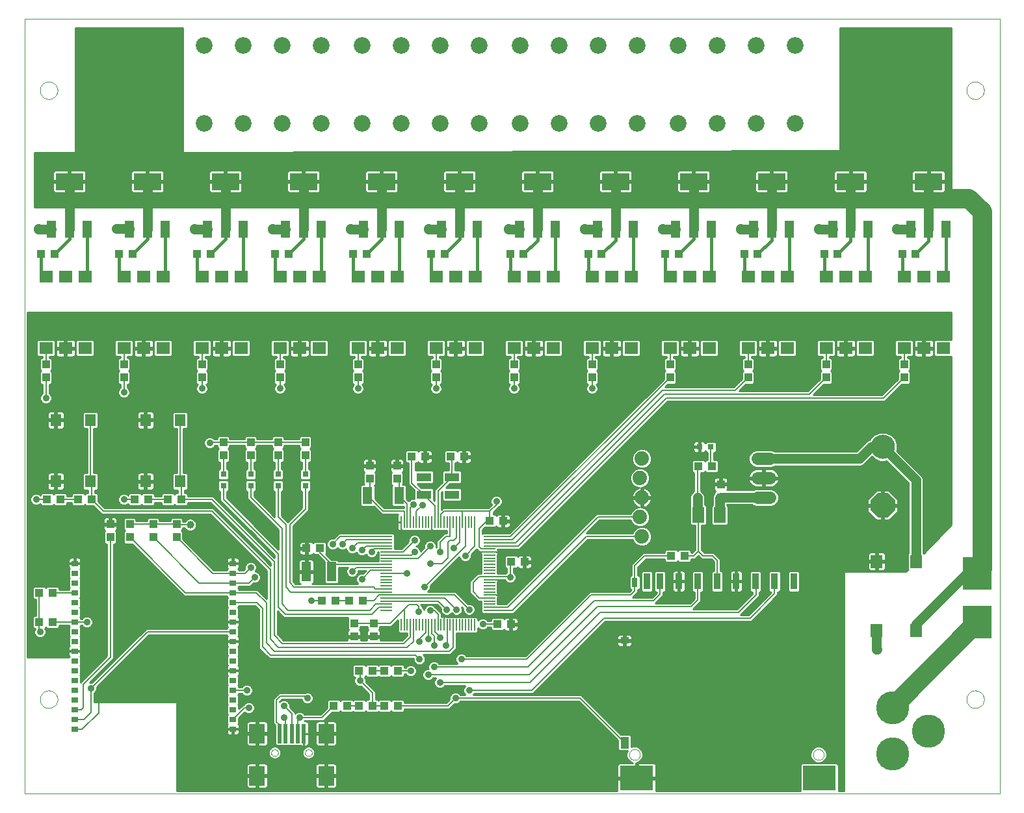
<source format=gtl>
G75*
G70*
%OFA0B0*%
%FSLAX24Y24*%
%IPPOS*%
%LPD*%
%AMOC8*
5,1,8,0,0,1.08239X$1,22.5*
%
%ADD10C,0.0000*%
%ADD11R,0.0079X0.0591*%
%ADD12R,0.0591X0.0079*%
%ADD13R,0.0433X0.0394*%
%ADD14R,0.0472X0.0984*%
%ADD15R,0.0394X0.0433*%
%ADD16R,0.0315X0.0315*%
%ADD17R,0.0748X0.0433*%
%ADD18R,0.0335X0.0315*%
%ADD19R,0.0701X0.0598*%
%ADD20R,0.0480X0.0880*%
%ADD21R,0.1417X0.0866*%
%ADD22C,0.0740*%
%ADD23R,0.0197X0.0984*%
%ADD24R,0.0787X0.0984*%
%ADD25C,0.1700*%
%ADD26R,0.0591X0.0669*%
%ADD27C,0.0640*%
%ADD28OC8,0.1240*%
%ADD29C,0.1240*%
%ADD30R,0.0630X0.0787*%
%ADD31R,0.0512X0.0866*%
%ADD32R,0.0354X0.0827*%
%ADD33R,0.0315X0.0472*%
%ADD34R,0.0445X0.0354*%
%ADD35R,0.0445X0.0591*%
%ADD36R,0.1701X0.1260*%
%ADD37R,0.0551X0.0630*%
%ADD38C,0.0860*%
%ADD39R,0.1500X0.1669*%
%ADD40C,0.0100*%
%ADD41C,0.0080*%
%ADD42C,0.0350*%
%ADD43C,0.0397*%
%ADD44C,0.0500*%
%ADD45C,0.0436*%
%ADD46C,0.0160*%
%ADD47C,0.1000*%
D10*
X002324Y003400D02*
X002324Y043160D01*
X052324Y043160D01*
X052324Y003400D01*
X002324Y003400D01*
X003124Y008241D02*
X003126Y008283D01*
X003132Y008325D01*
X003142Y008366D01*
X003155Y008406D01*
X003173Y008444D01*
X003193Y008481D01*
X003218Y008516D01*
X003245Y008548D01*
X003275Y008577D01*
X003308Y008604D01*
X003343Y008627D01*
X003380Y008647D01*
X003419Y008663D01*
X003459Y008676D01*
X003500Y008685D01*
X003542Y008690D01*
X003585Y008691D01*
X003627Y008688D01*
X003668Y008681D01*
X003709Y008670D01*
X003749Y008656D01*
X003787Y008638D01*
X003823Y008616D01*
X003857Y008591D01*
X003888Y008563D01*
X003917Y008532D01*
X003943Y008499D01*
X003965Y008463D01*
X003985Y008425D01*
X004000Y008386D01*
X004012Y008346D01*
X004020Y008304D01*
X004024Y008262D01*
X004024Y008220D01*
X004020Y008178D01*
X004012Y008136D01*
X004000Y008096D01*
X003985Y008057D01*
X003965Y008019D01*
X003943Y007983D01*
X003917Y007950D01*
X003888Y007919D01*
X003857Y007891D01*
X003823Y007866D01*
X003787Y007844D01*
X003749Y007826D01*
X003709Y007812D01*
X003668Y007801D01*
X003627Y007794D01*
X003585Y007791D01*
X003542Y007792D01*
X003500Y007797D01*
X003459Y007806D01*
X003419Y007819D01*
X003380Y007835D01*
X003343Y007855D01*
X003308Y007878D01*
X003275Y007905D01*
X003245Y007934D01*
X003218Y007966D01*
X003193Y008001D01*
X003173Y008038D01*
X003155Y008076D01*
X003142Y008116D01*
X003132Y008157D01*
X003126Y008199D01*
X003124Y008241D01*
X014981Y005500D02*
X014983Y005526D01*
X014989Y005552D01*
X014999Y005577D01*
X015012Y005600D01*
X015028Y005620D01*
X015048Y005638D01*
X015070Y005653D01*
X015093Y005665D01*
X015119Y005673D01*
X015145Y005677D01*
X015171Y005677D01*
X015197Y005673D01*
X015223Y005665D01*
X015247Y005653D01*
X015268Y005638D01*
X015288Y005620D01*
X015304Y005600D01*
X015317Y005577D01*
X015327Y005552D01*
X015333Y005526D01*
X015335Y005500D01*
X015333Y005474D01*
X015327Y005448D01*
X015317Y005423D01*
X015304Y005400D01*
X015288Y005380D01*
X015268Y005362D01*
X015246Y005347D01*
X015223Y005335D01*
X015197Y005327D01*
X015171Y005323D01*
X015145Y005323D01*
X015119Y005327D01*
X015093Y005335D01*
X015069Y005347D01*
X015048Y005362D01*
X015028Y005380D01*
X015012Y005400D01*
X014999Y005423D01*
X014989Y005448D01*
X014983Y005474D01*
X014981Y005500D01*
X016714Y005500D02*
X016716Y005526D01*
X016722Y005552D01*
X016732Y005577D01*
X016745Y005600D01*
X016761Y005620D01*
X016781Y005638D01*
X016803Y005653D01*
X016826Y005665D01*
X016852Y005673D01*
X016878Y005677D01*
X016904Y005677D01*
X016930Y005673D01*
X016956Y005665D01*
X016980Y005653D01*
X017001Y005638D01*
X017021Y005620D01*
X017037Y005600D01*
X017050Y005577D01*
X017060Y005552D01*
X017066Y005526D01*
X017068Y005500D01*
X017066Y005474D01*
X017060Y005448D01*
X017050Y005423D01*
X017037Y005400D01*
X017021Y005380D01*
X017001Y005362D01*
X016979Y005347D01*
X016956Y005335D01*
X016930Y005327D01*
X016904Y005323D01*
X016878Y005323D01*
X016852Y005327D01*
X016826Y005335D01*
X016802Y005347D01*
X016781Y005362D01*
X016761Y005380D01*
X016745Y005400D01*
X016732Y005423D01*
X016722Y005448D01*
X016716Y005474D01*
X016714Y005500D01*
X033336Y005400D02*
X033338Y005433D01*
X033344Y005465D01*
X033353Y005496D01*
X033366Y005526D01*
X033383Y005554D01*
X033403Y005580D01*
X033426Y005604D01*
X033451Y005624D01*
X033479Y005642D01*
X033508Y005656D01*
X033539Y005666D01*
X033571Y005673D01*
X033604Y005676D01*
X033637Y005675D01*
X033669Y005670D01*
X033700Y005661D01*
X033731Y005649D01*
X033759Y005633D01*
X033786Y005614D01*
X033810Y005592D01*
X033831Y005567D01*
X033850Y005540D01*
X033865Y005511D01*
X033876Y005481D01*
X033884Y005449D01*
X033888Y005416D01*
X033888Y005384D01*
X033884Y005351D01*
X033876Y005319D01*
X033865Y005289D01*
X033850Y005260D01*
X033831Y005233D01*
X033810Y005208D01*
X033786Y005186D01*
X033759Y005167D01*
X033731Y005151D01*
X033700Y005139D01*
X033669Y005130D01*
X033637Y005125D01*
X033604Y005124D01*
X033571Y005127D01*
X033539Y005134D01*
X033508Y005144D01*
X033479Y005158D01*
X033451Y005176D01*
X033426Y005196D01*
X033403Y005220D01*
X033383Y005246D01*
X033366Y005274D01*
X033353Y005304D01*
X033344Y005335D01*
X033338Y005367D01*
X033336Y005400D01*
X042761Y005400D02*
X042763Y005433D01*
X042769Y005465D01*
X042778Y005496D01*
X042791Y005526D01*
X042808Y005554D01*
X042828Y005580D01*
X042851Y005604D01*
X042876Y005624D01*
X042904Y005642D01*
X042933Y005656D01*
X042964Y005666D01*
X042996Y005673D01*
X043029Y005676D01*
X043062Y005675D01*
X043094Y005670D01*
X043125Y005661D01*
X043156Y005649D01*
X043184Y005633D01*
X043211Y005614D01*
X043235Y005592D01*
X043256Y005567D01*
X043275Y005540D01*
X043290Y005511D01*
X043301Y005481D01*
X043309Y005449D01*
X043313Y005416D01*
X043313Y005384D01*
X043309Y005351D01*
X043301Y005319D01*
X043290Y005289D01*
X043275Y005260D01*
X043256Y005233D01*
X043235Y005208D01*
X043211Y005186D01*
X043184Y005167D01*
X043156Y005151D01*
X043125Y005139D01*
X043094Y005130D01*
X043062Y005125D01*
X043029Y005124D01*
X042996Y005127D01*
X042964Y005134D01*
X042933Y005144D01*
X042904Y005158D01*
X042876Y005176D01*
X042851Y005196D01*
X042828Y005220D01*
X042808Y005246D01*
X042791Y005274D01*
X042778Y005304D01*
X042769Y005335D01*
X042763Y005367D01*
X042761Y005400D01*
X050624Y008241D02*
X050626Y008283D01*
X050632Y008325D01*
X050642Y008366D01*
X050655Y008406D01*
X050673Y008444D01*
X050693Y008481D01*
X050718Y008516D01*
X050745Y008548D01*
X050775Y008577D01*
X050808Y008604D01*
X050843Y008627D01*
X050880Y008647D01*
X050919Y008663D01*
X050959Y008676D01*
X051000Y008685D01*
X051042Y008690D01*
X051085Y008691D01*
X051127Y008688D01*
X051168Y008681D01*
X051209Y008670D01*
X051249Y008656D01*
X051287Y008638D01*
X051323Y008616D01*
X051357Y008591D01*
X051388Y008563D01*
X051417Y008532D01*
X051443Y008499D01*
X051465Y008463D01*
X051485Y008425D01*
X051500Y008386D01*
X051512Y008346D01*
X051520Y008304D01*
X051524Y008262D01*
X051524Y008220D01*
X051520Y008178D01*
X051512Y008136D01*
X051500Y008096D01*
X051485Y008057D01*
X051465Y008019D01*
X051443Y007983D01*
X051417Y007950D01*
X051388Y007919D01*
X051357Y007891D01*
X051323Y007866D01*
X051287Y007844D01*
X051249Y007826D01*
X051209Y007812D01*
X051168Y007801D01*
X051127Y007794D01*
X051085Y007791D01*
X051042Y007792D01*
X051000Y007797D01*
X050959Y007806D01*
X050919Y007819D01*
X050880Y007835D01*
X050843Y007855D01*
X050808Y007878D01*
X050775Y007905D01*
X050745Y007934D01*
X050718Y007966D01*
X050693Y008001D01*
X050673Y008038D01*
X050655Y008076D01*
X050642Y008116D01*
X050632Y008157D01*
X050626Y008199D01*
X050624Y008241D01*
X050624Y039501D02*
X050626Y039543D01*
X050632Y039585D01*
X050642Y039626D01*
X050655Y039666D01*
X050673Y039704D01*
X050693Y039741D01*
X050718Y039776D01*
X050745Y039808D01*
X050775Y039837D01*
X050808Y039864D01*
X050843Y039887D01*
X050880Y039907D01*
X050919Y039923D01*
X050959Y039936D01*
X051000Y039945D01*
X051042Y039950D01*
X051085Y039951D01*
X051127Y039948D01*
X051168Y039941D01*
X051209Y039930D01*
X051249Y039916D01*
X051287Y039898D01*
X051323Y039876D01*
X051357Y039851D01*
X051388Y039823D01*
X051417Y039792D01*
X051443Y039759D01*
X051465Y039723D01*
X051485Y039685D01*
X051500Y039646D01*
X051512Y039606D01*
X051520Y039564D01*
X051524Y039522D01*
X051524Y039480D01*
X051520Y039438D01*
X051512Y039396D01*
X051500Y039356D01*
X051485Y039317D01*
X051465Y039279D01*
X051443Y039243D01*
X051417Y039210D01*
X051388Y039179D01*
X051357Y039151D01*
X051323Y039126D01*
X051287Y039104D01*
X051249Y039086D01*
X051209Y039072D01*
X051168Y039061D01*
X051127Y039054D01*
X051085Y039051D01*
X051042Y039052D01*
X051000Y039057D01*
X050959Y039066D01*
X050919Y039079D01*
X050880Y039095D01*
X050843Y039115D01*
X050808Y039138D01*
X050775Y039165D01*
X050745Y039194D01*
X050718Y039226D01*
X050693Y039261D01*
X050673Y039298D01*
X050655Y039336D01*
X050642Y039376D01*
X050632Y039417D01*
X050626Y039459D01*
X050624Y039501D01*
X003124Y039501D02*
X003126Y039543D01*
X003132Y039585D01*
X003142Y039626D01*
X003155Y039666D01*
X003173Y039704D01*
X003193Y039741D01*
X003218Y039776D01*
X003245Y039808D01*
X003275Y039837D01*
X003308Y039864D01*
X003343Y039887D01*
X003380Y039907D01*
X003419Y039923D01*
X003459Y039936D01*
X003500Y039945D01*
X003542Y039950D01*
X003585Y039951D01*
X003627Y039948D01*
X003668Y039941D01*
X003709Y039930D01*
X003749Y039916D01*
X003787Y039898D01*
X003823Y039876D01*
X003857Y039851D01*
X003888Y039823D01*
X003917Y039792D01*
X003943Y039759D01*
X003965Y039723D01*
X003985Y039685D01*
X004000Y039646D01*
X004012Y039606D01*
X004020Y039564D01*
X004024Y039522D01*
X004024Y039480D01*
X004020Y039438D01*
X004012Y039396D01*
X004000Y039356D01*
X003985Y039317D01*
X003965Y039279D01*
X003943Y039243D01*
X003917Y039210D01*
X003888Y039179D01*
X003857Y039151D01*
X003823Y039126D01*
X003787Y039104D01*
X003749Y039086D01*
X003709Y039072D01*
X003668Y039061D01*
X003627Y039054D01*
X003585Y039051D01*
X003542Y039052D01*
X003500Y039057D01*
X003459Y039066D01*
X003419Y039079D01*
X003380Y039095D01*
X003343Y039115D01*
X003308Y039138D01*
X003275Y039165D01*
X003245Y039194D01*
X003218Y039226D01*
X003193Y039261D01*
X003173Y039298D01*
X003155Y039336D01*
X003142Y039376D01*
X003132Y039417D01*
X003126Y039459D01*
X003124Y039501D01*
D11*
X021635Y017338D03*
X021792Y017338D03*
X021950Y017338D03*
X022107Y017338D03*
X022265Y017338D03*
X022422Y017338D03*
X022580Y017338D03*
X022737Y017338D03*
X022894Y017338D03*
X023052Y017338D03*
X023209Y017338D03*
X023367Y017338D03*
X023524Y017338D03*
X023682Y017338D03*
X023839Y017338D03*
X023997Y017338D03*
X024154Y017338D03*
X024312Y017338D03*
X024469Y017338D03*
X024627Y017338D03*
X024784Y017338D03*
X024942Y017338D03*
X025099Y017338D03*
X025257Y017338D03*
X025414Y017338D03*
X025414Y012062D03*
X025257Y012062D03*
X025099Y012062D03*
X024942Y012062D03*
X024784Y012062D03*
X024627Y012062D03*
X024469Y012062D03*
X024312Y012062D03*
X024154Y012062D03*
X023997Y012062D03*
X023839Y012062D03*
X023682Y012062D03*
X023524Y012062D03*
X023367Y012062D03*
X023209Y012062D03*
X023052Y012062D03*
X022894Y012062D03*
X022737Y012062D03*
X022580Y012062D03*
X022422Y012062D03*
X022265Y012062D03*
X022107Y012062D03*
X021950Y012062D03*
X021792Y012062D03*
X021635Y012062D03*
D12*
X020887Y012810D03*
X020887Y012968D03*
X020887Y013125D03*
X020887Y013283D03*
X020887Y013440D03*
X020887Y013598D03*
X020887Y013755D03*
X020887Y013913D03*
X020887Y014070D03*
X020887Y014228D03*
X020887Y014385D03*
X020887Y014543D03*
X020887Y014700D03*
X020887Y014857D03*
X020887Y015015D03*
X020887Y015172D03*
X020887Y015330D03*
X020887Y015487D03*
X020887Y015645D03*
X020887Y015802D03*
X020887Y015960D03*
X020887Y016117D03*
X020887Y016275D03*
X020887Y016432D03*
X020887Y016590D03*
X026162Y016590D03*
X026162Y016432D03*
X026162Y016275D03*
X026162Y016117D03*
X026162Y015960D03*
X026162Y015802D03*
X026162Y015645D03*
X026162Y015487D03*
X026162Y015330D03*
X026162Y015172D03*
X026162Y015015D03*
X026162Y014857D03*
X026162Y014700D03*
X026162Y014543D03*
X026162Y014385D03*
X026162Y014228D03*
X026162Y014070D03*
X026162Y013913D03*
X026162Y013755D03*
X026162Y013598D03*
X026162Y013440D03*
X026162Y013283D03*
X026162Y013125D03*
X026162Y012968D03*
X026162Y012810D03*
D13*
X026590Y012100D03*
X027259Y012100D03*
X027290Y015300D03*
X027959Y015300D03*
X026859Y017400D03*
X026190Y017400D03*
X024859Y020700D03*
X024190Y020700D03*
X022859Y020700D03*
X022190Y020700D03*
X017459Y016000D03*
X016790Y016000D03*
X017590Y013300D03*
X018259Y013300D03*
X018990Y013300D03*
X019659Y013300D03*
X019490Y009700D03*
X020159Y009700D03*
X020790Y009700D03*
X021459Y009700D03*
X021459Y007900D03*
X020790Y007900D03*
X020159Y007900D03*
X019490Y007900D03*
X018859Y007900D03*
X018190Y007900D03*
X010359Y018500D03*
X009690Y018500D03*
X008659Y018500D03*
X007990Y018500D03*
X005759Y018500D03*
X005090Y018500D03*
X004159Y018500D03*
X003490Y018500D03*
X003759Y013700D03*
X003090Y013700D03*
X003090Y012200D03*
X003759Y012200D03*
X003859Y031100D03*
X003190Y031100D03*
X007190Y031100D03*
X007859Y031100D03*
X011190Y031100D03*
X011859Y031100D03*
X015190Y031100D03*
X015859Y031100D03*
X019190Y031100D03*
X019859Y031100D03*
X023190Y031100D03*
X023859Y031100D03*
X027240Y031100D03*
X027909Y031100D03*
X031240Y031100D03*
X031909Y031100D03*
X035190Y031100D03*
X035859Y031100D03*
X039240Y031100D03*
X039909Y031100D03*
X043340Y031100D03*
X044009Y031100D03*
X047340Y031100D03*
X048009Y031100D03*
X037559Y020200D03*
X036890Y020200D03*
X036159Y015600D03*
X035490Y015600D03*
D14*
X018074Y014800D03*
X016775Y014800D03*
D15*
X019224Y012135D03*
X019224Y011465D03*
X020224Y011465D03*
X020224Y012135D03*
X020024Y019565D03*
X020024Y020235D03*
X021424Y020235D03*
X021424Y019565D03*
X016724Y020765D03*
X016724Y021435D03*
X015324Y021435D03*
X015324Y020765D03*
X013924Y020765D03*
X013924Y021435D03*
X012524Y021435D03*
X012524Y020765D03*
X010124Y017235D03*
X010124Y016565D03*
X008924Y016565D03*
X008924Y017235D03*
X007724Y017235D03*
X007724Y016565D03*
X006724Y016565D03*
X006724Y017235D03*
X007424Y024765D03*
X007424Y025435D03*
X011424Y025435D03*
X011424Y024765D03*
X015424Y024765D03*
X015424Y025435D03*
X019424Y025435D03*
X019424Y024765D03*
X023424Y024765D03*
X023424Y025435D03*
X027424Y025435D03*
X027424Y024765D03*
X031424Y024765D03*
X031424Y025435D03*
X035424Y025435D03*
X035424Y024765D03*
X039424Y024765D03*
X039424Y025435D03*
X043424Y025435D03*
X043424Y024765D03*
X047424Y024765D03*
X047424Y025435D03*
X038024Y019285D03*
X038024Y018615D03*
X003424Y024765D03*
X003424Y025435D03*
D16*
X012524Y019795D03*
X012524Y019205D03*
X013924Y019205D03*
X013924Y019795D03*
X015324Y019795D03*
X015324Y019205D03*
X016724Y019205D03*
X016724Y019795D03*
X036929Y021200D03*
X037520Y021200D03*
D17*
X024253Y019653D03*
X024253Y018747D03*
X022796Y018747D03*
X022796Y019653D03*
D18*
X013013Y015219D03*
X013013Y014719D03*
X013013Y014219D03*
X013013Y013719D03*
X013013Y013219D03*
X013013Y012719D03*
X013013Y012219D03*
X013013Y011719D03*
X013013Y011219D03*
X013013Y010719D03*
X013013Y010219D03*
X013013Y009719D03*
X013013Y009219D03*
X013013Y008719D03*
X013013Y008219D03*
X013013Y007719D03*
X013013Y007219D03*
X013013Y006719D03*
X004903Y006719D03*
X004903Y007219D03*
X004903Y007719D03*
X004903Y008219D03*
X004903Y008719D03*
X004903Y009219D03*
X004903Y009719D03*
X004903Y010219D03*
X004903Y010719D03*
X004903Y011219D03*
X004903Y011719D03*
X004903Y012219D03*
X004903Y012719D03*
X004903Y013219D03*
X004903Y013719D03*
X004903Y014219D03*
X004903Y014719D03*
X004903Y015219D03*
D19*
X004424Y026271D03*
X003424Y026271D03*
X005424Y026271D03*
X007424Y026271D03*
X008424Y026271D03*
X009424Y026271D03*
X011424Y026271D03*
X012424Y026271D03*
X013424Y026271D03*
X015424Y026271D03*
X016424Y026271D03*
X017424Y026271D03*
X019424Y026271D03*
X020424Y026271D03*
X021424Y026271D03*
X023424Y026271D03*
X024424Y026271D03*
X025424Y026271D03*
X027424Y026271D03*
X028424Y026271D03*
X029424Y026271D03*
X031424Y026271D03*
X032424Y026271D03*
X033424Y026271D03*
X035424Y026271D03*
X036424Y026271D03*
X037424Y026271D03*
X039424Y026271D03*
X040424Y026271D03*
X041424Y026271D03*
X043424Y026271D03*
X044424Y026271D03*
X045424Y026271D03*
X047424Y026271D03*
X048424Y026271D03*
X049424Y026271D03*
X049424Y029929D03*
X048424Y029929D03*
X047424Y029929D03*
X045424Y029929D03*
X044424Y029929D03*
X043424Y029929D03*
X041424Y029929D03*
X040424Y029929D03*
X039424Y029929D03*
X037424Y029929D03*
X036424Y029929D03*
X035424Y029929D03*
X033424Y029929D03*
X032424Y029929D03*
X031424Y029929D03*
X029424Y029929D03*
X028424Y029929D03*
X027424Y029929D03*
X025424Y029929D03*
X024424Y029929D03*
X023424Y029929D03*
X021424Y029929D03*
X020424Y029929D03*
X019424Y029929D03*
X017424Y029929D03*
X016424Y029929D03*
X015424Y029929D03*
X013424Y029929D03*
X012424Y029929D03*
X011424Y029929D03*
X009424Y029929D03*
X008424Y029929D03*
X007424Y029929D03*
X005424Y029929D03*
X004424Y029929D03*
X003424Y029929D03*
D20*
X003714Y032380D03*
X004624Y032380D03*
X005534Y032380D03*
X007714Y032380D03*
X008624Y032380D03*
X009534Y032380D03*
X011714Y032380D03*
X012624Y032380D03*
X013534Y032380D03*
X015714Y032380D03*
X016624Y032380D03*
X017534Y032380D03*
X019714Y032380D03*
X020624Y032380D03*
X021534Y032380D03*
X023714Y032380D03*
X024624Y032380D03*
X025534Y032380D03*
X027714Y032380D03*
X028624Y032380D03*
X029534Y032380D03*
X031714Y032380D03*
X032624Y032380D03*
X033534Y032380D03*
X035714Y032380D03*
X036624Y032380D03*
X037534Y032380D03*
X039714Y032380D03*
X040624Y032380D03*
X041534Y032380D03*
X043764Y032380D03*
X044674Y032380D03*
X045584Y032380D03*
X047764Y032380D03*
X048674Y032380D03*
X049584Y032380D03*
D21*
X048674Y034820D03*
X044674Y034820D03*
X040624Y034820D03*
X036624Y034820D03*
X032624Y034820D03*
X028624Y034820D03*
X024624Y034820D03*
X020624Y034820D03*
X016624Y034820D03*
X012624Y034820D03*
X008624Y034820D03*
X004624Y034820D03*
D22*
X033974Y020600D03*
X033874Y019600D03*
X033974Y018600D03*
X033874Y017600D03*
X033974Y016600D03*
D23*
X016654Y006484D03*
X016339Y006484D03*
X016024Y006484D03*
X015709Y006484D03*
X015394Y006484D03*
D24*
X014253Y006484D03*
X014253Y004319D03*
X017796Y004319D03*
X017796Y006484D03*
D25*
X046824Y005431D03*
X048675Y006613D03*
X046824Y007794D03*
D26*
X046020Y011778D03*
X048028Y011778D03*
X048028Y015322D03*
X046020Y015322D03*
D27*
X040544Y018600D02*
X039904Y018600D01*
X039904Y019600D02*
X040544Y019600D01*
X040544Y020600D02*
X039904Y020600D01*
D28*
X046324Y018200D03*
D29*
X046324Y021200D03*
D30*
X037976Y017700D03*
X036873Y017700D03*
D31*
X021531Y018700D03*
X019917Y018700D03*
D32*
X034242Y014298D03*
X034911Y014298D03*
X035866Y014298D03*
X036850Y014298D03*
X037834Y014298D03*
X038819Y014298D03*
X039803Y014298D03*
X040787Y014298D03*
X041771Y014298D03*
D33*
X033612Y014239D03*
D34*
X033094Y011258D03*
D35*
X033094Y006018D03*
D36*
X033722Y004199D03*
X043084Y004199D03*
D37*
X010310Y019425D03*
X008539Y019425D03*
X005710Y019425D03*
X003939Y019425D03*
X003939Y022575D03*
X005710Y022575D03*
X008539Y022575D03*
X010310Y022575D03*
D38*
X011557Y037800D03*
X013557Y037800D03*
X015557Y037800D03*
X017557Y037800D03*
X019657Y037800D03*
X021657Y037800D03*
X023657Y037800D03*
X025657Y037800D03*
X027757Y037800D03*
X029757Y037800D03*
X031757Y037800D03*
X033757Y037800D03*
X035857Y037800D03*
X037857Y037800D03*
X039857Y037800D03*
X041857Y037800D03*
X041857Y041800D03*
X039857Y041800D03*
X037857Y041800D03*
X035857Y041800D03*
X033757Y041800D03*
X031757Y041800D03*
X029757Y041800D03*
X027757Y041800D03*
X025657Y041800D03*
X023657Y041800D03*
X021657Y041800D03*
X019657Y041800D03*
X017557Y041800D03*
X015557Y041800D03*
X013557Y041800D03*
X011557Y041800D03*
D39*
X051174Y014704D03*
X051174Y012196D03*
D40*
X047627Y014909D02*
X047523Y014800D01*
X044324Y014800D01*
X044324Y003550D01*
X044065Y003550D01*
X044065Y004883D01*
X043988Y004959D01*
X042180Y004959D01*
X042104Y004883D01*
X042104Y003550D01*
X034722Y003550D01*
X034722Y004149D01*
X033772Y004149D01*
X033772Y004249D01*
X034722Y004249D01*
X034722Y004849D01*
X034712Y004887D01*
X034692Y004921D01*
X034665Y004949D01*
X034630Y004969D01*
X034592Y004979D01*
X033772Y004979D01*
X033772Y004249D01*
X033672Y004249D01*
X033672Y004149D01*
X032722Y004149D01*
X032722Y003550D01*
X010124Y003550D01*
X010124Y008100D01*
X005894Y008100D01*
X005894Y008540D01*
X005897Y008541D01*
X005983Y008627D01*
X006029Y008739D01*
X006029Y008861D01*
X006028Y008863D01*
X008714Y011549D01*
X012716Y011549D01*
X012716Y011508D01*
X012741Y011483D01*
X012726Y011468D01*
X012706Y011434D01*
X012696Y011396D01*
X012696Y011248D01*
X012985Y011248D01*
X012985Y011190D01*
X012696Y011190D01*
X012696Y011042D01*
X012706Y011004D01*
X012726Y010969D01*
X012741Y010955D01*
X012716Y010930D01*
X012716Y010508D01*
X012755Y010469D01*
X012716Y010430D01*
X012716Y010008D01*
X012741Y009983D01*
X012726Y009968D01*
X012706Y009934D01*
X012696Y009896D01*
X012696Y009748D01*
X012985Y009748D01*
X012985Y009690D01*
X012696Y009690D01*
X012696Y009542D01*
X012706Y009504D01*
X012726Y009469D01*
X012741Y009455D01*
X012716Y009430D01*
X012716Y009008D01*
X012755Y008969D01*
X012716Y008930D01*
X012716Y008508D01*
X012755Y008469D01*
X012716Y008430D01*
X012716Y008008D01*
X012755Y007969D01*
X012716Y007930D01*
X012716Y007508D01*
X012755Y007469D01*
X012716Y007430D01*
X012716Y007008D01*
X012741Y006983D01*
X012726Y006968D01*
X012706Y006934D01*
X012696Y006896D01*
X012696Y006748D01*
X012985Y006748D01*
X012985Y006690D01*
X013042Y006690D01*
X013042Y006411D01*
X013200Y006411D01*
X013239Y006422D01*
X013273Y006441D01*
X013301Y006469D01*
X013320Y006504D01*
X013331Y006542D01*
X013331Y006690D01*
X013042Y006690D01*
X013042Y006748D01*
X013331Y006748D01*
X013331Y006896D01*
X013320Y006934D01*
X013301Y006968D01*
X013286Y006983D01*
X013311Y007008D01*
X013311Y007276D01*
X013614Y007579D01*
X013652Y007541D01*
X013764Y007495D01*
X013885Y007495D01*
X013997Y007541D01*
X014083Y007627D01*
X014129Y007739D01*
X014129Y007861D01*
X014083Y007973D01*
X013997Y008059D01*
X013885Y008105D01*
X013764Y008105D01*
X013652Y008059D01*
X013566Y007973D01*
X013565Y007970D01*
X013524Y007970D01*
X013424Y007870D01*
X013311Y007757D01*
X013311Y007930D01*
X013272Y007969D01*
X013311Y008008D01*
X013311Y008430D01*
X013272Y008469D01*
X013311Y008508D01*
X013311Y008549D01*
X013457Y008549D01*
X013466Y008527D01*
X013552Y008441D01*
X013664Y008395D01*
X013785Y008395D01*
X013897Y008441D01*
X013983Y008527D01*
X014029Y008639D01*
X014029Y008761D01*
X013983Y008873D01*
X013897Y008959D01*
X013785Y009005D01*
X013664Y009005D01*
X013552Y008959D01*
X013482Y008889D01*
X013311Y008889D01*
X013311Y008930D01*
X013272Y008969D01*
X013311Y009008D01*
X013311Y009430D01*
X013286Y009455D01*
X013301Y009469D01*
X013320Y009504D01*
X013331Y009542D01*
X013331Y009690D01*
X013042Y009690D01*
X013042Y009748D01*
X013331Y009748D01*
X013331Y009896D01*
X013320Y009934D01*
X013301Y009968D01*
X013286Y009983D01*
X013311Y010008D01*
X013311Y010430D01*
X013272Y010469D01*
X013311Y010508D01*
X013311Y010930D01*
X013286Y010955D01*
X013301Y010969D01*
X013320Y011004D01*
X013331Y011042D01*
X013331Y011190D01*
X013042Y011190D01*
X013042Y011248D01*
X013331Y011248D01*
X013331Y011396D01*
X013320Y011434D01*
X013301Y011468D01*
X013286Y011483D01*
X013311Y011508D01*
X013311Y011930D01*
X013286Y011955D01*
X013301Y011969D01*
X013320Y012004D01*
X013331Y012042D01*
X013331Y012190D01*
X013042Y012190D01*
X013042Y012248D01*
X013331Y012248D01*
X013331Y012396D01*
X013320Y012434D01*
X013301Y012468D01*
X013286Y012483D01*
X013311Y012508D01*
X013311Y012930D01*
X013272Y012969D01*
X013311Y013008D01*
X013311Y013049D01*
X014157Y013049D01*
X014354Y012852D01*
X014354Y010854D01*
X014779Y010430D01*
X014878Y010330D01*
X022269Y010330D01*
X022269Y010239D01*
X022316Y010127D01*
X022402Y010041D01*
X022514Y009995D01*
X022635Y009995D01*
X022747Y010041D01*
X022833Y010127D01*
X022879Y010239D01*
X022879Y010361D01*
X022833Y010473D01*
X022776Y010530D01*
X024170Y010530D01*
X024382Y010742D01*
X024482Y010842D01*
X024482Y011637D01*
X025507Y011637D01*
X025584Y011713D01*
X025584Y011910D01*
X025652Y011841D01*
X025764Y011795D01*
X025885Y011795D01*
X025997Y011841D01*
X026083Y011927D01*
X026084Y011930D01*
X026243Y011930D01*
X026243Y011849D01*
X026319Y011773D01*
X026860Y011773D01*
X026914Y011827D01*
X026922Y011811D01*
X026950Y011783D01*
X026985Y011763D01*
X027023Y011753D01*
X027211Y011753D01*
X027211Y012052D01*
X027307Y012052D01*
X027307Y011753D01*
X027495Y011753D01*
X027533Y011763D01*
X027568Y011783D01*
X027596Y011811D01*
X027615Y011845D01*
X027626Y011883D01*
X027626Y012052D01*
X027307Y012052D01*
X027307Y012148D01*
X027211Y012148D01*
X027211Y012447D01*
X027023Y012447D01*
X026985Y012437D01*
X026950Y012417D01*
X026922Y012389D01*
X026914Y012373D01*
X026860Y012427D01*
X026319Y012427D01*
X026243Y012351D01*
X026243Y012270D01*
X026084Y012270D01*
X026083Y012273D01*
X025997Y012359D01*
X025885Y012405D01*
X025764Y012405D01*
X025652Y012359D01*
X025584Y012290D01*
X025584Y012411D01*
X025507Y012487D01*
X023954Y012487D01*
X023937Y012497D01*
X023898Y012507D01*
X023839Y012507D01*
X023780Y012507D01*
X023742Y012497D01*
X023725Y012487D01*
X023694Y012487D01*
X023694Y012670D01*
X023395Y012970D01*
X023384Y012970D01*
X023383Y012973D01*
X023297Y013059D01*
X023185Y013105D01*
X023064Y013105D01*
X022952Y013059D01*
X022866Y012973D01*
X022819Y012861D01*
X022819Y012835D01*
X022783Y012923D01*
X022697Y013009D01*
X022694Y013010D01*
X022694Y013070D01*
X022652Y013113D01*
X023471Y013113D01*
X023671Y012913D01*
X023669Y012911D01*
X023669Y012789D01*
X023716Y012677D01*
X023802Y012591D01*
X023914Y012545D01*
X024035Y012545D01*
X024147Y012591D01*
X024224Y012669D01*
X024302Y012591D01*
X024414Y012545D01*
X024535Y012545D01*
X024647Y012591D01*
X024733Y012677D01*
X024779Y012789D01*
X024779Y012911D01*
X024748Y012986D01*
X024821Y012913D01*
X024819Y012911D01*
X024819Y012789D01*
X024866Y012677D01*
X024952Y012591D01*
X025064Y012545D01*
X025185Y012545D01*
X025297Y012591D01*
X025383Y012677D01*
X025429Y012789D01*
X025429Y012911D01*
X025383Y013023D01*
X025297Y013109D01*
X025185Y013155D01*
X025064Y013155D01*
X025061Y013154D01*
X024447Y013768D01*
X023023Y013768D01*
X023083Y013827D01*
X023129Y013939D01*
X023129Y014061D01*
X023128Y014063D01*
X024619Y015555D01*
X024619Y015539D01*
X024666Y015427D01*
X024752Y015341D01*
X024864Y015295D01*
X024985Y015295D01*
X025097Y015341D01*
X025183Y015427D01*
X025229Y015539D01*
X025229Y015661D01*
X025228Y015663D01*
X025508Y015943D01*
X025554Y015898D01*
X025662Y015790D01*
X025717Y015790D01*
X025717Y015743D01*
X025727Y015705D01*
X025737Y015688D01*
X025737Y014713D01*
X025568Y014713D01*
X025154Y014299D01*
X025154Y013698D01*
X025482Y013370D01*
X025582Y013270D01*
X025737Y013270D01*
X025737Y012717D01*
X025813Y012641D01*
X026091Y012641D01*
X026102Y012630D01*
X027395Y012630D01*
X031195Y016430D01*
X033504Y016430D01*
X033551Y016317D01*
X033691Y016176D01*
X033875Y016100D01*
X034074Y016100D01*
X034258Y016176D01*
X034398Y016317D01*
X034474Y016501D01*
X034474Y016699D01*
X034398Y016883D01*
X034258Y017024D01*
X034074Y017100D01*
X033875Y017100D01*
X033691Y017024D01*
X033551Y016883D01*
X033504Y016770D01*
X031135Y016770D01*
X031795Y017430D01*
X033404Y017430D01*
X033451Y017317D01*
X033591Y017176D01*
X033775Y017100D01*
X033974Y017100D01*
X034158Y017176D01*
X034298Y017317D01*
X034374Y017501D01*
X034374Y017699D01*
X034298Y017883D01*
X034158Y018024D01*
X033974Y018100D01*
X033924Y018100D01*
X033924Y018550D01*
X033456Y018550D01*
X033467Y018478D01*
X033493Y018400D01*
X033530Y018327D01*
X033578Y018261D01*
X033636Y018203D01*
X033702Y018155D01*
X033775Y018118D01*
X033831Y018100D01*
X033775Y018100D01*
X033591Y018024D01*
X033451Y017883D01*
X033404Y017770D01*
X031654Y017770D01*
X031554Y017670D01*
X027022Y013138D01*
X026587Y013138D01*
X026587Y013483D01*
X026597Y013500D01*
X026607Y013539D01*
X026607Y013598D01*
X026607Y013657D01*
X026597Y013695D01*
X026587Y013712D01*
X026587Y014271D01*
X026597Y014288D01*
X026607Y014326D01*
X026607Y014373D01*
X026947Y014373D01*
X026966Y014327D01*
X027052Y014241D01*
X027164Y014195D01*
X027285Y014195D01*
X027397Y014241D01*
X027483Y014327D01*
X027529Y014439D01*
X027529Y014561D01*
X027483Y014673D01*
X027397Y014759D01*
X027394Y014760D01*
X027394Y014973D01*
X027560Y014973D01*
X027614Y015027D01*
X027622Y015011D01*
X027650Y014983D01*
X027685Y014963D01*
X027723Y014953D01*
X027911Y014953D01*
X027911Y015252D01*
X028007Y015252D01*
X028007Y014953D01*
X028195Y014953D01*
X028233Y014963D01*
X028268Y014983D01*
X028296Y015011D01*
X028315Y015045D01*
X028326Y015083D01*
X028326Y015252D01*
X028007Y015252D01*
X028007Y015348D01*
X027911Y015348D01*
X027911Y015647D01*
X027723Y015647D01*
X027685Y015637D01*
X027650Y015617D01*
X027622Y015589D01*
X027614Y015573D01*
X027560Y015627D01*
X027019Y015627D01*
X026943Y015551D01*
X026943Y015049D01*
X027019Y014973D01*
X027054Y014973D01*
X027054Y014760D01*
X027052Y014759D01*
X027006Y014713D01*
X026587Y014713D01*
X026587Y015688D01*
X026597Y015705D01*
X026607Y015743D01*
X026607Y015802D01*
X026523Y015802D01*
X026523Y015802D01*
X026523Y015802D01*
X026607Y015802D01*
X026607Y015861D01*
X026597Y015900D01*
X026587Y015917D01*
X026587Y015947D01*
X027712Y015947D01*
X035295Y023530D01*
X046429Y023530D01*
X047318Y024419D01*
X047675Y024419D01*
X047751Y024495D01*
X047751Y025036D01*
X047687Y025100D01*
X047751Y025164D01*
X047751Y025705D01*
X047675Y025781D01*
X047594Y025781D01*
X047594Y025842D01*
X047829Y025842D01*
X047905Y025918D01*
X047905Y026624D01*
X047829Y026700D01*
X047020Y026700D01*
X046944Y026624D01*
X046944Y025918D01*
X047020Y025842D01*
X047254Y025842D01*
X047254Y025781D01*
X047174Y025781D01*
X047098Y025705D01*
X047098Y025164D01*
X047162Y025100D01*
X047098Y025036D01*
X047098Y024679D01*
X046289Y023870D01*
X042769Y023870D01*
X043318Y024419D01*
X043675Y024419D01*
X043751Y024495D01*
X043751Y025036D01*
X043687Y025100D01*
X043751Y025164D01*
X043751Y025705D01*
X043675Y025781D01*
X043594Y025781D01*
X043594Y025842D01*
X043829Y025842D01*
X043905Y025918D01*
X043905Y026624D01*
X043829Y026700D01*
X043020Y026700D01*
X042944Y026624D01*
X042944Y025918D01*
X043020Y025842D01*
X043254Y025842D01*
X043254Y025781D01*
X043174Y025781D01*
X043098Y025705D01*
X043098Y025164D01*
X043162Y025100D01*
X043098Y025036D01*
X043098Y024679D01*
X042489Y024070D01*
X038969Y024070D01*
X039318Y024419D01*
X039675Y024419D01*
X039751Y024495D01*
X039751Y025036D01*
X039687Y025100D01*
X039751Y025164D01*
X039751Y025705D01*
X039675Y025781D01*
X039594Y025781D01*
X039594Y025842D01*
X039829Y025842D01*
X039905Y025918D01*
X039905Y026624D01*
X039829Y026700D01*
X039020Y026700D01*
X038944Y026624D01*
X038944Y025918D01*
X039020Y025842D01*
X039254Y025842D01*
X039254Y025781D01*
X039174Y025781D01*
X039098Y025705D01*
X039098Y025164D01*
X039162Y025100D01*
X039098Y025036D01*
X039098Y024679D01*
X038689Y024270D01*
X035169Y024270D01*
X035318Y024419D01*
X035675Y024419D01*
X035751Y024495D01*
X035751Y025036D01*
X035687Y025100D01*
X035751Y025164D01*
X035751Y025705D01*
X035675Y025781D01*
X035594Y025781D01*
X035594Y025842D01*
X035829Y025842D01*
X035905Y025918D01*
X035905Y026624D01*
X035829Y026700D01*
X035020Y026700D01*
X034944Y026624D01*
X034944Y025918D01*
X035020Y025842D01*
X035254Y025842D01*
X035254Y025781D01*
X035174Y025781D01*
X035098Y025705D01*
X035098Y025164D01*
X035162Y025100D01*
X035098Y025036D01*
X035098Y024679D01*
X027178Y016760D01*
X026092Y016760D01*
X026091Y016759D01*
X025813Y016759D01*
X025794Y016740D01*
X025794Y016930D01*
X025938Y017073D01*
X026460Y017073D01*
X026514Y017127D01*
X026522Y017111D01*
X026550Y017083D01*
X026585Y017063D01*
X026623Y017053D01*
X026811Y017053D01*
X026811Y017352D01*
X026907Y017352D01*
X026907Y017053D01*
X027095Y017053D01*
X027133Y017063D01*
X027168Y017083D01*
X027196Y017111D01*
X027215Y017145D01*
X027226Y017183D01*
X027226Y017352D01*
X026907Y017352D01*
X026907Y017448D01*
X026811Y017448D01*
X026811Y017747D01*
X026623Y017747D01*
X026585Y017737D01*
X026550Y017717D01*
X026522Y017689D01*
X026514Y017673D01*
X026460Y017727D01*
X026360Y017727D01*
X026360Y017830D01*
X026595Y018065D01*
X026654Y018123D01*
X026697Y018141D01*
X026783Y018227D01*
X026829Y018339D01*
X026829Y018461D01*
X026783Y018573D01*
X026697Y018659D01*
X026585Y018705D01*
X026464Y018705D01*
X026352Y018659D01*
X026266Y018573D01*
X026219Y018461D01*
X026219Y018339D01*
X026266Y018227D01*
X026271Y018222D01*
X026119Y018070D01*
X023786Y018070D01*
X023694Y017979D01*
X023694Y018854D01*
X023749Y018908D01*
X023749Y018477D01*
X023825Y018401D01*
X024681Y018401D01*
X024757Y018477D01*
X024757Y019018D01*
X024681Y019094D01*
X023934Y019094D01*
X024147Y019306D01*
X024681Y019306D01*
X024757Y019382D01*
X024757Y019923D01*
X024681Y019999D01*
X024423Y019999D01*
X024423Y020373D01*
X024460Y020373D01*
X024514Y020427D01*
X024522Y020411D01*
X024550Y020383D01*
X024585Y020363D01*
X024623Y020353D01*
X024811Y020353D01*
X024811Y020652D01*
X024907Y020652D01*
X024907Y020353D01*
X025095Y020353D01*
X025133Y020363D01*
X025168Y020383D01*
X025196Y020411D01*
X025215Y020445D01*
X025226Y020483D01*
X025226Y020652D01*
X024907Y020652D01*
X024907Y020748D01*
X024811Y020748D01*
X024811Y021047D01*
X024623Y021047D01*
X024585Y021037D01*
X024550Y021017D01*
X024522Y020989D01*
X024514Y020973D01*
X024460Y021027D01*
X023919Y021027D01*
X023843Y020951D01*
X023843Y020449D01*
X023919Y020373D01*
X024083Y020373D01*
X024083Y019999D01*
X023825Y019999D01*
X023749Y019923D01*
X023749Y019389D01*
X023354Y018995D01*
X023354Y018429D01*
X023300Y018484D01*
X023300Y019018D01*
X023224Y019094D01*
X022690Y019094D01*
X022478Y019306D01*
X023224Y019306D01*
X023300Y019382D01*
X023300Y019923D01*
X023224Y019999D01*
X022368Y019999D01*
X022360Y019991D01*
X022360Y020373D01*
X022460Y020373D01*
X022514Y020427D01*
X022522Y020411D01*
X022550Y020383D01*
X022585Y020363D01*
X022623Y020353D01*
X022811Y020353D01*
X022811Y020652D01*
X022907Y020652D01*
X022907Y020353D01*
X023095Y020353D01*
X023133Y020363D01*
X023168Y020383D01*
X023196Y020411D01*
X023215Y020445D01*
X023226Y020483D01*
X023226Y020652D01*
X022907Y020652D01*
X022907Y020748D01*
X022811Y020748D01*
X022811Y021047D01*
X022623Y021047D01*
X022585Y021037D01*
X022550Y021017D01*
X022522Y020989D01*
X022514Y020973D01*
X022460Y021027D01*
X021919Y021027D01*
X021843Y020951D01*
X021843Y020449D01*
X021919Y020373D01*
X022020Y020373D01*
X022020Y019283D01*
X022119Y019184D01*
X022292Y019011D01*
X022292Y018555D01*
X022214Y018555D01*
X022102Y018509D01*
X022032Y018439D01*
X022020Y018452D01*
X021917Y018555D01*
X021917Y019187D01*
X021841Y019263D01*
X021719Y019263D01*
X021751Y019295D01*
X021751Y019836D01*
X021698Y019889D01*
X021713Y019898D01*
X021741Y019926D01*
X021761Y019960D01*
X021771Y019998D01*
X021771Y020186D01*
X021473Y020186D01*
X021473Y020283D01*
X021771Y020283D01*
X021771Y020471D01*
X021761Y020509D01*
X021741Y020543D01*
X021713Y020571D01*
X021679Y020591D01*
X021641Y020601D01*
X021473Y020601D01*
X021473Y020283D01*
X021376Y020283D01*
X021376Y020186D01*
X021078Y020186D01*
X021078Y019998D01*
X021088Y019960D01*
X021108Y019926D01*
X021135Y019898D01*
X021151Y019889D01*
X021098Y019836D01*
X021098Y019295D01*
X021174Y019219D01*
X021177Y019219D01*
X021146Y019187D01*
X021146Y018213D01*
X021222Y018137D01*
X021780Y018137D01*
X021780Y018070D01*
X020788Y018070D01*
X020303Y018555D01*
X020303Y019187D01*
X020271Y019219D01*
X020275Y019219D01*
X020351Y019295D01*
X020351Y019836D01*
X020298Y019889D01*
X020313Y019898D01*
X020341Y019926D01*
X020361Y019960D01*
X020371Y019998D01*
X020371Y020186D01*
X020073Y020186D01*
X020073Y020283D01*
X020371Y020283D01*
X020371Y020471D01*
X020361Y020509D01*
X020341Y020543D01*
X020313Y020571D01*
X020279Y020591D01*
X020241Y020601D01*
X020073Y020601D01*
X020073Y020283D01*
X019976Y020283D01*
X019976Y020186D01*
X019678Y020186D01*
X019678Y019998D01*
X019688Y019960D01*
X019708Y019926D01*
X019735Y019898D01*
X019751Y019889D01*
X019698Y019836D01*
X019698Y019295D01*
X019729Y019263D01*
X019608Y019263D01*
X019531Y019187D01*
X019531Y018213D01*
X019608Y018137D01*
X020227Y018137D01*
X020234Y018143D01*
X020547Y017830D01*
X020647Y017730D01*
X021480Y017730D01*
X021475Y017725D01*
X021455Y017691D01*
X021445Y017653D01*
X021445Y017338D01*
X021622Y017338D01*
X021622Y017338D01*
X021445Y017338D01*
X021445Y017023D01*
X021455Y016985D01*
X021475Y016950D01*
X021503Y016922D01*
X021537Y016903D01*
X021576Y016893D01*
X021635Y016893D01*
X021694Y016893D01*
X021732Y016903D01*
X021749Y016913D01*
X023095Y016913D01*
X023112Y016903D01*
X023150Y016893D01*
X023209Y016893D01*
X023209Y016977D01*
X023209Y016977D01*
X023209Y016977D01*
X023209Y016893D01*
X023269Y016893D01*
X023307Y016903D01*
X023324Y016913D01*
X023984Y016913D01*
X023984Y016770D01*
X023854Y016770D01*
X023554Y016470D01*
X023454Y016370D01*
X023454Y016060D01*
X023452Y016059D01*
X023427Y016034D01*
X023429Y016039D01*
X023429Y016161D01*
X023383Y016273D01*
X023297Y016359D01*
X023185Y016405D01*
X023064Y016405D01*
X022952Y016359D01*
X022866Y016273D01*
X022819Y016161D01*
X022819Y016039D01*
X022821Y016037D01*
X022629Y015845D01*
X022629Y015861D01*
X022583Y015973D01*
X022497Y016059D01*
X022397Y016100D01*
X022497Y016141D01*
X022583Y016227D01*
X022629Y016339D01*
X022629Y016461D01*
X022583Y016573D01*
X022497Y016659D01*
X022385Y016705D01*
X022264Y016705D01*
X022152Y016659D01*
X022066Y016573D01*
X022019Y016461D01*
X022019Y016339D01*
X022021Y016337D01*
X021656Y015972D01*
X021312Y015972D01*
X021312Y016683D01*
X021236Y016759D01*
X020958Y016759D01*
X020957Y016760D01*
X018444Y016760D01*
X018188Y016504D01*
X018185Y016505D01*
X018064Y016505D01*
X017952Y016459D01*
X017866Y016373D01*
X017819Y016261D01*
X017819Y016139D01*
X017866Y016027D01*
X017952Y015941D01*
X018064Y015895D01*
X018185Y015895D01*
X018297Y015941D01*
X018374Y016019D01*
X018452Y015941D01*
X018564Y015895D01*
X018685Y015895D01*
X018797Y015941D01*
X018819Y015964D01*
X018819Y015939D01*
X018866Y015827D01*
X018952Y015741D01*
X019064Y015695D01*
X019185Y015695D01*
X019297Y015741D01*
X019342Y015786D01*
X019366Y015727D01*
X019452Y015641D01*
X019564Y015595D01*
X019685Y015595D01*
X019797Y015641D01*
X019842Y015686D01*
X019866Y015627D01*
X019952Y015541D01*
X020064Y015495D01*
X020185Y015495D01*
X020297Y015541D01*
X020383Y015627D01*
X020429Y015739D01*
X020429Y015790D01*
X020461Y015790D01*
X020461Y015342D01*
X018440Y015342D01*
X018440Y015346D01*
X018364Y015422D01*
X018065Y015422D01*
X017772Y015715D01*
X017806Y015749D01*
X017806Y016251D01*
X017729Y016327D01*
X017189Y016327D01*
X017135Y016273D01*
X017126Y016289D01*
X017098Y016317D01*
X017064Y016337D01*
X017026Y016347D01*
X016838Y016347D01*
X016838Y016048D01*
X016741Y016048D01*
X016741Y015952D01*
X016423Y015952D01*
X016423Y015783D01*
X016433Y015745D01*
X016453Y015711D01*
X016481Y015683D01*
X016515Y015663D01*
X016553Y015653D01*
X016741Y015653D01*
X016741Y015952D01*
X016838Y015952D01*
X016838Y015653D01*
X017026Y015653D01*
X017064Y015663D01*
X017098Y015683D01*
X017126Y015711D01*
X017135Y015727D01*
X017189Y015673D01*
X017333Y015673D01*
X017708Y015298D01*
X017708Y014254D01*
X017784Y014178D01*
X018364Y014178D01*
X018440Y014254D01*
X018440Y015002D01*
X018896Y015002D01*
X018866Y014973D01*
X018819Y014861D01*
X018819Y014739D01*
X018866Y014627D01*
X018952Y014541D01*
X019064Y014495D01*
X019185Y014495D01*
X019297Y014541D01*
X019383Y014627D01*
X019429Y014739D01*
X019429Y014845D01*
X019829Y014845D01*
X019688Y014704D01*
X019685Y014705D01*
X019564Y014705D01*
X019452Y014659D01*
X019366Y014573D01*
X019319Y014461D01*
X019319Y014339D01*
X019366Y014227D01*
X019423Y014170D01*
X017072Y014170D01*
X017103Y014188D01*
X017131Y014216D01*
X017151Y014250D01*
X017161Y014288D01*
X017161Y014750D01*
X016825Y014750D01*
X016825Y014850D01*
X017161Y014850D01*
X017161Y015312D01*
X017151Y015350D01*
X017131Y015384D01*
X017103Y015412D01*
X017069Y015432D01*
X017031Y015442D01*
X016825Y015442D01*
X016825Y014850D01*
X016725Y014850D01*
X016725Y015442D01*
X016519Y015442D01*
X016481Y015432D01*
X016446Y015412D01*
X016419Y015384D01*
X016399Y015350D01*
X016389Y015312D01*
X016389Y014850D01*
X016725Y014850D01*
X016725Y014750D01*
X016389Y014750D01*
X016389Y014288D01*
X016399Y014250D01*
X016419Y014216D01*
X016446Y014188D01*
X016477Y014170D01*
X016218Y014170D01*
X016094Y014294D01*
X016094Y017130D01*
X016795Y017830D01*
X016894Y017930D01*
X016894Y018917D01*
X016936Y018917D01*
X017012Y018993D01*
X017012Y019416D01*
X016936Y019492D01*
X016513Y019492D01*
X016437Y019416D01*
X016437Y018993D01*
X016513Y018917D01*
X016554Y018917D01*
X016554Y018070D01*
X015854Y017370D01*
X015854Y017370D01*
X015824Y017340D01*
X015494Y017670D01*
X015494Y018917D01*
X015536Y018917D01*
X015612Y018993D01*
X015612Y019416D01*
X015536Y019492D01*
X015113Y019492D01*
X015037Y019416D01*
X015037Y018993D01*
X015113Y018917D01*
X015154Y018917D01*
X015154Y017610D01*
X014094Y018670D01*
X014094Y018917D01*
X014136Y018917D01*
X014212Y018993D01*
X014212Y019416D01*
X014136Y019492D01*
X013713Y019492D01*
X013637Y019416D01*
X013637Y018993D01*
X013713Y018917D01*
X013754Y018917D01*
X013754Y018530D01*
X013854Y018430D01*
X015354Y016930D01*
X015354Y015931D01*
X014315Y016970D01*
X012694Y018591D01*
X012694Y018917D01*
X012736Y018917D01*
X012812Y018993D01*
X012812Y019416D01*
X012736Y019492D01*
X012313Y019492D01*
X012237Y019416D01*
X012237Y018993D01*
X012313Y018917D01*
X012354Y018917D01*
X012354Y018450D01*
X014075Y016730D01*
X015154Y015650D01*
X015154Y015510D01*
X012094Y018570D01*
X011995Y018670D01*
X010706Y018670D01*
X010706Y018751D01*
X010629Y018827D01*
X010529Y018827D01*
X010529Y018980D01*
X010640Y018980D01*
X010716Y019056D01*
X010716Y019794D01*
X010640Y019870D01*
X010480Y019870D01*
X010480Y022130D01*
X010640Y022130D01*
X010716Y022206D01*
X010716Y022944D01*
X010640Y023020D01*
X009981Y023020D01*
X009905Y022944D01*
X009905Y022206D01*
X009981Y022130D01*
X010140Y022130D01*
X010140Y019870D01*
X009981Y019870D01*
X009905Y019794D01*
X009905Y019056D01*
X009981Y018980D01*
X010189Y018980D01*
X010189Y018827D01*
X010089Y018827D01*
X010024Y018763D01*
X009960Y018827D01*
X009419Y018827D01*
X009343Y018751D01*
X009343Y018670D01*
X009006Y018670D01*
X009006Y018751D01*
X008929Y018827D01*
X008389Y018827D01*
X008324Y018763D01*
X008260Y018827D01*
X007719Y018827D01*
X007643Y018751D01*
X007643Y018713D01*
X007597Y018759D01*
X007485Y018805D01*
X007364Y018805D01*
X007252Y018759D01*
X007166Y018673D01*
X007119Y018561D01*
X007119Y018439D01*
X007166Y018327D01*
X007252Y018241D01*
X007364Y018195D01*
X007485Y018195D01*
X007597Y018241D01*
X007643Y018287D01*
X007643Y018249D01*
X007719Y018173D01*
X008260Y018173D01*
X008324Y018237D01*
X008389Y018173D01*
X008929Y018173D01*
X009006Y018249D01*
X009006Y018330D01*
X009343Y018330D01*
X009343Y018249D01*
X009419Y018173D01*
X009960Y018173D01*
X010024Y018237D01*
X010089Y018173D01*
X010629Y018173D01*
X010706Y018249D01*
X010706Y018330D01*
X011854Y018330D01*
X014954Y015230D01*
X014954Y015110D01*
X013495Y016570D01*
X012094Y017970D01*
X011995Y018070D01*
X006429Y018070D01*
X006106Y018394D01*
X006106Y018751D01*
X006029Y018827D01*
X005929Y018827D01*
X005929Y018980D01*
X006040Y018980D01*
X006116Y019056D01*
X006116Y019794D01*
X006040Y019870D01*
X005880Y019870D01*
X005880Y022130D01*
X006040Y022130D01*
X006116Y022206D01*
X006116Y022944D01*
X006040Y023020D01*
X005381Y023020D01*
X005305Y022944D01*
X005305Y022206D01*
X005381Y022130D01*
X005540Y022130D01*
X005540Y019870D01*
X005381Y019870D01*
X005305Y019794D01*
X005305Y019056D01*
X005381Y018980D01*
X005589Y018980D01*
X005589Y018827D01*
X005489Y018827D01*
X005424Y018763D01*
X005360Y018827D01*
X004819Y018827D01*
X004743Y018751D01*
X004743Y018670D01*
X004506Y018670D01*
X004506Y018751D01*
X004429Y018827D01*
X003889Y018827D01*
X003824Y018763D01*
X003760Y018827D01*
X003219Y018827D01*
X003143Y018751D01*
X003143Y018713D01*
X003097Y018759D01*
X002985Y018805D01*
X002864Y018805D01*
X002752Y018759D01*
X002666Y018673D01*
X002619Y018561D01*
X002619Y018439D01*
X002666Y018327D01*
X002752Y018241D01*
X002864Y018195D01*
X002985Y018195D01*
X003097Y018241D01*
X003143Y018287D01*
X003143Y018249D01*
X003219Y018173D01*
X003760Y018173D01*
X003824Y018237D01*
X003889Y018173D01*
X004429Y018173D01*
X004506Y018249D01*
X004506Y018330D01*
X004743Y018330D01*
X004743Y018249D01*
X004819Y018173D01*
X005360Y018173D01*
X005424Y018237D01*
X005489Y018173D01*
X005845Y018173D01*
X006289Y017730D01*
X011854Y017730D01*
X013254Y016330D01*
X014754Y014830D01*
X014754Y013418D01*
X014283Y013889D01*
X013311Y013889D01*
X013311Y013930D01*
X013272Y013969D01*
X013311Y014008D01*
X013311Y014049D01*
X013914Y014049D01*
X014061Y014196D01*
X014064Y014195D01*
X014185Y014195D01*
X014297Y014241D01*
X014383Y014327D01*
X014429Y014439D01*
X014429Y014561D01*
X014383Y014673D01*
X014297Y014759D01*
X014185Y014805D01*
X014161Y014805D01*
X014183Y014827D01*
X014229Y014939D01*
X014229Y015061D01*
X014183Y015173D01*
X014097Y015259D01*
X013985Y015305D01*
X013864Y015305D01*
X013752Y015259D01*
X013666Y015173D01*
X013619Y015061D01*
X013619Y014939D01*
X013621Y014937D01*
X013573Y014889D01*
X013311Y014889D01*
X013311Y014930D01*
X013286Y014955D01*
X013301Y014969D01*
X013320Y015004D01*
X013331Y015042D01*
X013331Y015190D01*
X013042Y015190D01*
X013042Y015248D01*
X012985Y015248D01*
X012985Y015526D01*
X012826Y015526D01*
X012788Y015516D01*
X012754Y015496D01*
X012726Y015468D01*
X012706Y015434D01*
X012696Y015396D01*
X012696Y015248D01*
X012985Y015248D01*
X012985Y015190D01*
X012696Y015190D01*
X012696Y015042D01*
X012706Y015004D01*
X012726Y014969D01*
X012741Y014955D01*
X012716Y014930D01*
X012716Y014889D01*
X012041Y014889D01*
X010451Y016479D01*
X010451Y016836D01*
X010387Y016900D01*
X010451Y016964D01*
X010451Y017030D01*
X010539Y017030D01*
X010546Y017014D01*
X010638Y016922D01*
X010759Y016872D01*
X010890Y016872D01*
X011010Y016922D01*
X011103Y017014D01*
X011153Y017135D01*
X011153Y017265D01*
X011103Y017386D01*
X011010Y017478D01*
X010890Y017528D01*
X010759Y017528D01*
X010638Y017478D01*
X010546Y017386D01*
X010539Y017370D01*
X010451Y017370D01*
X010451Y017505D01*
X010375Y017581D01*
X009874Y017581D01*
X009798Y017505D01*
X009798Y017405D01*
X009251Y017405D01*
X009251Y017505D01*
X009175Y017581D01*
X008674Y017581D01*
X008598Y017505D01*
X008598Y017405D01*
X008051Y017405D01*
X008051Y017505D01*
X007975Y017581D01*
X007474Y017581D01*
X007398Y017505D01*
X007398Y016964D01*
X007462Y016900D01*
X007398Y016836D01*
X007398Y016295D01*
X007474Y016219D01*
X007831Y016219D01*
X010500Y013549D01*
X012716Y013549D01*
X012716Y013508D01*
X012755Y013469D01*
X012716Y013430D01*
X012716Y013008D01*
X012755Y012969D01*
X012716Y012930D01*
X012716Y012508D01*
X012741Y012483D01*
X012726Y012468D01*
X012706Y012434D01*
X012696Y012396D01*
X012696Y012248D01*
X012985Y012248D01*
X012985Y012190D01*
X012696Y012190D01*
X012696Y012042D01*
X012706Y012004D01*
X012726Y011969D01*
X012741Y011955D01*
X012716Y011930D01*
X012716Y011889D01*
X008573Y011889D01*
X005788Y009104D01*
X005785Y009105D01*
X005670Y009105D01*
X006894Y010330D01*
X006894Y016219D01*
X006975Y016219D01*
X007051Y016295D01*
X007051Y016836D01*
X006998Y016889D01*
X007013Y016898D01*
X007041Y016926D01*
X007061Y016960D01*
X007071Y016998D01*
X007071Y017186D01*
X006773Y017186D01*
X006773Y017283D01*
X007071Y017283D01*
X007071Y017471D01*
X007061Y017509D01*
X007041Y017543D01*
X007013Y017571D01*
X006979Y017591D01*
X006941Y017601D01*
X006773Y017601D01*
X006773Y017283D01*
X006676Y017283D01*
X006676Y017186D01*
X006378Y017186D01*
X006378Y016998D01*
X006388Y016960D01*
X006408Y016926D01*
X006435Y016898D01*
X006451Y016889D01*
X006398Y016836D01*
X006398Y016295D01*
X006474Y016219D01*
X006554Y016219D01*
X006554Y010470D01*
X005254Y009170D01*
X005200Y009116D01*
X005200Y009430D01*
X005162Y009469D01*
X005200Y009508D01*
X005200Y009930D01*
X005162Y009969D01*
X005200Y010008D01*
X005200Y010430D01*
X005176Y010455D01*
X005191Y010469D01*
X005210Y010504D01*
X005220Y010542D01*
X005220Y010690D01*
X004932Y010690D01*
X004932Y010748D01*
X005220Y010748D01*
X005220Y010896D01*
X005210Y010934D01*
X005191Y010968D01*
X005176Y010983D01*
X005200Y011008D01*
X005200Y011430D01*
X005162Y011469D01*
X005200Y011508D01*
X005200Y011930D01*
X005162Y011969D01*
X005200Y012008D01*
X005200Y012049D01*
X005257Y012049D01*
X005266Y012027D01*
X005352Y011941D01*
X005464Y011895D01*
X005585Y011895D01*
X005697Y011941D01*
X005783Y012027D01*
X005829Y012139D01*
X005829Y012261D01*
X005783Y012373D01*
X005697Y012459D01*
X005585Y012505D01*
X005464Y012505D01*
X005352Y012459D01*
X005282Y012389D01*
X005200Y012389D01*
X005200Y012430D01*
X005162Y012469D01*
X005200Y012508D01*
X005200Y012930D01*
X005162Y012969D01*
X005200Y013008D01*
X005200Y013430D01*
X005162Y013469D01*
X005200Y013508D01*
X005200Y013930D01*
X005162Y013969D01*
X005200Y014008D01*
X005200Y014430D01*
X005162Y014469D01*
X005200Y014508D01*
X005200Y014930D01*
X005176Y014955D01*
X005191Y014969D01*
X005210Y015004D01*
X005220Y015042D01*
X005220Y015190D01*
X004932Y015190D01*
X004932Y015248D01*
X004874Y015248D01*
X004874Y015190D01*
X004586Y015190D01*
X004586Y015042D01*
X004596Y015004D01*
X004616Y014969D01*
X004630Y014955D01*
X004606Y014930D01*
X004606Y014508D01*
X004644Y014469D01*
X004606Y014430D01*
X004606Y014008D01*
X004644Y013969D01*
X004606Y013930D01*
X004606Y013870D01*
X004106Y013870D01*
X004106Y013951D01*
X004029Y014027D01*
X003489Y014027D01*
X003424Y013963D01*
X003360Y014027D01*
X002819Y014027D01*
X002743Y013951D01*
X002743Y013449D01*
X002819Y013373D01*
X002920Y013373D01*
X002920Y012527D01*
X002819Y012527D01*
X002743Y012451D01*
X002743Y011949D01*
X002819Y011873D01*
X002866Y011873D01*
X002866Y011873D01*
X002819Y011761D01*
X002819Y011639D01*
X002866Y011527D01*
X002952Y011441D01*
X003064Y011395D01*
X003185Y011395D01*
X003297Y011441D01*
X003383Y011527D01*
X003429Y011639D01*
X003429Y011761D01*
X003383Y011873D01*
X003371Y011884D01*
X003424Y011937D01*
X003489Y011873D01*
X004029Y011873D01*
X004106Y011949D01*
X004106Y012030D01*
X004606Y012030D01*
X004606Y012008D01*
X004644Y011969D01*
X004606Y011930D01*
X004606Y011508D01*
X004644Y011469D01*
X004606Y011430D01*
X004606Y011008D01*
X004630Y010983D01*
X004616Y010968D01*
X004596Y010934D01*
X004586Y010896D01*
X004586Y010748D01*
X004874Y010748D01*
X004874Y010690D01*
X004586Y010690D01*
X004586Y010542D01*
X004596Y010504D01*
X004616Y010469D01*
X004630Y010455D01*
X004606Y010430D01*
X004606Y010400D01*
X002474Y010400D01*
X002474Y028100D01*
X049824Y028100D01*
X049824Y026700D01*
X049020Y026700D01*
X048944Y026624D01*
X048944Y025918D01*
X049020Y025842D01*
X049824Y025842D01*
X049824Y017202D01*
X048424Y015740D01*
X048408Y015755D01*
X048408Y019572D01*
X048350Y019711D01*
X047056Y021006D01*
X047074Y021051D01*
X047074Y021349D01*
X046960Y021625D01*
X046749Y021836D01*
X046474Y021950D01*
X046175Y021950D01*
X045900Y021836D01*
X045689Y021625D01*
X045670Y021580D01*
X045649Y021580D01*
X045509Y021522D01*
X044967Y020980D01*
X040801Y020980D01*
X040799Y020981D01*
X040634Y021050D01*
X039815Y021050D01*
X039650Y020981D01*
X039523Y020855D01*
X039454Y020690D01*
X039454Y020510D01*
X039523Y020345D01*
X039650Y020219D01*
X039815Y020150D01*
X040634Y020150D01*
X040799Y020219D01*
X040801Y020220D01*
X045200Y020220D01*
X045340Y020278D01*
X045763Y020701D01*
X045900Y020564D01*
X046175Y020450D01*
X046474Y020450D01*
X046518Y020469D01*
X047648Y019339D01*
X047648Y015755D01*
X047603Y015710D01*
X047603Y014933D01*
X047627Y014909D01*
X047612Y014925D02*
X046453Y014925D01*
X046456Y014929D02*
X046466Y014967D01*
X046466Y015272D01*
X046070Y015272D01*
X046070Y014837D01*
X046335Y014837D01*
X046374Y014847D01*
X046408Y014867D01*
X046436Y014895D01*
X046456Y014929D01*
X046466Y015023D02*
X047603Y015023D01*
X047603Y015122D02*
X046466Y015122D01*
X046466Y015220D02*
X047603Y015220D01*
X047603Y015319D02*
X046070Y015319D01*
X046070Y015272D02*
X046070Y015372D01*
X045970Y015372D01*
X045970Y015272D01*
X045575Y015272D01*
X045575Y014967D01*
X045585Y014929D01*
X045605Y014895D01*
X045633Y014867D01*
X045667Y014847D01*
X045705Y014837D01*
X045970Y014837D01*
X045970Y015272D01*
X046070Y015272D01*
X046070Y015220D02*
X045970Y015220D01*
X045970Y015122D02*
X046070Y015122D01*
X046070Y015023D02*
X045970Y015023D01*
X045970Y014925D02*
X046070Y014925D01*
X045970Y015319D02*
X038004Y015319D01*
X038004Y015417D02*
X045575Y015417D01*
X045575Y015372D02*
X045970Y015372D01*
X045970Y015806D01*
X045705Y015806D01*
X045667Y015796D01*
X045633Y015776D01*
X045605Y015748D01*
X045585Y015714D01*
X045575Y015676D01*
X045575Y015372D01*
X045575Y015516D02*
X037927Y015516D01*
X038004Y015438D02*
X037772Y015670D01*
X037772Y015670D01*
X037672Y015770D01*
X037193Y015770D01*
X037043Y015920D01*
X037043Y017176D01*
X037242Y017176D01*
X037318Y017252D01*
X037318Y018148D01*
X037242Y018224D01*
X037204Y018224D01*
X037204Y018676D01*
X037147Y018815D01*
X037040Y018922D01*
X036994Y018941D01*
X036994Y019873D01*
X037160Y019873D01*
X037224Y019937D01*
X037289Y019873D01*
X037829Y019873D01*
X037906Y019949D01*
X037906Y020451D01*
X037829Y020527D01*
X037690Y020527D01*
X037690Y020913D01*
X037731Y020913D01*
X037807Y020989D01*
X037807Y021411D01*
X037731Y021487D01*
X037308Y021487D01*
X037232Y021411D01*
X037232Y021394D01*
X037226Y021415D01*
X037207Y021450D01*
X037179Y021478D01*
X037145Y021497D01*
X037106Y021507D01*
X036958Y021507D01*
X036958Y021229D01*
X036900Y021229D01*
X036900Y021171D01*
X036622Y021171D01*
X036622Y021023D01*
X036632Y020985D01*
X036652Y020950D01*
X036680Y020922D01*
X036714Y020903D01*
X036752Y020893D01*
X036900Y020893D01*
X036900Y021171D01*
X036958Y021171D01*
X036958Y020893D01*
X037106Y020893D01*
X037145Y020903D01*
X037179Y020922D01*
X037207Y020950D01*
X037226Y020985D01*
X037232Y021006D01*
X037232Y020989D01*
X037308Y020913D01*
X037350Y020913D01*
X037350Y020527D01*
X037289Y020527D01*
X037224Y020463D01*
X037160Y020527D01*
X036619Y020527D01*
X036543Y020451D01*
X036543Y019949D01*
X036619Y019873D01*
X036654Y019873D01*
X036654Y018941D01*
X036609Y018922D01*
X036502Y018815D01*
X036444Y018676D01*
X036444Y018164D01*
X036428Y018148D01*
X036428Y017252D01*
X036504Y017176D01*
X036703Y017176D01*
X036703Y015920D01*
X036554Y015770D01*
X036506Y015770D01*
X036506Y015851D01*
X036429Y015927D01*
X035889Y015927D01*
X035824Y015863D01*
X035760Y015927D01*
X035219Y015927D01*
X035143Y015851D01*
X035143Y015770D01*
X034052Y015770D01*
X033541Y015260D01*
X033442Y015160D01*
X033442Y014605D01*
X033400Y014605D01*
X033324Y014529D01*
X033324Y013949D01*
X033400Y013872D01*
X033431Y013872D01*
X033329Y013770D01*
X031307Y013770D01*
X031208Y013670D01*
X028007Y010470D01*
X024984Y010470D01*
X024983Y010473D01*
X024897Y010559D01*
X024785Y010605D01*
X024664Y010605D01*
X024552Y010559D01*
X024466Y010473D01*
X024419Y010361D01*
X024419Y010239D01*
X024466Y010127D01*
X024523Y010070D01*
X023584Y010070D01*
X023583Y010073D01*
X023497Y010159D01*
X023385Y010205D01*
X023264Y010205D01*
X023152Y010159D01*
X023066Y010073D01*
X023019Y009961D01*
X023019Y009839D01*
X023034Y009805D01*
X022964Y009805D01*
X022852Y009759D01*
X022766Y009673D01*
X022719Y009561D01*
X022719Y009439D01*
X022766Y009327D01*
X022852Y009241D01*
X022964Y009195D01*
X023085Y009195D01*
X023197Y009241D01*
X023283Y009327D01*
X023284Y009330D01*
X023423Y009330D01*
X023366Y009273D01*
X023319Y009161D01*
X023319Y009039D01*
X023366Y008927D01*
X023452Y008841D01*
X023564Y008795D01*
X023685Y008795D01*
X023797Y008841D01*
X023883Y008927D01*
X023884Y008930D01*
X024923Y008930D01*
X024866Y008873D01*
X024819Y008761D01*
X024819Y008639D01*
X024866Y008527D01*
X024923Y008470D01*
X024684Y008470D01*
X024683Y008473D01*
X024597Y008559D01*
X024485Y008605D01*
X024364Y008605D01*
X024252Y008559D01*
X024166Y008473D01*
X024119Y008361D01*
X024119Y008239D01*
X024121Y008237D01*
X023954Y008070D01*
X021806Y008070D01*
X021806Y008151D01*
X021729Y008227D01*
X021189Y008227D01*
X021124Y008163D01*
X021060Y008227D01*
X020519Y008227D01*
X020474Y008182D01*
X020429Y008227D01*
X020329Y008227D01*
X020329Y008636D01*
X019828Y009137D01*
X019829Y009139D01*
X019829Y009261D01*
X019783Y009373D01*
X019771Y009384D01*
X019824Y009437D01*
X019889Y009373D01*
X020429Y009373D01*
X020474Y009418D01*
X020519Y009373D01*
X021060Y009373D01*
X021124Y009437D01*
X021189Y009373D01*
X021729Y009373D01*
X021806Y009449D01*
X021806Y009530D01*
X021865Y009530D01*
X021866Y009527D01*
X021952Y009441D01*
X022064Y009395D01*
X022185Y009395D01*
X022297Y009441D01*
X022383Y009527D01*
X022429Y009639D01*
X022429Y009761D01*
X022383Y009873D01*
X022297Y009959D01*
X022185Y010005D01*
X022064Y010005D01*
X021952Y009959D01*
X021866Y009873D01*
X021865Y009870D01*
X021806Y009870D01*
X021806Y009951D01*
X021729Y010027D01*
X021189Y010027D01*
X021124Y009963D01*
X021060Y010027D01*
X020519Y010027D01*
X020474Y009982D01*
X020429Y010027D01*
X019889Y010027D01*
X019824Y009963D01*
X019760Y010027D01*
X019219Y010027D01*
X019143Y009951D01*
X019143Y009449D01*
X019219Y009373D01*
X019266Y009373D01*
X019266Y009373D01*
X019219Y009261D01*
X019219Y009139D01*
X019266Y009027D01*
X019352Y008941D01*
X019464Y008895D01*
X019585Y008895D01*
X019588Y008896D01*
X019989Y008495D01*
X019989Y008227D01*
X019889Y008227D01*
X019824Y008163D01*
X019760Y008227D01*
X019219Y008227D01*
X019174Y008182D01*
X019129Y008227D01*
X018589Y008227D01*
X018524Y008163D01*
X018460Y008227D01*
X017919Y008227D01*
X017843Y008151D01*
X017843Y007794D01*
X017519Y007470D01*
X016684Y007470D01*
X016683Y007473D01*
X016597Y007559D01*
X016485Y007605D01*
X016364Y007605D01*
X016252Y007559D01*
X016194Y007501D01*
X016194Y007570D01*
X015928Y007837D01*
X015929Y007839D01*
X015929Y007961D01*
X015883Y008073D01*
X015797Y008159D01*
X015685Y008205D01*
X015564Y008205D01*
X015452Y008159D01*
X015405Y008112D01*
X015405Y008123D01*
X015527Y008245D01*
X016519Y008245D01*
X016519Y008239D01*
X016566Y008127D01*
X016652Y008041D01*
X016764Y007995D01*
X016885Y007995D01*
X016997Y008041D01*
X017083Y008127D01*
X017129Y008239D01*
X017129Y008361D01*
X017083Y008473D01*
X016997Y008559D01*
X016885Y008605D01*
X016764Y008605D01*
X016715Y008585D01*
X015386Y008585D01*
X015287Y008485D01*
X015065Y008264D01*
X015065Y007019D01*
X015165Y006919D01*
X015166Y006918D01*
X015166Y005938D01*
X015242Y005862D01*
X015547Y005862D01*
X015552Y005867D01*
X015557Y005862D01*
X015862Y005862D01*
X015867Y005867D01*
X015872Y005862D01*
X016177Y005862D01*
X016182Y005867D01*
X016187Y005862D01*
X016481Y005862D01*
X016498Y005852D01*
X016536Y005842D01*
X016654Y005842D01*
X016654Y006484D01*
X016654Y006484D01*
X016654Y005842D01*
X016773Y005842D01*
X016811Y005852D01*
X016845Y005872D01*
X016873Y005900D01*
X016893Y005934D01*
X016903Y005972D01*
X016903Y006484D01*
X016654Y006484D01*
X016654Y006484D01*
X016903Y006484D01*
X016903Y006996D01*
X016893Y007034D01*
X016873Y007068D01*
X016845Y007096D01*
X016811Y007116D01*
X016773Y007126D01*
X016682Y007126D01*
X016683Y007127D01*
X016684Y007130D01*
X017660Y007130D01*
X017760Y007230D01*
X018103Y007573D01*
X018460Y007573D01*
X018524Y007637D01*
X018589Y007573D01*
X019129Y007573D01*
X019174Y007618D01*
X019219Y007573D01*
X019760Y007573D01*
X019824Y007637D01*
X019889Y007573D01*
X020429Y007573D01*
X020474Y007618D01*
X020519Y007573D01*
X021060Y007573D01*
X021124Y007637D01*
X021189Y007573D01*
X021729Y007573D01*
X021806Y007649D01*
X021806Y007730D01*
X024095Y007730D01*
X024361Y007996D01*
X024364Y007995D01*
X024485Y007995D01*
X024597Y008041D01*
X024683Y008127D01*
X024684Y008130D01*
X030742Y008130D01*
X032742Y006130D01*
X032742Y005669D01*
X032818Y005593D01*
X033231Y005593D01*
X033186Y005485D01*
X033186Y005315D01*
X033251Y005159D01*
X033371Y005039D01*
X033516Y004979D01*
X032852Y004979D01*
X032814Y004969D01*
X032780Y004949D01*
X032752Y004921D01*
X032732Y004887D01*
X032722Y004849D01*
X032722Y004249D01*
X033672Y004249D01*
X033672Y004974D01*
X033696Y004974D01*
X033853Y005039D01*
X033973Y005159D01*
X034037Y005315D01*
X034037Y005485D01*
X033973Y005641D01*
X033853Y005761D01*
X033696Y005826D01*
X033527Y005826D01*
X033447Y005792D01*
X033447Y006367D01*
X033370Y006443D01*
X032909Y006443D01*
X030982Y008370D01*
X030883Y008470D01*
X025326Y008470D01*
X025383Y008527D01*
X025384Y008530D01*
X028395Y008530D01*
X032095Y012230D01*
X039595Y012230D01*
X039694Y012330D01*
X040857Y013493D01*
X040957Y013592D01*
X040957Y013754D01*
X041018Y013754D01*
X041094Y013830D01*
X041094Y014765D01*
X041018Y014841D01*
X040556Y014841D01*
X040480Y014765D01*
X040480Y013830D01*
X040556Y013754D01*
X040617Y013754D01*
X040617Y013733D01*
X039454Y012570D01*
X039035Y012570D01*
X039094Y012630D01*
X039895Y013430D01*
X039994Y013530D01*
X039994Y013754D01*
X040034Y013754D01*
X040110Y013830D01*
X040110Y014765D01*
X040034Y014841D01*
X039572Y014841D01*
X039496Y014765D01*
X039496Y013830D01*
X039572Y013754D01*
X039654Y013754D01*
X039654Y013670D01*
X038854Y012870D01*
X036608Y012870D01*
X036668Y012930D01*
X037020Y013282D01*
X037020Y013754D01*
X037081Y013754D01*
X037157Y013830D01*
X037157Y014765D01*
X037081Y014841D01*
X036619Y014841D01*
X036543Y014765D01*
X036543Y013830D01*
X036619Y013754D01*
X036680Y013754D01*
X036680Y013422D01*
X036428Y013170D01*
X034676Y013170D01*
X034736Y013230D01*
X035081Y013575D01*
X035081Y013754D01*
X035142Y013754D01*
X035218Y013830D01*
X035218Y014765D01*
X035142Y014841D01*
X034680Y014841D01*
X034604Y014765D01*
X034604Y013830D01*
X034680Y013754D01*
X034741Y013754D01*
X034741Y013716D01*
X034495Y013470D01*
X033510Y013470D01*
X033569Y013530D01*
X033782Y013742D01*
X033782Y013872D01*
X033823Y013872D01*
X033899Y013949D01*
X033899Y014529D01*
X033823Y014605D01*
X033782Y014605D01*
X033782Y015019D01*
X034192Y015430D01*
X035143Y015430D01*
X035143Y015349D01*
X035219Y015273D01*
X035760Y015273D01*
X035824Y015337D01*
X035889Y015273D01*
X036429Y015273D01*
X036506Y015349D01*
X036506Y015430D01*
X036694Y015430D01*
X036873Y015609D01*
X037052Y015430D01*
X037531Y015430D01*
X037664Y015297D01*
X037664Y014841D01*
X037603Y014841D01*
X037527Y014765D01*
X037527Y013830D01*
X037603Y013754D01*
X038065Y013754D01*
X038141Y013830D01*
X038141Y014765D01*
X038065Y014841D01*
X038004Y014841D01*
X038004Y015438D01*
X038004Y015220D02*
X045575Y015220D01*
X045575Y015122D02*
X038004Y015122D01*
X038004Y015023D02*
X045575Y015023D01*
X045588Y014925D02*
X038004Y014925D01*
X038080Y014826D02*
X038544Y014826D01*
X038549Y014831D02*
X038521Y014803D01*
X038502Y014769D01*
X038491Y014731D01*
X038491Y014336D01*
X038780Y014336D01*
X038780Y014259D01*
X038857Y014259D01*
X038857Y013734D01*
X039015Y013734D01*
X039054Y013744D01*
X039088Y013764D01*
X039116Y013792D01*
X039135Y013826D01*
X039146Y013865D01*
X039146Y014259D01*
X038857Y014259D01*
X038857Y014336D01*
X039146Y014336D01*
X039146Y014731D01*
X039135Y014769D01*
X039116Y014803D01*
X039088Y014831D01*
X039054Y014851D01*
X039015Y014861D01*
X038857Y014861D01*
X038857Y014336D01*
X038780Y014336D01*
X038780Y014861D01*
X038622Y014861D01*
X038583Y014851D01*
X038549Y014831D01*
X038491Y014728D02*
X038141Y014728D01*
X038141Y014629D02*
X038491Y014629D01*
X038491Y014531D02*
X038141Y014531D01*
X038141Y014432D02*
X038491Y014432D01*
X038491Y014259D02*
X038491Y013865D01*
X038502Y013826D01*
X038521Y013792D01*
X038549Y013764D01*
X038583Y013744D01*
X038622Y013734D01*
X038780Y013734D01*
X038780Y014259D01*
X038491Y014259D01*
X038491Y014235D02*
X038141Y014235D01*
X038141Y014137D02*
X038491Y014137D01*
X038491Y014038D02*
X038141Y014038D01*
X038141Y013940D02*
X038491Y013940D01*
X038498Y013841D02*
X038141Y013841D01*
X038591Y013743D02*
X037020Y013743D01*
X037020Y013644D02*
X039628Y013644D01*
X039654Y013743D02*
X039046Y013743D01*
X039139Y013841D02*
X039496Y013841D01*
X039496Y013940D02*
X039146Y013940D01*
X039146Y014038D02*
X039496Y014038D01*
X039496Y014137D02*
X039146Y014137D01*
X039146Y014235D02*
X039496Y014235D01*
X039496Y014334D02*
X038857Y014334D01*
X038780Y014334D02*
X038141Y014334D01*
X037527Y014334D02*
X037157Y014334D01*
X037157Y014432D02*
X037527Y014432D01*
X037527Y014531D02*
X037157Y014531D01*
X037157Y014629D02*
X037527Y014629D01*
X037527Y014728D02*
X037157Y014728D01*
X037096Y014826D02*
X037588Y014826D01*
X037664Y014925D02*
X033782Y014925D01*
X033785Y015023D02*
X037664Y015023D01*
X037664Y015122D02*
X033884Y015122D01*
X033982Y015220D02*
X037664Y015220D01*
X037643Y015319D02*
X036475Y015319D01*
X036506Y015417D02*
X037544Y015417D01*
X037828Y015614D02*
X045575Y015614D01*
X045585Y015713D02*
X037730Y015713D01*
X037152Y015811D02*
X047648Y015811D01*
X047648Y015910D02*
X037053Y015910D01*
X037043Y016008D02*
X047648Y016008D01*
X047648Y016107D02*
X037043Y016107D01*
X037043Y016205D02*
X047648Y016205D01*
X047648Y016304D02*
X037043Y016304D01*
X037043Y016402D02*
X047648Y016402D01*
X047648Y016501D02*
X037043Y016501D01*
X037043Y016599D02*
X047648Y016599D01*
X047648Y016698D02*
X037043Y016698D01*
X037043Y016796D02*
X047648Y016796D01*
X047648Y016895D02*
X037043Y016895D01*
X037043Y016993D02*
X047648Y016993D01*
X047648Y017092D02*
X037043Y017092D01*
X037256Y017190D02*
X037593Y017190D01*
X037607Y017176D02*
X038344Y017176D01*
X038421Y017252D01*
X038421Y018148D01*
X038356Y018213D01*
X038356Y018235D01*
X039633Y018235D01*
X039650Y018219D01*
X039815Y018150D01*
X040634Y018150D01*
X040799Y018219D01*
X040926Y018345D01*
X040994Y018510D01*
X040994Y018690D01*
X040926Y018855D01*
X040799Y018981D01*
X040634Y019050D01*
X039815Y019050D01*
X039683Y018995D01*
X038352Y018995D01*
X038361Y019010D01*
X038371Y019048D01*
X038371Y019236D01*
X038073Y019236D01*
X038073Y019333D01*
X038371Y019333D01*
X038371Y019521D01*
X038361Y019559D01*
X038341Y019593D01*
X038313Y019621D01*
X038279Y019641D01*
X038241Y019651D01*
X038073Y019651D01*
X038073Y019333D01*
X037976Y019333D01*
X037976Y019236D01*
X037678Y019236D01*
X037678Y019048D01*
X037688Y019010D01*
X037708Y018976D01*
X037735Y018948D01*
X037751Y018939D01*
X037698Y018886D01*
X037698Y018826D01*
X037653Y018782D01*
X037596Y018642D01*
X037596Y018213D01*
X037531Y018148D01*
X037531Y017252D01*
X037607Y017176D01*
X037531Y017289D02*
X037318Y017289D01*
X037318Y017387D02*
X037531Y017387D01*
X037531Y017486D02*
X037318Y017486D01*
X037318Y017584D02*
X037531Y017584D01*
X037531Y017683D02*
X037318Y017683D01*
X037318Y017781D02*
X037531Y017781D01*
X037531Y017880D02*
X037318Y017880D01*
X037318Y017978D02*
X037531Y017978D01*
X037531Y018077D02*
X037318Y018077D01*
X037291Y018175D02*
X037558Y018175D01*
X037596Y018274D02*
X037204Y018274D01*
X037204Y018372D02*
X037596Y018372D01*
X037596Y018471D02*
X037204Y018471D01*
X037204Y018569D02*
X037596Y018569D01*
X037606Y018668D02*
X037204Y018668D01*
X037167Y018766D02*
X037647Y018766D01*
X037698Y018865D02*
X037097Y018865D01*
X036994Y018963D02*
X037720Y018963D01*
X037678Y019062D02*
X036994Y019062D01*
X036994Y019160D02*
X037678Y019160D01*
X037678Y019333D02*
X037976Y019333D01*
X037976Y019651D01*
X037808Y019651D01*
X037770Y019641D01*
X037735Y019621D01*
X037708Y019593D01*
X037688Y019559D01*
X037678Y019521D01*
X037678Y019333D01*
X037678Y019357D02*
X036994Y019357D01*
X036994Y019259D02*
X037976Y019259D01*
X038073Y019259D02*
X039581Y019259D01*
X039598Y019242D02*
X039658Y019198D01*
X039724Y019164D01*
X039794Y019142D01*
X039867Y019130D01*
X040174Y019130D01*
X040174Y019550D01*
X039436Y019550D01*
X039446Y019490D01*
X039469Y019420D01*
X039502Y019354D01*
X039546Y019294D01*
X039598Y019242D01*
X039501Y019357D02*
X038371Y019357D01*
X038371Y019456D02*
X039457Y019456D01*
X039436Y019650D02*
X040174Y019650D01*
X040174Y019550D01*
X040274Y019550D01*
X040274Y019130D01*
X040581Y019130D01*
X040654Y019142D01*
X040725Y019164D01*
X040791Y019198D01*
X040851Y019242D01*
X040903Y019294D01*
X040946Y019354D01*
X040980Y019420D01*
X041003Y019490D01*
X041012Y019550D01*
X040274Y019550D01*
X040274Y019650D01*
X040174Y019650D01*
X040174Y020070D01*
X039867Y020070D01*
X039794Y020058D01*
X039724Y020036D01*
X039658Y020002D01*
X039598Y019958D01*
X039546Y019906D01*
X039502Y019846D01*
X039469Y019780D01*
X039446Y019710D01*
X039436Y019650D01*
X039437Y019653D02*
X036994Y019653D01*
X036994Y019751D02*
X039459Y019751D01*
X039505Y019850D02*
X036994Y019850D01*
X036994Y019554D02*
X037686Y019554D01*
X037678Y019456D02*
X036994Y019456D01*
X036654Y019456D02*
X034356Y019456D01*
X034374Y019501D02*
X034298Y019317D01*
X034158Y019176D01*
X033974Y019100D01*
X033924Y019100D01*
X033924Y018650D01*
X033924Y018550D01*
X034024Y018550D01*
X034024Y018081D01*
X034096Y018093D01*
X034174Y018118D01*
X034247Y018155D01*
X034313Y018203D01*
X034371Y018261D01*
X034419Y018327D01*
X034456Y018400D01*
X034482Y018478D01*
X034493Y018550D01*
X034024Y018550D01*
X034024Y018650D01*
X033924Y018650D01*
X033456Y018650D01*
X033467Y018722D01*
X033493Y018800D01*
X033530Y018873D01*
X033578Y018939D01*
X033636Y018997D01*
X033702Y019045D01*
X033775Y019082D01*
X033830Y019100D01*
X033775Y019100D01*
X033591Y019176D01*
X033451Y019317D01*
X033374Y019501D01*
X033374Y019699D01*
X033451Y019883D01*
X033591Y020024D01*
X033775Y020100D01*
X033974Y020100D01*
X034158Y020024D01*
X034298Y019883D01*
X034374Y019699D01*
X034374Y019501D01*
X034374Y019554D02*
X036654Y019554D01*
X036654Y019653D02*
X034374Y019653D01*
X034353Y019751D02*
X036654Y019751D01*
X036654Y019850D02*
X034312Y019850D01*
X034233Y019948D02*
X036544Y019948D01*
X036543Y020047D02*
X034103Y020047D01*
X034074Y020100D02*
X034258Y020176D01*
X034398Y020317D01*
X034474Y020501D01*
X034474Y020699D01*
X034398Y020883D01*
X034258Y021024D01*
X034074Y021100D01*
X033875Y021100D01*
X033691Y021024D01*
X033551Y020883D01*
X033474Y020699D01*
X033474Y020501D01*
X033551Y020317D01*
X033691Y020176D01*
X033875Y020100D01*
X034074Y020100D01*
X034183Y020145D02*
X036543Y020145D01*
X036543Y020244D02*
X034325Y020244D01*
X034409Y020342D02*
X036543Y020342D01*
X036543Y020441D02*
X034450Y020441D01*
X034474Y020539D02*
X037350Y020539D01*
X037350Y020638D02*
X034474Y020638D01*
X034459Y020736D02*
X037350Y020736D01*
X037350Y020835D02*
X034418Y020835D01*
X034348Y020933D02*
X036669Y020933D01*
X036622Y021032D02*
X034239Y021032D01*
X033710Y021032D02*
X032796Y021032D01*
X032895Y021130D02*
X036622Y021130D01*
X036622Y021229D02*
X036900Y021229D01*
X036900Y021507D01*
X036752Y021507D01*
X036714Y021497D01*
X036680Y021478D01*
X036652Y021450D01*
X036632Y021415D01*
X036622Y021377D01*
X036622Y021229D01*
X036622Y021327D02*
X033092Y021327D01*
X033190Y021426D02*
X036638Y021426D01*
X036900Y021426D02*
X036958Y021426D01*
X036958Y021327D02*
X036900Y021327D01*
X036900Y021229D02*
X032993Y021229D01*
X033289Y021524D02*
X045514Y021524D01*
X045413Y021426D02*
X037793Y021426D01*
X037807Y021327D02*
X045314Y021327D01*
X045216Y021229D02*
X037807Y021229D01*
X037807Y021130D02*
X045117Y021130D01*
X045019Y021032D02*
X040678Y021032D01*
X039770Y021032D02*
X037807Y021032D01*
X037752Y020933D02*
X039601Y020933D01*
X039514Y020835D02*
X037690Y020835D01*
X037690Y020736D02*
X039474Y020736D01*
X039454Y020638D02*
X037690Y020638D01*
X037690Y020539D02*
X039454Y020539D01*
X039483Y020441D02*
X037906Y020441D01*
X037906Y020342D02*
X039526Y020342D01*
X039624Y020244D02*
X037906Y020244D01*
X037906Y020145D02*
X046842Y020145D01*
X046940Y020047D02*
X040691Y020047D01*
X040725Y020036D02*
X040654Y020058D01*
X040581Y020070D01*
X040274Y020070D01*
X040274Y019650D01*
X041012Y019650D01*
X041003Y019710D01*
X040980Y019780D01*
X040946Y019846D01*
X040903Y019906D01*
X040851Y019958D01*
X040791Y020002D01*
X040725Y020036D01*
X040861Y019948D02*
X047039Y019948D01*
X047137Y019850D02*
X040944Y019850D01*
X040990Y019751D02*
X047236Y019751D01*
X047334Y019653D02*
X041012Y019653D01*
X040992Y019456D02*
X047531Y019456D01*
X047433Y019554D02*
X040274Y019554D01*
X040274Y019456D02*
X040174Y019456D01*
X040174Y019554D02*
X038362Y019554D01*
X038073Y019554D02*
X037976Y019554D01*
X037976Y019456D02*
X038073Y019456D01*
X038073Y019357D02*
X037976Y019357D01*
X038371Y019160D02*
X039738Y019160D01*
X040174Y019160D02*
X040274Y019160D01*
X040274Y019259D02*
X040174Y019259D01*
X040174Y019357D02*
X040274Y019357D01*
X040274Y019653D02*
X040174Y019653D01*
X040174Y019751D02*
X040274Y019751D01*
X040274Y019850D02*
X040174Y019850D01*
X040174Y019948D02*
X040274Y019948D01*
X040274Y020047D02*
X040174Y020047D01*
X039758Y020047D02*
X037906Y020047D01*
X037904Y019948D02*
X039588Y019948D01*
X040711Y019160D02*
X047648Y019160D01*
X047648Y019062D02*
X038371Y019062D01*
X038393Y018175D02*
X039754Y018175D01*
X040694Y018175D02*
X046274Y018175D01*
X046274Y018150D02*
X046274Y018250D01*
X045554Y018250D01*
X045554Y018519D01*
X046005Y018970D01*
X046274Y018970D01*
X046274Y018250D01*
X046374Y018250D01*
X046374Y018970D01*
X046643Y018970D01*
X047094Y018519D01*
X047094Y018250D01*
X046374Y018250D01*
X046374Y018150D01*
X046374Y017430D01*
X046643Y017430D01*
X047094Y017881D01*
X047094Y018150D01*
X046374Y018150D01*
X046274Y018150D01*
X045554Y018150D01*
X045554Y017881D01*
X046005Y017430D01*
X046274Y017430D01*
X046274Y018150D01*
X046274Y018077D02*
X046374Y018077D01*
X046374Y018175D02*
X047648Y018175D01*
X047648Y018077D02*
X047094Y018077D01*
X047094Y017978D02*
X047648Y017978D01*
X047648Y017880D02*
X047093Y017880D01*
X046994Y017781D02*
X047648Y017781D01*
X047648Y017683D02*
X046896Y017683D01*
X046797Y017584D02*
X047648Y017584D01*
X047648Y017486D02*
X046699Y017486D01*
X046374Y017486D02*
X046274Y017486D01*
X046274Y017584D02*
X046374Y017584D01*
X046374Y017683D02*
X046274Y017683D01*
X046274Y017781D02*
X046374Y017781D01*
X046374Y017880D02*
X046274Y017880D01*
X046274Y017978D02*
X046374Y017978D01*
X046374Y018274D02*
X046274Y018274D01*
X046274Y018372D02*
X046374Y018372D01*
X046374Y018471D02*
X046274Y018471D01*
X046274Y018569D02*
X046374Y018569D01*
X046374Y018668D02*
X046274Y018668D01*
X046274Y018766D02*
X046374Y018766D01*
X046374Y018865D02*
X046274Y018865D01*
X046274Y018963D02*
X046374Y018963D01*
X046650Y018963D02*
X047648Y018963D01*
X047648Y018865D02*
X046749Y018865D01*
X046847Y018766D02*
X047648Y018766D01*
X047648Y018668D02*
X046946Y018668D01*
X047044Y018569D02*
X047648Y018569D01*
X047648Y018471D02*
X047094Y018471D01*
X047094Y018372D02*
X047648Y018372D01*
X047648Y018274D02*
X047094Y018274D01*
X047648Y017387D02*
X038421Y017387D01*
X038421Y017289D02*
X047648Y017289D01*
X047648Y017190D02*
X038358Y017190D01*
X038421Y017486D02*
X045950Y017486D01*
X045851Y017584D02*
X038421Y017584D01*
X038421Y017683D02*
X045753Y017683D01*
X045654Y017781D02*
X038421Y017781D01*
X038421Y017880D02*
X045556Y017880D01*
X045554Y017978D02*
X038421Y017978D01*
X038421Y018077D02*
X045554Y018077D01*
X045554Y018274D02*
X040854Y018274D01*
X040937Y018372D02*
X045554Y018372D01*
X045554Y018471D02*
X040978Y018471D01*
X040994Y018569D02*
X045605Y018569D01*
X045703Y018668D02*
X040994Y018668D01*
X040963Y018766D02*
X045802Y018766D01*
X045900Y018865D02*
X040916Y018865D01*
X040818Y018963D02*
X045999Y018963D01*
X045257Y020244D02*
X046743Y020244D01*
X046645Y020342D02*
X045404Y020342D01*
X045502Y020441D02*
X046546Y020441D01*
X045960Y020539D02*
X045601Y020539D01*
X045699Y020638D02*
X045826Y020638D01*
X045688Y021623D02*
X033387Y021623D01*
X033486Y021721D02*
X045785Y021721D01*
X045883Y021820D02*
X033584Y021820D01*
X033683Y021918D02*
X046098Y021918D01*
X046551Y021918D02*
X049824Y021918D01*
X049824Y021820D02*
X046766Y021820D01*
X046864Y021721D02*
X049824Y021721D01*
X049824Y021623D02*
X046961Y021623D01*
X047002Y021524D02*
X049824Y021524D01*
X049824Y021426D02*
X047043Y021426D01*
X047074Y021327D02*
X049824Y021327D01*
X049824Y021229D02*
X047074Y021229D01*
X047074Y021130D02*
X049824Y021130D01*
X049824Y021032D02*
X047066Y021032D01*
X047129Y020933D02*
X049824Y020933D01*
X049824Y020835D02*
X047227Y020835D01*
X047326Y020736D02*
X049824Y020736D01*
X049824Y020638D02*
X047424Y020638D01*
X047523Y020539D02*
X049824Y020539D01*
X049824Y020441D02*
X047621Y020441D01*
X047720Y020342D02*
X049824Y020342D01*
X049824Y020244D02*
X047818Y020244D01*
X047917Y020145D02*
X049824Y020145D01*
X049824Y020047D02*
X048015Y020047D01*
X048114Y019948D02*
X049824Y019948D01*
X049824Y019850D02*
X048212Y019850D01*
X048311Y019751D02*
X049824Y019751D01*
X049824Y019653D02*
X048375Y019653D01*
X048408Y019554D02*
X049824Y019554D01*
X049824Y019456D02*
X048408Y019456D01*
X048408Y019357D02*
X049824Y019357D01*
X049824Y019259D02*
X048408Y019259D01*
X048408Y019160D02*
X049824Y019160D01*
X049824Y019062D02*
X048408Y019062D01*
X048408Y018963D02*
X049824Y018963D01*
X049824Y018865D02*
X048408Y018865D01*
X048408Y018766D02*
X049824Y018766D01*
X049824Y018668D02*
X048408Y018668D01*
X048408Y018569D02*
X049824Y018569D01*
X049824Y018471D02*
X048408Y018471D01*
X048408Y018372D02*
X049824Y018372D01*
X049824Y018274D02*
X048408Y018274D01*
X048408Y018175D02*
X049824Y018175D01*
X049824Y018077D02*
X048408Y018077D01*
X048408Y017978D02*
X049824Y017978D01*
X049824Y017880D02*
X048408Y017880D01*
X048408Y017781D02*
X049824Y017781D01*
X049824Y017683D02*
X048408Y017683D01*
X048408Y017584D02*
X049824Y017584D01*
X049824Y017486D02*
X048408Y017486D01*
X048408Y017387D02*
X049824Y017387D01*
X049824Y017289D02*
X048408Y017289D01*
X048408Y017190D02*
X049813Y017190D01*
X049719Y017092D02*
X048408Y017092D01*
X048408Y016993D02*
X049624Y016993D01*
X049530Y016895D02*
X048408Y016895D01*
X048408Y016796D02*
X049435Y016796D01*
X049341Y016698D02*
X048408Y016698D01*
X048408Y016599D02*
X049247Y016599D01*
X049152Y016501D02*
X048408Y016501D01*
X048408Y016402D02*
X049058Y016402D01*
X048963Y016304D02*
X048408Y016304D01*
X048408Y016205D02*
X048869Y016205D01*
X048775Y016107D02*
X048408Y016107D01*
X048408Y016008D02*
X048680Y016008D01*
X048586Y015910D02*
X048408Y015910D01*
X048408Y015811D02*
X048491Y015811D01*
X047605Y015713D02*
X046456Y015713D01*
X046456Y015714D02*
X046436Y015748D01*
X046408Y015776D01*
X046374Y015796D01*
X046335Y015806D01*
X046070Y015806D01*
X046070Y015372D01*
X046466Y015372D01*
X046466Y015676D01*
X046456Y015714D01*
X046466Y015614D02*
X047603Y015614D01*
X047603Y015516D02*
X046466Y015516D01*
X046466Y015417D02*
X047603Y015417D01*
X047548Y014826D02*
X042017Y014826D01*
X042002Y014841D02*
X041540Y014841D01*
X041464Y014765D01*
X041464Y013830D01*
X041540Y013754D01*
X042002Y013754D01*
X042078Y013830D01*
X042078Y014765D01*
X042002Y014841D01*
X042078Y014728D02*
X044324Y014728D01*
X044324Y014629D02*
X042078Y014629D01*
X042078Y014531D02*
X044324Y014531D01*
X044324Y014432D02*
X042078Y014432D01*
X042078Y014334D02*
X044324Y014334D01*
X044324Y014235D02*
X042078Y014235D01*
X042078Y014137D02*
X044324Y014137D01*
X044324Y014038D02*
X042078Y014038D01*
X042078Y013940D02*
X044324Y013940D01*
X044324Y013841D02*
X042078Y013841D01*
X041464Y013841D02*
X041094Y013841D01*
X041094Y013940D02*
X041464Y013940D01*
X041464Y014038D02*
X041094Y014038D01*
X041094Y014137D02*
X041464Y014137D01*
X041464Y014235D02*
X041094Y014235D01*
X041094Y014334D02*
X041464Y014334D01*
X041464Y014432D02*
X041094Y014432D01*
X041094Y014531D02*
X041464Y014531D01*
X041464Y014629D02*
X041094Y014629D01*
X041094Y014728D02*
X041464Y014728D01*
X041525Y014826D02*
X041033Y014826D01*
X040541Y014826D02*
X040049Y014826D01*
X040110Y014728D02*
X040480Y014728D01*
X040480Y014629D02*
X040110Y014629D01*
X040110Y014531D02*
X040480Y014531D01*
X040480Y014432D02*
X040110Y014432D01*
X040110Y014334D02*
X040480Y014334D01*
X040480Y014235D02*
X040110Y014235D01*
X040110Y014137D02*
X040480Y014137D01*
X040480Y014038D02*
X040110Y014038D01*
X040110Y013940D02*
X040480Y013940D01*
X040480Y013841D02*
X040110Y013841D01*
X039994Y013743D02*
X040617Y013743D01*
X040528Y013644D02*
X039994Y013644D01*
X039994Y013546D02*
X040430Y013546D01*
X040331Y013447D02*
X039912Y013447D01*
X039813Y013349D02*
X040233Y013349D01*
X040134Y013250D02*
X039715Y013250D01*
X039616Y013152D02*
X040036Y013152D01*
X039937Y013053D02*
X039518Y013053D01*
X039419Y012955D02*
X039839Y012955D01*
X039740Y012856D02*
X039321Y012856D01*
X039222Y012758D02*
X039642Y012758D01*
X039543Y012659D02*
X039124Y012659D01*
X038939Y012955D02*
X036693Y012955D01*
X036791Y013053D02*
X039037Y013053D01*
X039136Y013152D02*
X036890Y013152D01*
X036988Y013250D02*
X039234Y013250D01*
X039333Y013349D02*
X037020Y013349D01*
X037020Y013447D02*
X039431Y013447D01*
X039530Y013546D02*
X037020Y013546D01*
X037157Y013841D02*
X037527Y013841D01*
X037527Y013940D02*
X037157Y013940D01*
X037157Y014038D02*
X037527Y014038D01*
X037527Y014137D02*
X037157Y014137D01*
X037157Y014235D02*
X037527Y014235D01*
X036680Y013743D02*
X036094Y013743D01*
X036101Y013744D02*
X036135Y013764D01*
X036163Y013792D01*
X036183Y013826D01*
X036193Y013865D01*
X036193Y014259D01*
X035904Y014259D01*
X035904Y013734D01*
X036063Y013734D01*
X036101Y013744D01*
X036187Y013841D02*
X036543Y013841D01*
X036543Y013940D02*
X036193Y013940D01*
X036193Y014038D02*
X036543Y014038D01*
X036543Y014137D02*
X036193Y014137D01*
X036193Y014235D02*
X036543Y014235D01*
X036543Y014334D02*
X035904Y014334D01*
X035904Y014336D02*
X036193Y014336D01*
X036193Y014731D01*
X036183Y014769D01*
X036163Y014803D01*
X036135Y014831D01*
X036101Y014851D01*
X036063Y014861D01*
X035904Y014861D01*
X035904Y014336D01*
X035827Y014336D01*
X035827Y014259D01*
X035539Y014259D01*
X035539Y013865D01*
X035549Y013826D01*
X035569Y013792D01*
X035596Y013764D01*
X035631Y013744D01*
X035669Y013734D01*
X035827Y013734D01*
X035827Y014259D01*
X035904Y014259D01*
X035904Y014336D01*
X035827Y014336D02*
X035827Y014861D01*
X035669Y014861D01*
X035631Y014851D01*
X035596Y014831D01*
X035569Y014803D01*
X035549Y014769D01*
X035539Y014731D01*
X035539Y014336D01*
X035827Y014336D01*
X035827Y014334D02*
X035218Y014334D01*
X035218Y014432D02*
X035539Y014432D01*
X035539Y014531D02*
X035218Y014531D01*
X035218Y014629D02*
X035539Y014629D01*
X035539Y014728D02*
X035218Y014728D01*
X035157Y014826D02*
X035591Y014826D01*
X035827Y014826D02*
X035904Y014826D01*
X035904Y014728D02*
X035827Y014728D01*
X035827Y014629D02*
X035904Y014629D01*
X035904Y014531D02*
X035827Y014531D01*
X035827Y014432D02*
X035904Y014432D01*
X035904Y014235D02*
X035827Y014235D01*
X035827Y014137D02*
X035904Y014137D01*
X035904Y014038D02*
X035827Y014038D01*
X035827Y013940D02*
X035904Y013940D01*
X035904Y013841D02*
X035827Y013841D01*
X035827Y013743D02*
X035904Y013743D01*
X035638Y013743D02*
X035081Y013743D01*
X035081Y013644D02*
X036680Y013644D01*
X036680Y013546D02*
X035052Y013546D01*
X034953Y013447D02*
X036680Y013447D01*
X036606Y013349D02*
X034855Y013349D01*
X034756Y013250D02*
X036508Y013250D01*
X035545Y013841D02*
X035218Y013841D01*
X035218Y013940D02*
X035539Y013940D01*
X035539Y014038D02*
X035218Y014038D01*
X035218Y014137D02*
X035539Y014137D01*
X035539Y014235D02*
X035218Y014235D01*
X034604Y014235D02*
X034549Y014235D01*
X034549Y014137D02*
X034604Y014137D01*
X034604Y014038D02*
X034549Y014038D01*
X034549Y013940D02*
X034604Y013940D01*
X034604Y013841D02*
X034549Y013841D01*
X034549Y013830D02*
X034473Y013754D01*
X034011Y013754D01*
X033935Y013830D01*
X033935Y014765D01*
X034011Y014841D01*
X034473Y014841D01*
X034549Y014765D01*
X034549Y013830D01*
X034741Y013743D02*
X033782Y013743D01*
X033782Y013841D02*
X033935Y013841D01*
X033935Y013940D02*
X033890Y013940D01*
X033899Y014038D02*
X033935Y014038D01*
X033935Y014137D02*
X033899Y014137D01*
X033899Y014235D02*
X033935Y014235D01*
X033935Y014334D02*
X033899Y014334D01*
X033899Y014432D02*
X033935Y014432D01*
X033935Y014531D02*
X033897Y014531D01*
X033935Y014629D02*
X033782Y014629D01*
X033782Y014728D02*
X033935Y014728D01*
X033996Y014826D02*
X033782Y014826D01*
X033442Y014826D02*
X029591Y014826D01*
X029689Y014925D02*
X033442Y014925D01*
X033442Y015023D02*
X029788Y015023D01*
X029886Y015122D02*
X033442Y015122D01*
X033502Y015220D02*
X029985Y015220D01*
X030083Y015319D02*
X033600Y015319D01*
X033699Y015417D02*
X030182Y015417D01*
X030280Y015516D02*
X033797Y015516D01*
X033896Y015614D02*
X030379Y015614D01*
X030477Y015713D02*
X033994Y015713D01*
X034179Y015417D02*
X035143Y015417D01*
X035174Y015319D02*
X034081Y015319D01*
X034488Y014826D02*
X034665Y014826D01*
X034604Y014728D02*
X034549Y014728D01*
X034549Y014629D02*
X034604Y014629D01*
X034604Y014531D02*
X034549Y014531D01*
X034549Y014432D02*
X034604Y014432D01*
X034604Y014334D02*
X034549Y014334D01*
X034669Y013644D02*
X033684Y013644D01*
X033585Y013546D02*
X034571Y013546D01*
X033400Y013841D02*
X028606Y013841D01*
X028704Y013940D02*
X033333Y013940D01*
X033324Y014038D02*
X028803Y014038D01*
X028901Y014137D02*
X033324Y014137D01*
X033324Y014235D02*
X029000Y014235D01*
X029098Y014334D02*
X033324Y014334D01*
X033324Y014432D02*
X029197Y014432D01*
X029295Y014531D02*
X033326Y014531D01*
X033442Y014629D02*
X029394Y014629D01*
X029492Y014728D02*
X033442Y014728D01*
X033859Y016107D02*
X030871Y016107D01*
X030970Y016205D02*
X033662Y016205D01*
X033564Y016304D02*
X031068Y016304D01*
X031167Y016402D02*
X033515Y016402D01*
X033514Y016796D02*
X031161Y016796D01*
X031259Y016895D02*
X033562Y016895D01*
X033660Y016993D02*
X031358Y016993D01*
X031456Y017092D02*
X033855Y017092D01*
X034094Y017092D02*
X036703Y017092D01*
X036703Y016993D02*
X034288Y016993D01*
X034387Y016895D02*
X036703Y016895D01*
X036703Y016796D02*
X034434Y016796D01*
X034474Y016698D02*
X036703Y016698D01*
X036703Y016599D02*
X034474Y016599D01*
X034474Y016501D02*
X036703Y016501D01*
X036703Y016402D02*
X034434Y016402D01*
X034385Y016304D02*
X036703Y016304D01*
X036703Y016205D02*
X034287Y016205D01*
X034090Y016107D02*
X036703Y016107D01*
X036703Y016008D02*
X030773Y016008D01*
X030674Y015910D02*
X035202Y015910D01*
X035143Y015811D02*
X030576Y015811D01*
X030089Y016205D02*
X027970Y016205D01*
X028068Y016304D02*
X030188Y016304D01*
X030286Y016402D02*
X028167Y016402D01*
X028265Y016501D02*
X030385Y016501D01*
X030483Y016599D02*
X028364Y016599D01*
X028462Y016698D02*
X030582Y016698D01*
X030680Y016796D02*
X028561Y016796D01*
X028659Y016895D02*
X030779Y016895D01*
X030877Y016993D02*
X028758Y016993D01*
X028856Y017092D02*
X030976Y017092D01*
X031074Y017190D02*
X028955Y017190D01*
X029053Y017289D02*
X031173Y017289D01*
X031271Y017387D02*
X029152Y017387D01*
X029250Y017486D02*
X031370Y017486D01*
X031468Y017584D02*
X029349Y017584D01*
X029447Y017683D02*
X031567Y017683D01*
X031752Y017387D02*
X033421Y017387D01*
X033479Y017289D02*
X031653Y017289D01*
X031555Y017190D02*
X033577Y017190D01*
X034172Y017190D02*
X036491Y017190D01*
X036428Y017289D02*
X034270Y017289D01*
X034327Y017387D02*
X036428Y017387D01*
X036428Y017486D02*
X034368Y017486D01*
X034374Y017584D02*
X036428Y017584D01*
X036428Y017683D02*
X034374Y017683D01*
X034341Y017781D02*
X036428Y017781D01*
X036428Y017880D02*
X034300Y017880D01*
X034203Y017978D02*
X036428Y017978D01*
X036428Y018077D02*
X034031Y018077D01*
X034024Y018175D02*
X033924Y018175D01*
X033924Y018274D02*
X034024Y018274D01*
X034024Y018372D02*
X033924Y018372D01*
X033924Y018471D02*
X034024Y018471D01*
X034024Y018569D02*
X036444Y018569D01*
X036444Y018471D02*
X034479Y018471D01*
X034442Y018372D02*
X036444Y018372D01*
X036444Y018274D02*
X034380Y018274D01*
X034274Y018175D02*
X036444Y018175D01*
X036444Y018668D02*
X034490Y018668D01*
X034493Y018650D02*
X034482Y018722D01*
X034456Y018800D01*
X034419Y018873D01*
X034371Y018939D01*
X034313Y018997D01*
X034247Y019045D01*
X034174Y019082D01*
X034096Y019107D01*
X034024Y019119D01*
X034024Y018650D01*
X034493Y018650D01*
X034467Y018766D02*
X036482Y018766D01*
X036552Y018865D02*
X034423Y018865D01*
X034347Y018963D02*
X036654Y018963D01*
X036654Y019062D02*
X034214Y019062D01*
X034119Y019160D02*
X036654Y019160D01*
X036654Y019259D02*
X034240Y019259D01*
X034315Y019357D02*
X036654Y019357D01*
X036900Y020933D02*
X036958Y020933D01*
X036958Y021032D02*
X036900Y021032D01*
X036900Y021130D02*
X036958Y021130D01*
X037189Y020933D02*
X037288Y020933D01*
X037246Y021426D02*
X037221Y021426D01*
X035062Y023297D02*
X049824Y023297D01*
X049824Y023199D02*
X034963Y023199D01*
X034865Y023100D02*
X049824Y023100D01*
X049824Y023002D02*
X034766Y023002D01*
X034668Y022903D02*
X049824Y022903D01*
X049824Y022805D02*
X034569Y022805D01*
X034471Y022706D02*
X049824Y022706D01*
X049824Y022608D02*
X034372Y022608D01*
X034274Y022509D02*
X049824Y022509D01*
X049824Y022411D02*
X034175Y022411D01*
X034077Y022312D02*
X049824Y022312D01*
X049824Y022214D02*
X033978Y022214D01*
X033880Y022115D02*
X049824Y022115D01*
X049824Y022017D02*
X033781Y022017D01*
X033125Y022706D02*
X010716Y022706D01*
X010716Y022608D02*
X033026Y022608D01*
X032928Y022509D02*
X010716Y022509D01*
X010716Y022411D02*
X032829Y022411D01*
X032731Y022312D02*
X010716Y022312D01*
X010716Y022214D02*
X032632Y022214D01*
X032534Y022115D02*
X010480Y022115D01*
X010480Y022017D02*
X032435Y022017D01*
X032337Y021918D02*
X010480Y021918D01*
X010480Y021820D02*
X032238Y021820D01*
X032140Y021721D02*
X017035Y021721D01*
X017051Y021705D02*
X016975Y021781D01*
X016474Y021781D01*
X016398Y021705D01*
X016398Y021605D01*
X015651Y021605D01*
X015651Y021705D01*
X015575Y021781D01*
X015074Y021781D01*
X014998Y021705D01*
X014998Y021605D01*
X014251Y021605D01*
X014251Y021705D01*
X014175Y021781D01*
X013674Y021781D01*
X013598Y021705D01*
X013598Y021605D01*
X012851Y021605D01*
X012851Y021705D01*
X012775Y021781D01*
X012274Y021781D01*
X012198Y021705D01*
X012198Y021605D01*
X012051Y021605D01*
X011997Y021659D01*
X011885Y021705D01*
X011764Y021705D01*
X011652Y021659D01*
X011566Y021573D01*
X011519Y021461D01*
X011519Y021339D01*
X011566Y021227D01*
X011652Y021141D01*
X011764Y021095D01*
X011885Y021095D01*
X011997Y021141D01*
X012083Y021227D01*
X012098Y021265D01*
X012198Y021265D01*
X012198Y021164D01*
X012262Y021100D01*
X012198Y021036D01*
X012198Y020495D01*
X012274Y020419D01*
X012354Y020419D01*
X012354Y020083D01*
X012313Y020083D01*
X012237Y020007D01*
X012237Y019584D01*
X012313Y019508D01*
X012736Y019508D01*
X012812Y019584D01*
X012812Y020007D01*
X012736Y020083D01*
X012694Y020083D01*
X012694Y020419D01*
X012775Y020419D01*
X012851Y020495D01*
X012851Y021036D01*
X012787Y021100D01*
X012851Y021164D01*
X012851Y021265D01*
X013598Y021265D01*
X013598Y021164D01*
X013662Y021100D01*
X013598Y021036D01*
X013598Y020495D01*
X013674Y020419D01*
X013754Y020419D01*
X013754Y020083D01*
X013713Y020083D01*
X013637Y020007D01*
X013637Y019584D01*
X013713Y019508D01*
X014136Y019508D01*
X014212Y019584D01*
X014212Y020007D01*
X014136Y020083D01*
X014094Y020083D01*
X014094Y020419D01*
X014175Y020419D01*
X014251Y020495D01*
X014251Y021036D01*
X014187Y021100D01*
X014251Y021164D01*
X014251Y021265D01*
X014998Y021265D01*
X014998Y021164D01*
X015062Y021100D01*
X014998Y021036D01*
X014998Y020495D01*
X015074Y020419D01*
X015154Y020419D01*
X015154Y020083D01*
X015113Y020083D01*
X015037Y020007D01*
X015037Y019584D01*
X015113Y019508D01*
X015536Y019508D01*
X015612Y019584D01*
X015612Y020007D01*
X015536Y020083D01*
X015494Y020083D01*
X015494Y020419D01*
X015575Y020419D01*
X015651Y020495D01*
X015651Y021036D01*
X015587Y021100D01*
X015651Y021164D01*
X015651Y021265D01*
X016398Y021265D01*
X016398Y021164D01*
X016462Y021100D01*
X016398Y021036D01*
X016398Y020495D01*
X016474Y020419D01*
X016554Y020419D01*
X016554Y020083D01*
X016513Y020083D01*
X016437Y020007D01*
X016437Y019584D01*
X016513Y019508D01*
X016936Y019508D01*
X017012Y019584D01*
X017012Y020007D01*
X016936Y020083D01*
X016894Y020083D01*
X016894Y020419D01*
X016975Y020419D01*
X017051Y020495D01*
X017051Y021036D01*
X016987Y021100D01*
X017051Y021164D01*
X017051Y021705D01*
X017051Y021623D02*
X032041Y021623D01*
X031943Y021524D02*
X017051Y021524D01*
X017051Y021426D02*
X031844Y021426D01*
X031746Y021327D02*
X017051Y021327D01*
X017051Y021229D02*
X031647Y021229D01*
X031549Y021130D02*
X017017Y021130D01*
X017051Y021032D02*
X022576Y021032D01*
X022811Y021032D02*
X022907Y021032D01*
X022907Y021047D02*
X022907Y020748D01*
X023226Y020748D01*
X023226Y020917D01*
X023215Y020955D01*
X023196Y020989D01*
X023168Y021017D01*
X023133Y021037D01*
X023095Y021047D01*
X022907Y021047D01*
X022907Y020933D02*
X022811Y020933D01*
X022811Y020835D02*
X022907Y020835D01*
X022907Y020736D02*
X023843Y020736D01*
X023843Y020638D02*
X023226Y020638D01*
X023226Y020539D02*
X023843Y020539D01*
X023852Y020441D02*
X023213Y020441D01*
X022907Y020441D02*
X022811Y020441D01*
X022811Y020539D02*
X022907Y020539D01*
X022907Y020638D02*
X022811Y020638D01*
X023226Y020835D02*
X023843Y020835D01*
X023843Y020933D02*
X023221Y020933D01*
X023142Y021032D02*
X024576Y021032D01*
X024811Y021032D02*
X024907Y021032D01*
X024907Y021047D02*
X024907Y020748D01*
X025226Y020748D01*
X025226Y020917D01*
X025215Y020955D01*
X025196Y020989D01*
X025168Y021017D01*
X025133Y021037D01*
X025095Y021047D01*
X024907Y021047D01*
X024907Y020933D02*
X024811Y020933D01*
X024811Y020835D02*
X024907Y020835D01*
X024907Y020736D02*
X031155Y020736D01*
X031253Y020835D02*
X025226Y020835D01*
X025221Y020933D02*
X031352Y020933D01*
X031450Y021032D02*
X025142Y021032D01*
X025226Y020638D02*
X031056Y020638D01*
X030958Y020539D02*
X025226Y020539D01*
X025213Y020441D02*
X030859Y020441D01*
X030761Y020342D02*
X024423Y020342D01*
X024423Y020244D02*
X030662Y020244D01*
X030564Y020145D02*
X024423Y020145D01*
X024423Y020047D02*
X030465Y020047D01*
X030367Y019948D02*
X024732Y019948D01*
X024757Y019850D02*
X030268Y019850D01*
X030170Y019751D02*
X024757Y019751D01*
X024757Y019653D02*
X030071Y019653D01*
X029973Y019554D02*
X024757Y019554D01*
X024757Y019456D02*
X029874Y019456D01*
X029776Y019357D02*
X024731Y019357D01*
X024713Y019062D02*
X029480Y019062D01*
X029579Y019160D02*
X024000Y019160D01*
X024099Y019259D02*
X029677Y019259D01*
X029382Y018963D02*
X024757Y018963D01*
X024757Y018865D02*
X029283Y018865D01*
X029185Y018766D02*
X024757Y018766D01*
X024757Y018668D02*
X026373Y018668D01*
X026264Y018569D02*
X024757Y018569D01*
X024750Y018471D02*
X026223Y018471D01*
X026219Y018372D02*
X023694Y018372D01*
X023694Y018274D02*
X026247Y018274D01*
X026224Y018175D02*
X023694Y018175D01*
X023694Y018077D02*
X026126Y018077D01*
X026410Y017880D02*
X028298Y017880D01*
X028397Y017978D02*
X026508Y017978D01*
X026607Y018077D02*
X028495Y018077D01*
X028594Y018175D02*
X026731Y018175D01*
X026802Y018274D02*
X028692Y018274D01*
X028791Y018372D02*
X026829Y018372D01*
X026825Y018471D02*
X028889Y018471D01*
X028988Y018569D02*
X026785Y018569D01*
X026676Y018668D02*
X029086Y018668D01*
X029743Y017978D02*
X033545Y017978D01*
X033449Y017880D02*
X029644Y017880D01*
X029546Y017781D02*
X033408Y017781D01*
X033718Y018077D02*
X029841Y018077D01*
X029940Y018175D02*
X033675Y018175D01*
X033569Y018274D02*
X030038Y018274D01*
X030137Y018372D02*
X033507Y018372D01*
X033470Y018471D02*
X030235Y018471D01*
X030334Y018569D02*
X033924Y018569D01*
X033924Y018668D02*
X034024Y018668D01*
X034024Y018766D02*
X033924Y018766D01*
X033924Y018865D02*
X034024Y018865D01*
X034024Y018963D02*
X033924Y018963D01*
X033924Y019062D02*
X034024Y019062D01*
X033735Y019062D02*
X030826Y019062D01*
X030925Y019160D02*
X033630Y019160D01*
X033509Y019259D02*
X031023Y019259D01*
X031122Y019357D02*
X033434Y019357D01*
X033393Y019456D02*
X031220Y019456D01*
X031319Y019554D02*
X033374Y019554D01*
X033374Y019653D02*
X031417Y019653D01*
X031516Y019751D02*
X033396Y019751D01*
X033437Y019850D02*
X031614Y019850D01*
X031713Y019948D02*
X033515Y019948D01*
X033646Y020047D02*
X031811Y020047D01*
X031910Y020145D02*
X033766Y020145D01*
X033624Y020244D02*
X032008Y020244D01*
X032107Y020342D02*
X033540Y020342D01*
X033499Y020441D02*
X032205Y020441D01*
X032304Y020539D02*
X033474Y020539D01*
X033474Y020638D02*
X032402Y020638D01*
X032501Y020736D02*
X033490Y020736D01*
X033530Y020835D02*
X032599Y020835D01*
X032698Y020933D02*
X033600Y020933D01*
X033223Y022805D02*
X010716Y022805D01*
X010716Y022903D02*
X033322Y022903D01*
X033420Y023002D02*
X010658Y023002D01*
X009963Y023002D02*
X008915Y023002D01*
X008906Y023010D02*
X008934Y022982D01*
X008954Y022948D01*
X008964Y022910D01*
X008964Y022625D01*
X008589Y022625D01*
X008589Y022525D01*
X008964Y022525D01*
X008964Y022240D01*
X008954Y022202D01*
X008934Y022168D01*
X008906Y022140D01*
X008872Y022120D01*
X008834Y022110D01*
X008589Y022110D01*
X008589Y022525D01*
X008489Y022525D01*
X008489Y022110D01*
X008243Y022110D01*
X008205Y022120D01*
X008171Y022140D01*
X008143Y022168D01*
X008123Y022202D01*
X008113Y022240D01*
X008113Y022525D01*
X008489Y022525D01*
X008489Y022625D01*
X008489Y023040D01*
X008243Y023040D01*
X008205Y023030D01*
X008171Y023010D01*
X008143Y022982D01*
X008123Y022948D01*
X008113Y022910D01*
X008113Y022625D01*
X008489Y022625D01*
X008589Y022625D01*
X008589Y023040D01*
X008834Y023040D01*
X008872Y023030D01*
X008906Y023010D01*
X008964Y022903D02*
X009905Y022903D01*
X009905Y022805D02*
X008964Y022805D01*
X008964Y022706D02*
X009905Y022706D01*
X009905Y022608D02*
X008589Y022608D01*
X008589Y022706D02*
X008489Y022706D01*
X008489Y022608D02*
X006116Y022608D01*
X006116Y022706D02*
X008113Y022706D01*
X008113Y022805D02*
X006116Y022805D01*
X006116Y022903D02*
X008113Y022903D01*
X008163Y023002D02*
X006058Y023002D01*
X006116Y022509D02*
X008113Y022509D01*
X008113Y022411D02*
X006116Y022411D01*
X006116Y022312D02*
X008113Y022312D01*
X008120Y022214D02*
X006116Y022214D01*
X005880Y022115D02*
X008224Y022115D01*
X008489Y022115D02*
X008589Y022115D01*
X008589Y022214D02*
X008489Y022214D01*
X008489Y022312D02*
X008589Y022312D01*
X008589Y022411D02*
X008489Y022411D01*
X008489Y022509D02*
X008589Y022509D01*
X008589Y022805D02*
X008489Y022805D01*
X008489Y022903D02*
X008589Y022903D01*
X008589Y023002D02*
X008489Y023002D01*
X008964Y022509D02*
X009905Y022509D01*
X009905Y022411D02*
X008964Y022411D01*
X008964Y022312D02*
X009905Y022312D01*
X009905Y022214D02*
X008957Y022214D01*
X008853Y022115D02*
X010140Y022115D01*
X010140Y022017D02*
X005880Y022017D01*
X005880Y021918D02*
X010140Y021918D01*
X010140Y021820D02*
X005880Y021820D01*
X005880Y021721D02*
X010140Y021721D01*
X010140Y021623D02*
X005880Y021623D01*
X005880Y021524D02*
X010140Y021524D01*
X010140Y021426D02*
X005880Y021426D01*
X005880Y021327D02*
X010140Y021327D01*
X010140Y021229D02*
X005880Y021229D01*
X005880Y021130D02*
X010140Y021130D01*
X010140Y021032D02*
X005880Y021032D01*
X005880Y020933D02*
X010140Y020933D01*
X010140Y020835D02*
X005880Y020835D01*
X005880Y020736D02*
X010140Y020736D01*
X010140Y020638D02*
X005880Y020638D01*
X005880Y020539D02*
X010140Y020539D01*
X010140Y020441D02*
X005880Y020441D01*
X005880Y020342D02*
X010140Y020342D01*
X010140Y020244D02*
X005880Y020244D01*
X005880Y020145D02*
X010140Y020145D01*
X010140Y020047D02*
X005880Y020047D01*
X005880Y019948D02*
X010140Y019948D01*
X009960Y019850D02*
X008917Y019850D01*
X008906Y019860D02*
X008934Y019832D01*
X008954Y019798D01*
X008964Y019760D01*
X008964Y019475D01*
X008589Y019475D01*
X008589Y019375D01*
X008964Y019375D01*
X008964Y019090D01*
X008954Y019052D01*
X008934Y019018D01*
X008906Y018990D01*
X008872Y018970D01*
X008834Y018960D01*
X008589Y018960D01*
X008589Y019375D01*
X008489Y019375D01*
X008489Y018960D01*
X008243Y018960D01*
X008205Y018970D01*
X008171Y018990D01*
X008143Y019018D01*
X008123Y019052D01*
X008113Y019090D01*
X008113Y019375D01*
X008489Y019375D01*
X008489Y019475D01*
X008489Y019890D01*
X008243Y019890D01*
X008205Y019880D01*
X008171Y019860D01*
X008143Y019832D01*
X008123Y019798D01*
X008113Y019760D01*
X008113Y019475D01*
X008489Y019475D01*
X008589Y019475D01*
X008589Y019890D01*
X008834Y019890D01*
X008872Y019880D01*
X008906Y019860D01*
X008964Y019751D02*
X009905Y019751D01*
X009905Y019653D02*
X008964Y019653D01*
X008964Y019554D02*
X009905Y019554D01*
X009905Y019456D02*
X008589Y019456D01*
X008589Y019554D02*
X008489Y019554D01*
X008489Y019456D02*
X006116Y019456D01*
X006116Y019554D02*
X008113Y019554D01*
X008113Y019653D02*
X006116Y019653D01*
X006116Y019751D02*
X008113Y019751D01*
X008160Y019850D02*
X006060Y019850D01*
X006116Y019357D02*
X008113Y019357D01*
X008113Y019259D02*
X006116Y019259D01*
X006116Y019160D02*
X008113Y019160D01*
X008121Y019062D02*
X006116Y019062D01*
X005929Y018963D02*
X008233Y018963D01*
X008321Y018766D02*
X008328Y018766D01*
X008489Y018963D02*
X008589Y018963D01*
X008589Y019062D02*
X008489Y019062D01*
X008489Y019160D02*
X008589Y019160D01*
X008589Y019259D02*
X008489Y019259D01*
X008489Y019357D02*
X008589Y019357D01*
X008589Y019653D02*
X008489Y019653D01*
X008489Y019751D02*
X008589Y019751D01*
X008589Y019850D02*
X008489Y019850D01*
X008964Y019357D02*
X009905Y019357D01*
X009905Y019259D02*
X008964Y019259D01*
X008964Y019160D02*
X009905Y019160D01*
X009905Y019062D02*
X008956Y019062D01*
X008844Y018963D02*
X010189Y018963D01*
X010189Y018865D02*
X005929Y018865D01*
X006090Y018766D02*
X007270Y018766D01*
X007164Y018668D02*
X006106Y018668D01*
X006106Y018569D02*
X007123Y018569D01*
X007119Y018471D02*
X006106Y018471D01*
X006127Y018372D02*
X007147Y018372D01*
X007220Y018274D02*
X006226Y018274D01*
X006324Y018175D02*
X007717Y018175D01*
X007643Y018274D02*
X007629Y018274D01*
X007659Y018766D02*
X007579Y018766D01*
X008262Y018175D02*
X008387Y018175D01*
X008931Y018175D02*
X009417Y018175D01*
X009343Y018274D02*
X009006Y018274D01*
X008990Y018766D02*
X009359Y018766D01*
X010021Y018766D02*
X010028Y018766D01*
X010529Y018865D02*
X012354Y018865D01*
X012354Y018766D02*
X010690Y018766D01*
X010529Y018963D02*
X012267Y018963D01*
X012237Y019062D02*
X010716Y019062D01*
X010716Y019160D02*
X012237Y019160D01*
X012237Y019259D02*
X010716Y019259D01*
X010716Y019357D02*
X012237Y019357D01*
X012276Y019456D02*
X010716Y019456D01*
X010716Y019554D02*
X012267Y019554D01*
X012237Y019653D02*
X010716Y019653D01*
X010716Y019751D02*
X012237Y019751D01*
X012237Y019850D02*
X010660Y019850D01*
X010480Y019948D02*
X012237Y019948D01*
X012277Y020047D02*
X010480Y020047D01*
X010480Y020145D02*
X012354Y020145D01*
X012354Y020244D02*
X010480Y020244D01*
X010480Y020342D02*
X012354Y020342D01*
X012252Y020441D02*
X010480Y020441D01*
X010480Y020539D02*
X012198Y020539D01*
X012198Y020638D02*
X010480Y020638D01*
X010480Y020736D02*
X012198Y020736D01*
X012198Y020835D02*
X010480Y020835D01*
X010480Y020933D02*
X012198Y020933D01*
X012198Y021032D02*
X010480Y021032D01*
X010480Y021130D02*
X011679Y021130D01*
X011565Y021229D02*
X010480Y021229D01*
X010480Y021327D02*
X011524Y021327D01*
X011519Y021426D02*
X010480Y021426D01*
X010480Y021524D02*
X011546Y021524D01*
X011616Y021623D02*
X010480Y021623D01*
X010480Y021721D02*
X012214Y021721D01*
X012198Y021623D02*
X012033Y021623D01*
X012084Y021229D02*
X012198Y021229D01*
X012232Y021130D02*
X011970Y021130D01*
X012817Y021130D02*
X013632Y021130D01*
X013598Y021032D02*
X012851Y021032D01*
X012851Y020933D02*
X013598Y020933D01*
X013598Y020835D02*
X012851Y020835D01*
X012851Y020736D02*
X013598Y020736D01*
X013598Y020638D02*
X012851Y020638D01*
X012851Y020539D02*
X013598Y020539D01*
X013652Y020441D02*
X012797Y020441D01*
X012694Y020342D02*
X013754Y020342D01*
X013754Y020244D02*
X012694Y020244D01*
X012694Y020145D02*
X013754Y020145D01*
X013677Y020047D02*
X012772Y020047D01*
X012812Y019948D02*
X013637Y019948D01*
X013637Y019850D02*
X012812Y019850D01*
X012812Y019751D02*
X013637Y019751D01*
X013637Y019653D02*
X012812Y019653D01*
X012782Y019554D02*
X013667Y019554D01*
X013676Y019456D02*
X012772Y019456D01*
X012812Y019357D02*
X013637Y019357D01*
X013637Y019259D02*
X012812Y019259D01*
X012812Y019160D02*
X013637Y019160D01*
X013637Y019062D02*
X012812Y019062D01*
X012782Y018963D02*
X013667Y018963D01*
X013754Y018865D02*
X012694Y018865D01*
X012694Y018766D02*
X013754Y018766D01*
X013754Y018668D02*
X012694Y018668D01*
X012716Y018569D02*
X013754Y018569D01*
X013813Y018471D02*
X012815Y018471D01*
X012913Y018372D02*
X013912Y018372D01*
X014010Y018274D02*
X013012Y018274D01*
X013110Y018175D02*
X014109Y018175D01*
X014207Y018077D02*
X013209Y018077D01*
X013307Y017978D02*
X014306Y017978D01*
X014404Y017880D02*
X013406Y017880D01*
X013504Y017781D02*
X014503Y017781D01*
X014601Y017683D02*
X013603Y017683D01*
X013701Y017584D02*
X014700Y017584D01*
X014798Y017486D02*
X013800Y017486D01*
X013898Y017387D02*
X014897Y017387D01*
X014995Y017289D02*
X013997Y017289D01*
X014095Y017190D02*
X015094Y017190D01*
X015192Y017092D02*
X014194Y017092D01*
X014292Y016993D02*
X015291Y016993D01*
X015354Y016895D02*
X014391Y016895D01*
X014489Y016796D02*
X015354Y016796D01*
X015354Y016698D02*
X014588Y016698D01*
X014686Y016599D02*
X015354Y016599D01*
X015354Y016501D02*
X014785Y016501D01*
X014883Y016402D02*
X015354Y016402D01*
X015354Y016304D02*
X014982Y016304D01*
X015080Y016205D02*
X015354Y016205D01*
X015354Y016107D02*
X015179Y016107D01*
X015277Y016008D02*
X015354Y016008D01*
X015092Y015713D02*
X014952Y015713D01*
X014993Y015811D02*
X014854Y015811D01*
X014895Y015910D02*
X014755Y015910D01*
X014796Y016008D02*
X014657Y016008D01*
X014698Y016107D02*
X014558Y016107D01*
X014599Y016205D02*
X014460Y016205D01*
X014501Y016304D02*
X014361Y016304D01*
X014402Y016402D02*
X014263Y016402D01*
X014304Y016501D02*
X014164Y016501D01*
X014205Y016599D02*
X014066Y016599D01*
X014107Y016698D02*
X013967Y016698D01*
X014008Y016796D02*
X013869Y016796D01*
X013910Y016895D02*
X013770Y016895D01*
X013811Y016993D02*
X013672Y016993D01*
X013713Y017092D02*
X013573Y017092D01*
X013614Y017190D02*
X013475Y017190D01*
X013516Y017289D02*
X013376Y017289D01*
X013417Y017387D02*
X013278Y017387D01*
X013319Y017486D02*
X013179Y017486D01*
X013220Y017584D02*
X013081Y017584D01*
X013122Y017683D02*
X012982Y017683D01*
X013023Y017781D02*
X012884Y017781D01*
X012925Y017880D02*
X012785Y017880D01*
X012826Y017978D02*
X012687Y017978D01*
X012728Y018077D02*
X012588Y018077D01*
X012629Y018175D02*
X012490Y018175D01*
X012531Y018274D02*
X012391Y018274D01*
X012432Y018372D02*
X012293Y018372D01*
X012354Y018471D02*
X012194Y018471D01*
X012096Y018569D02*
X012354Y018569D01*
X012354Y018668D02*
X011997Y018668D01*
X012094Y018570D02*
X012094Y018570D01*
X011910Y018274D02*
X010706Y018274D01*
X010631Y018175D02*
X012009Y018175D01*
X012107Y018077D02*
X006423Y018077D01*
X006139Y017880D02*
X002474Y017880D01*
X002474Y017978D02*
X006041Y017978D01*
X005942Y018077D02*
X002474Y018077D01*
X002474Y018175D02*
X003217Y018175D01*
X003143Y018274D02*
X003129Y018274D01*
X002720Y018274D02*
X002474Y018274D01*
X002474Y018372D02*
X002647Y018372D01*
X002619Y018471D02*
X002474Y018471D01*
X002474Y018569D02*
X002623Y018569D01*
X002664Y018668D02*
X002474Y018668D01*
X002474Y018766D02*
X002770Y018766D01*
X003079Y018766D02*
X003159Y018766D01*
X003543Y019018D02*
X003571Y018990D01*
X003605Y018970D01*
X003643Y018960D01*
X003889Y018960D01*
X003889Y019375D01*
X003989Y019375D01*
X003989Y019475D01*
X004364Y019475D01*
X004364Y019760D01*
X004354Y019798D01*
X004334Y019832D01*
X004306Y019860D01*
X004272Y019880D01*
X004234Y019890D01*
X003989Y019890D01*
X003989Y019475D01*
X003889Y019475D01*
X003889Y019890D01*
X003643Y019890D01*
X003605Y019880D01*
X003571Y019860D01*
X003543Y019832D01*
X003523Y019798D01*
X003513Y019760D01*
X003513Y019475D01*
X003889Y019475D01*
X003889Y019375D01*
X003513Y019375D01*
X003513Y019090D01*
X003523Y019052D01*
X003543Y019018D01*
X003521Y019062D02*
X002474Y019062D01*
X002474Y019160D02*
X003513Y019160D01*
X003513Y019259D02*
X002474Y019259D01*
X002474Y019357D02*
X003513Y019357D01*
X003513Y019554D02*
X002474Y019554D01*
X002474Y019456D02*
X003889Y019456D01*
X003889Y019554D02*
X003989Y019554D01*
X003989Y019456D02*
X005305Y019456D01*
X005305Y019554D02*
X004364Y019554D01*
X004364Y019653D02*
X005305Y019653D01*
X005305Y019751D02*
X004364Y019751D01*
X004317Y019850D02*
X005360Y019850D01*
X005540Y019948D02*
X002474Y019948D01*
X002474Y019850D02*
X003560Y019850D01*
X003513Y019751D02*
X002474Y019751D01*
X002474Y019653D02*
X003513Y019653D01*
X003889Y019653D02*
X003989Y019653D01*
X003989Y019751D02*
X003889Y019751D01*
X003889Y019850D02*
X003989Y019850D01*
X003989Y019375D02*
X004364Y019375D01*
X004364Y019090D01*
X004354Y019052D01*
X004334Y019018D01*
X004306Y018990D01*
X004272Y018970D01*
X004234Y018960D01*
X003989Y018960D01*
X003989Y019375D01*
X003989Y019357D02*
X003889Y019357D01*
X003889Y019259D02*
X003989Y019259D01*
X003989Y019160D02*
X003889Y019160D01*
X003889Y019062D02*
X003989Y019062D01*
X003989Y018963D02*
X003889Y018963D01*
X003828Y018766D02*
X003821Y018766D01*
X003633Y018963D02*
X002474Y018963D01*
X002474Y018865D02*
X005589Y018865D01*
X005589Y018963D02*
X004244Y018963D01*
X004356Y019062D02*
X005305Y019062D01*
X005305Y019160D02*
X004364Y019160D01*
X004364Y019259D02*
X005305Y019259D01*
X005305Y019357D02*
X004364Y019357D01*
X004490Y018766D02*
X004759Y018766D01*
X004743Y018274D02*
X004506Y018274D01*
X004431Y018175D02*
X004817Y018175D01*
X005362Y018175D02*
X005487Y018175D01*
X005428Y018766D02*
X005421Y018766D01*
X006238Y017781D02*
X002474Y017781D01*
X002474Y017683D02*
X011901Y017683D01*
X012000Y017584D02*
X006991Y017584D01*
X007067Y017486D02*
X007398Y017486D01*
X007398Y017387D02*
X007071Y017387D01*
X007071Y017289D02*
X007398Y017289D01*
X007398Y017190D02*
X006773Y017190D01*
X006676Y017190D02*
X002474Y017190D01*
X002474Y017092D02*
X006378Y017092D01*
X006379Y016993D02*
X002474Y016993D01*
X002474Y016895D02*
X006442Y016895D01*
X006398Y016796D02*
X002474Y016796D01*
X002474Y016698D02*
X006398Y016698D01*
X006398Y016599D02*
X002474Y016599D01*
X002474Y016501D02*
X006398Y016501D01*
X006398Y016402D02*
X002474Y016402D01*
X002474Y016304D02*
X006398Y016304D01*
X006554Y016205D02*
X002474Y016205D01*
X002474Y016107D02*
X006554Y016107D01*
X006554Y016008D02*
X002474Y016008D01*
X002474Y015910D02*
X006554Y015910D01*
X006554Y015811D02*
X002474Y015811D01*
X002474Y015713D02*
X006554Y015713D01*
X006554Y015614D02*
X002474Y015614D01*
X002474Y015516D02*
X004677Y015516D01*
X004678Y015516D02*
X004644Y015496D01*
X004616Y015468D01*
X004596Y015434D01*
X004586Y015396D01*
X004586Y015248D01*
X004874Y015248D01*
X004874Y015526D01*
X004716Y015526D01*
X004678Y015516D01*
X004591Y015417D02*
X002474Y015417D01*
X002474Y015319D02*
X004586Y015319D01*
X004586Y015122D02*
X002474Y015122D01*
X002474Y015220D02*
X004874Y015220D01*
X004932Y015220D02*
X006554Y015220D01*
X006554Y015122D02*
X005220Y015122D01*
X005215Y015023D02*
X006554Y015023D01*
X006554Y014925D02*
X005200Y014925D01*
X005200Y014826D02*
X006554Y014826D01*
X006554Y014728D02*
X005200Y014728D01*
X005200Y014629D02*
X006554Y014629D01*
X006554Y014531D02*
X005200Y014531D01*
X005199Y014432D02*
X006554Y014432D01*
X006554Y014334D02*
X005200Y014334D01*
X005200Y014235D02*
X006554Y014235D01*
X006554Y014137D02*
X005200Y014137D01*
X005200Y014038D02*
X006554Y014038D01*
X006554Y013940D02*
X005191Y013940D01*
X005200Y013841D02*
X006554Y013841D01*
X006554Y013743D02*
X005200Y013743D01*
X005200Y013644D02*
X006554Y013644D01*
X006554Y013546D02*
X005200Y013546D01*
X005184Y013447D02*
X006554Y013447D01*
X006554Y013349D02*
X005200Y013349D01*
X005200Y013250D02*
X006554Y013250D01*
X006554Y013152D02*
X005200Y013152D01*
X005200Y013053D02*
X006554Y013053D01*
X006554Y012955D02*
X005176Y012955D01*
X005200Y012856D02*
X006554Y012856D01*
X006554Y012758D02*
X005200Y012758D01*
X005200Y012659D02*
X006554Y012659D01*
X006554Y012561D02*
X005200Y012561D01*
X005169Y012462D02*
X005360Y012462D01*
X005689Y012462D02*
X006554Y012462D01*
X006554Y012364D02*
X005787Y012364D01*
X005828Y012265D02*
X006554Y012265D01*
X006554Y012167D02*
X005829Y012167D01*
X005800Y012068D02*
X006554Y012068D01*
X006554Y011970D02*
X005725Y011970D01*
X005324Y011970D02*
X005162Y011970D01*
X005200Y011871D02*
X006554Y011871D01*
X006554Y011773D02*
X005200Y011773D01*
X005200Y011674D02*
X006554Y011674D01*
X006554Y011576D02*
X005200Y011576D01*
X005170Y011477D02*
X006554Y011477D01*
X006554Y011379D02*
X005200Y011379D01*
X005200Y011280D02*
X006554Y011280D01*
X006554Y011182D02*
X005200Y011182D01*
X005200Y011083D02*
X006554Y011083D01*
X006554Y010985D02*
X005177Y010985D01*
X005220Y010886D02*
X006554Y010886D01*
X006554Y010788D02*
X005220Y010788D01*
X005220Y010689D02*
X006554Y010689D01*
X006554Y010591D02*
X005220Y010591D01*
X005204Y010492D02*
X006554Y010492D01*
X006478Y010394D02*
X005200Y010394D01*
X005200Y010295D02*
X006379Y010295D01*
X006281Y010197D02*
X005200Y010197D01*
X005200Y010098D02*
X006182Y010098D01*
X006084Y010000D02*
X005192Y010000D01*
X005200Y009901D02*
X005985Y009901D01*
X005887Y009803D02*
X005200Y009803D01*
X005200Y009704D02*
X005788Y009704D01*
X005690Y009606D02*
X005200Y009606D01*
X005200Y009507D02*
X005591Y009507D01*
X005493Y009409D02*
X005200Y009409D01*
X005200Y009310D02*
X005394Y009310D01*
X005296Y009212D02*
X005200Y009212D01*
X005678Y009113D02*
X005797Y009113D01*
X005776Y009212D02*
X005896Y009212D01*
X005875Y009310D02*
X005994Y009310D01*
X005973Y009409D02*
X006093Y009409D01*
X006072Y009507D02*
X006191Y009507D01*
X006170Y009606D02*
X006290Y009606D01*
X006269Y009704D02*
X006388Y009704D01*
X006367Y009803D02*
X006487Y009803D01*
X006466Y009901D02*
X006585Y009901D01*
X006564Y010000D02*
X006684Y010000D01*
X006663Y010098D02*
X006782Y010098D01*
X006761Y010197D02*
X006881Y010197D01*
X006860Y010295D02*
X006979Y010295D01*
X006894Y010394D02*
X007078Y010394D01*
X007176Y010492D02*
X006894Y010492D01*
X006894Y010591D02*
X007275Y010591D01*
X007373Y010689D02*
X006894Y010689D01*
X006894Y010788D02*
X007472Y010788D01*
X007570Y010886D02*
X006894Y010886D01*
X006894Y010985D02*
X007669Y010985D01*
X007767Y011083D02*
X006894Y011083D01*
X006894Y011182D02*
X007866Y011182D01*
X007964Y011280D02*
X006894Y011280D01*
X006894Y011379D02*
X008063Y011379D01*
X008161Y011477D02*
X006894Y011477D01*
X006894Y011576D02*
X008260Y011576D01*
X008358Y011674D02*
X006894Y011674D01*
X006894Y011773D02*
X008457Y011773D01*
X008555Y011871D02*
X006894Y011871D01*
X006894Y011970D02*
X012726Y011970D01*
X012696Y012068D02*
X006894Y012068D01*
X006894Y012167D02*
X012696Y012167D01*
X012696Y012265D02*
X006894Y012265D01*
X006894Y012364D02*
X012696Y012364D01*
X012722Y012462D02*
X006894Y012462D01*
X006894Y012561D02*
X012716Y012561D01*
X012716Y012659D02*
X006894Y012659D01*
X006894Y012758D02*
X012716Y012758D01*
X012716Y012856D02*
X006894Y012856D01*
X006894Y012955D02*
X012740Y012955D01*
X012716Y013053D02*
X006894Y013053D01*
X006894Y013152D02*
X012716Y013152D01*
X012716Y013250D02*
X006894Y013250D01*
X006894Y013349D02*
X012716Y013349D01*
X012733Y013447D02*
X006894Y013447D01*
X006894Y013546D02*
X012716Y013546D01*
X013301Y013940D02*
X014754Y013940D01*
X014754Y014038D02*
X013311Y014038D01*
X014001Y014137D02*
X014754Y014137D01*
X014754Y014235D02*
X014282Y014235D01*
X014386Y014334D02*
X014754Y014334D01*
X014754Y014432D02*
X014426Y014432D01*
X014429Y014531D02*
X014754Y014531D01*
X014754Y014629D02*
X014401Y014629D01*
X014328Y014728D02*
X014754Y014728D01*
X014754Y014826D02*
X014182Y014826D01*
X014223Y014925D02*
X014659Y014925D01*
X014561Y015023D02*
X014229Y015023D01*
X014204Y015122D02*
X014462Y015122D01*
X014364Y015220D02*
X014136Y015220D01*
X014265Y015319D02*
X013331Y015319D01*
X013331Y015248D02*
X013331Y015396D01*
X013320Y015434D01*
X013301Y015468D01*
X013273Y015496D01*
X013239Y015516D01*
X013200Y015526D01*
X013042Y015526D01*
X013042Y015248D01*
X013331Y015248D01*
X013331Y015122D02*
X013645Y015122D01*
X013619Y015023D02*
X013326Y015023D01*
X013311Y014925D02*
X013609Y014925D01*
X013713Y015220D02*
X013042Y015220D01*
X012985Y015220D02*
X011710Y015220D01*
X011612Y015319D02*
X012696Y015319D01*
X012702Y015417D02*
X011513Y015417D01*
X011415Y015516D02*
X012787Y015516D01*
X012985Y015516D02*
X013042Y015516D01*
X013042Y015417D02*
X012985Y015417D01*
X012985Y015319D02*
X013042Y015319D01*
X013240Y015516D02*
X014068Y015516D01*
X013970Y015614D02*
X011316Y015614D01*
X011218Y015713D02*
X013871Y015713D01*
X013773Y015811D02*
X011119Y015811D01*
X011021Y015910D02*
X013674Y015910D01*
X013576Y016008D02*
X010922Y016008D01*
X010824Y016107D02*
X013477Y016107D01*
X013379Y016205D02*
X010725Y016205D01*
X010627Y016304D02*
X013280Y016304D01*
X013182Y016402D02*
X010528Y016402D01*
X010451Y016501D02*
X013083Y016501D01*
X012985Y016599D02*
X010451Y016599D01*
X010451Y016698D02*
X012886Y016698D01*
X012788Y016796D02*
X010451Y016796D01*
X010392Y016895D02*
X010704Y016895D01*
X010567Y016993D02*
X010451Y016993D01*
X010451Y017387D02*
X010547Y017387D01*
X010451Y017486D02*
X010656Y017486D01*
X010993Y017486D02*
X012098Y017486D01*
X012197Y017387D02*
X011102Y017387D01*
X011143Y017289D02*
X012295Y017289D01*
X012394Y017190D02*
X011153Y017190D01*
X011135Y017092D02*
X012492Y017092D01*
X012591Y016993D02*
X011082Y016993D01*
X010945Y016895D02*
X012689Y016895D01*
X012973Y017092D02*
X013092Y017092D01*
X013072Y016993D02*
X013191Y016993D01*
X013170Y016895D02*
X013289Y016895D01*
X013269Y016796D02*
X013388Y016796D01*
X013367Y016698D02*
X013486Y016698D01*
X013466Y016599D02*
X013585Y016599D01*
X013564Y016501D02*
X013683Y016501D01*
X013663Y016402D02*
X013782Y016402D01*
X013761Y016304D02*
X013880Y016304D01*
X013860Y016205D02*
X013979Y016205D01*
X013958Y016107D02*
X014077Y016107D01*
X014057Y016008D02*
X014176Y016008D01*
X014155Y015910D02*
X014274Y015910D01*
X014254Y015811D02*
X014373Y015811D01*
X014352Y015713D02*
X014471Y015713D01*
X014451Y015614D02*
X014570Y015614D01*
X014549Y015516D02*
X014668Y015516D01*
X014648Y015417D02*
X014767Y015417D01*
X014746Y015319D02*
X014865Y015319D01*
X014845Y015220D02*
X014954Y015220D01*
X014943Y015122D02*
X014954Y015122D01*
X015149Y015516D02*
X015154Y015516D01*
X015154Y015614D02*
X015051Y015614D01*
X014167Y015417D02*
X013325Y015417D01*
X012696Y015122D02*
X011809Y015122D01*
X011907Y015023D02*
X012701Y015023D01*
X012716Y014925D02*
X012006Y014925D01*
X010405Y013644D02*
X006894Y013644D01*
X006894Y013743D02*
X010307Y013743D01*
X010208Y013841D02*
X006894Y013841D01*
X006894Y013940D02*
X010110Y013940D01*
X010011Y014038D02*
X006894Y014038D01*
X006894Y014137D02*
X009913Y014137D01*
X009814Y014235D02*
X006894Y014235D01*
X006894Y014334D02*
X009716Y014334D01*
X009617Y014432D02*
X006894Y014432D01*
X006894Y014531D02*
X009519Y014531D01*
X009420Y014629D02*
X006894Y014629D01*
X006894Y014728D02*
X009322Y014728D01*
X009223Y014826D02*
X006894Y014826D01*
X006894Y014925D02*
X009125Y014925D01*
X009026Y015023D02*
X006894Y015023D01*
X006894Y015122D02*
X008928Y015122D01*
X008829Y015220D02*
X006894Y015220D01*
X006894Y015319D02*
X008731Y015319D01*
X008632Y015417D02*
X006894Y015417D01*
X006894Y015516D02*
X008534Y015516D01*
X008435Y015614D02*
X006894Y015614D01*
X006894Y015713D02*
X008337Y015713D01*
X008238Y015811D02*
X006894Y015811D01*
X006894Y015910D02*
X008140Y015910D01*
X008041Y016008D02*
X006894Y016008D01*
X006894Y016107D02*
X007943Y016107D01*
X007844Y016205D02*
X006894Y016205D01*
X007051Y016304D02*
X007398Y016304D01*
X007398Y016402D02*
X007051Y016402D01*
X007051Y016501D02*
X007398Y016501D01*
X007398Y016599D02*
X007051Y016599D01*
X007051Y016698D02*
X007398Y016698D01*
X007398Y016796D02*
X007051Y016796D01*
X007007Y016895D02*
X007456Y016895D01*
X007398Y016993D02*
X007070Y016993D01*
X007071Y017092D02*
X007398Y017092D01*
X008051Y017486D02*
X008598Y017486D01*
X009251Y017486D02*
X009798Y017486D01*
X009962Y018175D02*
X010087Y018175D01*
X012087Y017978D02*
X012206Y017978D01*
X012185Y017880D02*
X012304Y017880D01*
X012284Y017781D02*
X012403Y017781D01*
X012382Y017683D02*
X012501Y017683D01*
X012481Y017584D02*
X012600Y017584D01*
X012579Y017486D02*
X012698Y017486D01*
X012678Y017387D02*
X012797Y017387D01*
X012776Y017289D02*
X012895Y017289D01*
X012875Y017190D02*
X012994Y017190D01*
X012094Y017970D02*
X012094Y017970D01*
X014097Y018668D02*
X015154Y018668D01*
X015154Y018766D02*
X014094Y018766D01*
X014094Y018865D02*
X015154Y018865D01*
X015067Y018963D02*
X014182Y018963D01*
X014212Y019062D02*
X015037Y019062D01*
X015037Y019160D02*
X014212Y019160D01*
X014212Y019259D02*
X015037Y019259D01*
X015037Y019357D02*
X014212Y019357D01*
X014172Y019456D02*
X015076Y019456D01*
X015067Y019554D02*
X014182Y019554D01*
X014212Y019653D02*
X015037Y019653D01*
X015037Y019751D02*
X014212Y019751D01*
X014212Y019850D02*
X015037Y019850D01*
X015037Y019948D02*
X014212Y019948D01*
X014172Y020047D02*
X015077Y020047D01*
X015154Y020145D02*
X014094Y020145D01*
X014094Y020244D02*
X015154Y020244D01*
X015154Y020342D02*
X014094Y020342D01*
X014197Y020441D02*
X015052Y020441D01*
X014998Y020539D02*
X014251Y020539D01*
X014251Y020638D02*
X014998Y020638D01*
X014998Y020736D02*
X014251Y020736D01*
X014251Y020835D02*
X014998Y020835D01*
X014998Y020933D02*
X014251Y020933D01*
X014251Y021032D02*
X014998Y021032D01*
X015032Y021130D02*
X014217Y021130D01*
X014251Y021229D02*
X014998Y021229D01*
X014998Y021623D02*
X014251Y021623D01*
X014235Y021721D02*
X015014Y021721D01*
X015635Y021721D02*
X016414Y021721D01*
X016398Y021623D02*
X015651Y021623D01*
X015651Y021229D02*
X016398Y021229D01*
X016432Y021130D02*
X015617Y021130D01*
X015651Y021032D02*
X016398Y021032D01*
X016398Y020933D02*
X015651Y020933D01*
X015651Y020835D02*
X016398Y020835D01*
X016398Y020736D02*
X015651Y020736D01*
X015651Y020638D02*
X016398Y020638D01*
X016398Y020539D02*
X015651Y020539D01*
X015597Y020441D02*
X016452Y020441D01*
X016554Y020342D02*
X015494Y020342D01*
X015494Y020244D02*
X016554Y020244D01*
X016554Y020145D02*
X015494Y020145D01*
X015572Y020047D02*
X016477Y020047D01*
X016437Y019948D02*
X015612Y019948D01*
X015612Y019850D02*
X016437Y019850D01*
X016437Y019751D02*
X015612Y019751D01*
X015612Y019653D02*
X016437Y019653D01*
X016467Y019554D02*
X015582Y019554D01*
X015572Y019456D02*
X016476Y019456D01*
X016437Y019357D02*
X015612Y019357D01*
X015612Y019259D02*
X016437Y019259D01*
X016437Y019160D02*
X015612Y019160D01*
X015612Y019062D02*
X016437Y019062D01*
X016467Y018963D02*
X015582Y018963D01*
X015494Y018865D02*
X016554Y018865D01*
X016554Y018766D02*
X015494Y018766D01*
X015494Y018668D02*
X016554Y018668D01*
X016554Y018569D02*
X015494Y018569D01*
X015494Y018471D02*
X016554Y018471D01*
X016554Y018372D02*
X015494Y018372D01*
X015494Y018274D02*
X016554Y018274D01*
X016554Y018175D02*
X015494Y018175D01*
X015494Y018077D02*
X016554Y018077D01*
X016462Y017978D02*
X015494Y017978D01*
X015494Y017880D02*
X016364Y017880D01*
X016265Y017781D02*
X015494Y017781D01*
X015494Y017683D02*
X016167Y017683D01*
X016068Y017584D02*
X015581Y017584D01*
X015679Y017486D02*
X015970Y017486D01*
X015871Y017387D02*
X015778Y017387D01*
X016155Y017190D02*
X021445Y017190D01*
X021445Y017092D02*
X016094Y017092D01*
X016094Y016993D02*
X021453Y016993D01*
X021568Y016895D02*
X016094Y016895D01*
X016094Y016796D02*
X023984Y016796D01*
X023984Y016895D02*
X023276Y016895D01*
X023209Y016895D02*
X023209Y016895D01*
X023143Y016895D02*
X021701Y016895D01*
X021635Y016895D02*
X021635Y016895D01*
X021635Y016893D02*
X021635Y016977D01*
X021635Y016977D01*
X021635Y016893D01*
X021297Y016698D02*
X022246Y016698D01*
X022403Y016698D02*
X023782Y016698D01*
X023683Y016599D02*
X022557Y016599D01*
X022613Y016501D02*
X023585Y016501D01*
X023486Y016402D02*
X023192Y016402D01*
X023057Y016402D02*
X022629Y016402D01*
X022615Y016304D02*
X022897Y016304D01*
X022838Y016205D02*
X022561Y016205D01*
X022413Y016107D02*
X022819Y016107D01*
X022792Y016008D02*
X022548Y016008D01*
X022609Y015910D02*
X022694Y015910D01*
X023429Y016107D02*
X023454Y016107D01*
X023454Y016205D02*
X023411Y016205D01*
X023454Y016304D02*
X023352Y016304D01*
X022092Y016599D02*
X021312Y016599D01*
X021312Y016501D02*
X022036Y016501D01*
X022019Y016402D02*
X021312Y016402D01*
X021312Y016304D02*
X021988Y016304D01*
X021889Y016205D02*
X021312Y016205D01*
X021312Y016107D02*
X021791Y016107D01*
X021692Y016008D02*
X021312Y016008D01*
X020461Y015713D02*
X020418Y015713D01*
X020461Y015614D02*
X020370Y015614D01*
X020461Y015516D02*
X020235Y015516D01*
X020014Y015516D02*
X017971Y015516D01*
X017873Y015614D02*
X019518Y015614D01*
X019381Y015713D02*
X019227Y015713D01*
X019021Y015713D02*
X017774Y015713D01*
X017806Y015811D02*
X018882Y015811D01*
X018832Y015910D02*
X018720Y015910D01*
X018529Y015910D02*
X018220Y015910D01*
X018364Y016008D02*
X018385Y016008D01*
X018029Y015910D02*
X017806Y015910D01*
X017806Y016008D02*
X017885Y016008D01*
X017833Y016107D02*
X017806Y016107D01*
X017806Y016205D02*
X017819Y016205D01*
X017837Y016304D02*
X017753Y016304D01*
X017895Y016402D02*
X016094Y016402D01*
X016094Y016304D02*
X016468Y016304D01*
X016481Y016317D02*
X016453Y016289D01*
X016433Y016255D01*
X016423Y016217D01*
X016423Y016048D01*
X016741Y016048D01*
X016741Y016347D01*
X016553Y016347D01*
X016515Y016337D01*
X016481Y016317D01*
X016423Y016205D02*
X016094Y016205D01*
X016094Y016107D02*
X016423Y016107D01*
X016423Y015910D02*
X016094Y015910D01*
X016094Y016008D02*
X016741Y016008D01*
X016741Y015910D02*
X016838Y015910D01*
X016838Y015811D02*
X016741Y015811D01*
X016741Y015713D02*
X016838Y015713D01*
X017127Y015713D02*
X017149Y015713D01*
X017392Y015614D02*
X016094Y015614D01*
X016094Y015516D02*
X017491Y015516D01*
X017589Y015417D02*
X017095Y015417D01*
X017159Y015319D02*
X017688Y015319D01*
X017708Y015220D02*
X017161Y015220D01*
X017161Y015122D02*
X017708Y015122D01*
X017708Y015023D02*
X017161Y015023D01*
X017161Y014925D02*
X017708Y014925D01*
X017708Y014826D02*
X016825Y014826D01*
X016825Y014925D02*
X016725Y014925D01*
X016725Y015023D02*
X016825Y015023D01*
X016825Y015122D02*
X016725Y015122D01*
X016725Y015220D02*
X016825Y015220D01*
X016825Y015319D02*
X016725Y015319D01*
X016725Y015417D02*
X016825Y015417D01*
X016455Y015417D02*
X016094Y015417D01*
X016094Y015319D02*
X016390Y015319D01*
X016389Y015220D02*
X016094Y015220D01*
X016094Y015122D02*
X016389Y015122D01*
X016389Y015023D02*
X016094Y015023D01*
X016094Y014925D02*
X016389Y014925D01*
X016389Y014728D02*
X016094Y014728D01*
X016094Y014826D02*
X016725Y014826D01*
X016389Y014629D02*
X016094Y014629D01*
X016094Y014531D02*
X016389Y014531D01*
X016389Y014432D02*
X016094Y014432D01*
X016094Y014334D02*
X016389Y014334D01*
X016407Y014235D02*
X016153Y014235D01*
X017142Y014235D02*
X017727Y014235D01*
X017708Y014334D02*
X017161Y014334D01*
X017161Y014432D02*
X017708Y014432D01*
X017708Y014531D02*
X017161Y014531D01*
X017161Y014629D02*
X017708Y014629D01*
X017708Y014728D02*
X017161Y014728D01*
X016452Y015713D02*
X016094Y015713D01*
X016094Y015811D02*
X016423Y015811D01*
X016741Y016107D02*
X016838Y016107D01*
X016838Y016205D02*
X016741Y016205D01*
X016741Y016304D02*
X016838Y016304D01*
X017112Y016304D02*
X017165Y016304D01*
X018053Y016501D02*
X016094Y016501D01*
X016094Y016599D02*
X018283Y016599D01*
X018382Y016698D02*
X016094Y016698D01*
X016253Y017289D02*
X021445Y017289D01*
X021445Y017387D02*
X016352Y017387D01*
X016450Y017486D02*
X021445Y017486D01*
X021445Y017584D02*
X016549Y017584D01*
X016647Y017683D02*
X021453Y017683D01*
X021780Y018077D02*
X020781Y018077D01*
X020683Y018175D02*
X021184Y018175D01*
X021146Y018274D02*
X020584Y018274D01*
X020486Y018372D02*
X021146Y018372D01*
X021146Y018471D02*
X020387Y018471D01*
X020303Y018569D02*
X021146Y018569D01*
X021146Y018668D02*
X020303Y018668D01*
X020303Y018766D02*
X021146Y018766D01*
X021146Y018865D02*
X020303Y018865D01*
X020303Y018963D02*
X021146Y018963D01*
X021146Y019062D02*
X020303Y019062D01*
X020303Y019160D02*
X021146Y019160D01*
X021134Y019259D02*
X020315Y019259D01*
X020351Y019357D02*
X021098Y019357D01*
X021098Y019456D02*
X020351Y019456D01*
X020351Y019554D02*
X021098Y019554D01*
X021098Y019653D02*
X020351Y019653D01*
X020351Y019751D02*
X021098Y019751D01*
X021111Y019850D02*
X020337Y019850D01*
X020354Y019948D02*
X021095Y019948D01*
X021078Y020047D02*
X020371Y020047D01*
X020371Y020145D02*
X021078Y020145D01*
X021078Y020283D02*
X021376Y020283D01*
X021376Y020601D01*
X021208Y020601D01*
X021170Y020591D01*
X021135Y020571D01*
X021108Y020543D01*
X021088Y020509D01*
X021078Y020471D01*
X021078Y020283D01*
X021078Y020342D02*
X020371Y020342D01*
X020371Y020441D02*
X021078Y020441D01*
X021105Y020539D02*
X020344Y020539D01*
X020073Y020539D02*
X019976Y020539D01*
X019976Y020601D02*
X019808Y020601D01*
X019770Y020591D01*
X019735Y020571D01*
X019708Y020543D01*
X019688Y020509D01*
X019678Y020471D01*
X019678Y020283D01*
X019976Y020283D01*
X019976Y020601D01*
X019976Y020441D02*
X020073Y020441D01*
X020073Y020342D02*
X019976Y020342D01*
X019976Y020244D02*
X016894Y020244D01*
X016894Y020342D02*
X019678Y020342D01*
X019678Y020441D02*
X016997Y020441D01*
X017051Y020539D02*
X019705Y020539D01*
X019678Y020145D02*
X016894Y020145D01*
X016972Y020047D02*
X019678Y020047D01*
X019695Y019948D02*
X017012Y019948D01*
X017012Y019850D02*
X019711Y019850D01*
X019698Y019751D02*
X017012Y019751D01*
X017012Y019653D02*
X019698Y019653D01*
X019698Y019554D02*
X016982Y019554D01*
X016972Y019456D02*
X019698Y019456D01*
X019698Y019357D02*
X017012Y019357D01*
X017012Y019259D02*
X019603Y019259D01*
X019531Y019160D02*
X017012Y019160D01*
X017012Y019062D02*
X019531Y019062D01*
X019531Y018963D02*
X016982Y018963D01*
X016894Y018865D02*
X019531Y018865D01*
X019531Y018766D02*
X016894Y018766D01*
X016894Y018668D02*
X019531Y018668D01*
X019531Y018569D02*
X016894Y018569D01*
X016894Y018471D02*
X019531Y018471D01*
X019531Y018372D02*
X016894Y018372D01*
X016894Y018274D02*
X019531Y018274D01*
X019569Y018175D02*
X016894Y018175D01*
X016894Y018077D02*
X020300Y018077D01*
X020399Y017978D02*
X016894Y017978D01*
X016844Y017880D02*
X020497Y017880D01*
X020596Y017781D02*
X016746Y017781D01*
X015154Y017781D02*
X014984Y017781D01*
X015082Y017683D02*
X015154Y017683D01*
X015154Y017880D02*
X014885Y017880D01*
X014787Y017978D02*
X015154Y017978D01*
X015154Y018077D02*
X014688Y018077D01*
X014590Y018175D02*
X015154Y018175D01*
X015154Y018274D02*
X014491Y018274D01*
X014393Y018372D02*
X015154Y018372D01*
X015154Y018471D02*
X014294Y018471D01*
X014196Y018569D02*
X015154Y018569D01*
X017051Y020638D02*
X021843Y020638D01*
X021843Y020736D02*
X017051Y020736D01*
X017051Y020835D02*
X021843Y020835D01*
X021843Y020933D02*
X017051Y020933D01*
X020073Y020244D02*
X021376Y020244D01*
X021473Y020244D02*
X022020Y020244D01*
X022020Y020342D02*
X021771Y020342D01*
X021771Y020441D02*
X021852Y020441D01*
X021843Y020539D02*
X021744Y020539D01*
X021473Y020539D02*
X021376Y020539D01*
X021376Y020441D02*
X021473Y020441D01*
X021473Y020342D02*
X021376Y020342D01*
X021771Y020145D02*
X022020Y020145D01*
X022020Y020047D02*
X021771Y020047D01*
X021754Y019948D02*
X022020Y019948D01*
X022020Y019850D02*
X021737Y019850D01*
X021751Y019751D02*
X022020Y019751D01*
X022020Y019653D02*
X021751Y019653D01*
X021751Y019554D02*
X022020Y019554D01*
X022020Y019456D02*
X021751Y019456D01*
X021751Y019357D02*
X022020Y019357D01*
X022044Y019259D02*
X021846Y019259D01*
X021917Y019160D02*
X022143Y019160D01*
X022241Y019062D02*
X021917Y019062D01*
X021917Y018963D02*
X022292Y018963D01*
X022292Y018865D02*
X021917Y018865D01*
X021917Y018766D02*
X022292Y018766D01*
X022292Y018668D02*
X021917Y018668D01*
X021917Y018569D02*
X022292Y018569D01*
X022064Y018471D02*
X022001Y018471D01*
X022624Y019160D02*
X023520Y019160D01*
X023618Y019259D02*
X022525Y019259D01*
X023275Y019357D02*
X023717Y019357D01*
X023749Y019456D02*
X023300Y019456D01*
X023300Y019554D02*
X023749Y019554D01*
X023749Y019653D02*
X023300Y019653D01*
X023300Y019751D02*
X023749Y019751D01*
X023749Y019850D02*
X023300Y019850D01*
X023275Y019948D02*
X023774Y019948D01*
X024083Y020047D02*
X022360Y020047D01*
X022360Y020145D02*
X024083Y020145D01*
X024083Y020244D02*
X022360Y020244D01*
X022360Y020342D02*
X024083Y020342D01*
X024811Y020441D02*
X024907Y020441D01*
X024907Y020539D02*
X024811Y020539D01*
X024811Y020638D02*
X024907Y020638D01*
X023421Y019062D02*
X023256Y019062D01*
X023300Y018963D02*
X023354Y018963D01*
X023354Y018865D02*
X023300Y018865D01*
X023300Y018766D02*
X023354Y018766D01*
X023354Y018668D02*
X023300Y018668D01*
X023300Y018569D02*
X023354Y018569D01*
X023354Y018471D02*
X023313Y018471D01*
X023694Y018471D02*
X023755Y018471D01*
X023749Y018569D02*
X023694Y018569D01*
X023694Y018668D02*
X023749Y018668D01*
X023749Y018766D02*
X023694Y018766D01*
X023705Y018865D02*
X023749Y018865D01*
X025858Y016993D02*
X027412Y016993D01*
X027510Y017092D02*
X027176Y017092D01*
X027226Y017190D02*
X027609Y017190D01*
X027707Y017289D02*
X027226Y017289D01*
X027226Y017448D02*
X027226Y017617D01*
X027215Y017655D01*
X027196Y017689D01*
X027168Y017717D01*
X027133Y017737D01*
X027095Y017747D01*
X026907Y017747D01*
X026907Y017448D01*
X027226Y017448D01*
X027226Y017486D02*
X027904Y017486D01*
X028003Y017584D02*
X027226Y017584D01*
X027199Y017683D02*
X028101Y017683D01*
X028200Y017781D02*
X026360Y017781D01*
X026504Y017683D02*
X026519Y017683D01*
X026811Y017683D02*
X026907Y017683D01*
X026907Y017584D02*
X026811Y017584D01*
X026811Y017486D02*
X026907Y017486D01*
X026907Y017387D02*
X027806Y017387D01*
X027313Y016895D02*
X025794Y016895D01*
X025794Y016796D02*
X027215Y016796D01*
X026907Y017092D02*
X026811Y017092D01*
X026811Y017190D02*
X026907Y017190D01*
X026907Y017289D02*
X026811Y017289D01*
X026542Y017092D02*
X026479Y017092D01*
X027773Y016008D02*
X029892Y016008D01*
X029794Y015910D02*
X026592Y015910D01*
X026607Y015811D02*
X029695Y015811D01*
X029597Y015713D02*
X026599Y015713D01*
X026587Y015614D02*
X027007Y015614D01*
X026943Y015516D02*
X026587Y015516D01*
X026587Y015417D02*
X026943Y015417D01*
X026943Y015319D02*
X026587Y015319D01*
X026587Y015220D02*
X026943Y015220D01*
X026943Y015122D02*
X026587Y015122D01*
X026587Y015023D02*
X026970Y015023D01*
X027054Y014925D02*
X026587Y014925D01*
X026587Y014826D02*
X027054Y014826D01*
X027021Y014728D02*
X026587Y014728D01*
X026607Y014334D02*
X026963Y014334D01*
X027067Y014235D02*
X026587Y014235D01*
X026587Y014137D02*
X028021Y014137D01*
X028119Y014235D02*
X027382Y014235D01*
X027486Y014334D02*
X028218Y014334D01*
X028316Y014432D02*
X027526Y014432D01*
X027529Y014531D02*
X028415Y014531D01*
X028513Y014629D02*
X027501Y014629D01*
X027428Y014728D02*
X028612Y014728D01*
X028710Y014826D02*
X027394Y014826D01*
X027394Y014925D02*
X028809Y014925D01*
X028907Y015023D02*
X028303Y015023D01*
X028326Y015122D02*
X029006Y015122D01*
X029104Y015220D02*
X028326Y015220D01*
X028326Y015348D02*
X028326Y015517D01*
X028315Y015555D01*
X028296Y015589D01*
X028268Y015617D01*
X028233Y015637D01*
X028195Y015647D01*
X028007Y015647D01*
X028007Y015348D01*
X028326Y015348D01*
X028326Y015417D02*
X029301Y015417D01*
X029203Y015319D02*
X028007Y015319D01*
X028007Y015417D02*
X027911Y015417D01*
X027911Y015516D02*
X028007Y015516D01*
X028007Y015614D02*
X027911Y015614D01*
X027648Y015614D02*
X027573Y015614D01*
X027911Y015220D02*
X028007Y015220D01*
X028007Y015122D02*
X027911Y015122D01*
X027911Y015023D02*
X028007Y015023D01*
X027616Y015023D02*
X027610Y015023D01*
X028326Y015516D02*
X029400Y015516D01*
X029498Y015614D02*
X028271Y015614D01*
X027871Y016107D02*
X029991Y016107D01*
X027922Y014038D02*
X026587Y014038D01*
X026587Y013940D02*
X027824Y013940D01*
X027725Y013841D02*
X026587Y013841D01*
X026587Y013743D02*
X027627Y013743D01*
X027528Y013644D02*
X026607Y013644D01*
X026607Y013598D02*
X026523Y013598D01*
X026523Y013598D01*
X026523Y013598D01*
X026607Y013598D01*
X026607Y013546D02*
X027430Y013546D01*
X027331Y013447D02*
X026587Y013447D01*
X026587Y013349D02*
X027233Y013349D01*
X027134Y013250D02*
X026587Y013250D01*
X026587Y013152D02*
X027036Y013152D01*
X027522Y012758D02*
X030295Y012758D01*
X030393Y012856D02*
X027621Y012856D01*
X027719Y012955D02*
X030492Y012955D01*
X030590Y013053D02*
X027818Y013053D01*
X027916Y013152D02*
X030689Y013152D01*
X030787Y013250D02*
X028015Y013250D01*
X028113Y013349D02*
X030886Y013349D01*
X030984Y013447D02*
X028212Y013447D01*
X028310Y013546D02*
X031083Y013546D01*
X031181Y013644D02*
X028409Y013644D01*
X028507Y013743D02*
X031280Y013743D01*
X031208Y013670D02*
X031208Y013670D01*
X030196Y012659D02*
X027424Y012659D01*
X027495Y012447D02*
X027307Y012447D01*
X027307Y012148D01*
X027626Y012148D01*
X027626Y012317D01*
X027615Y012355D01*
X027596Y012389D01*
X027568Y012417D01*
X027533Y012437D01*
X027495Y012447D01*
X027610Y012364D02*
X029901Y012364D01*
X029999Y012462D02*
X025533Y012462D01*
X025584Y012364D02*
X025664Y012364D01*
X025985Y012364D02*
X026256Y012364D01*
X026243Y011871D02*
X026027Y011871D01*
X025622Y011871D02*
X025584Y011871D01*
X025584Y011773D02*
X026969Y011773D01*
X027211Y011773D02*
X027307Y011773D01*
X027307Y011871D02*
X027211Y011871D01*
X027211Y011970D02*
X027307Y011970D01*
X027307Y012068D02*
X029605Y012068D01*
X029507Y011970D02*
X027626Y011970D01*
X027622Y011871D02*
X029408Y011871D01*
X029310Y011773D02*
X027549Y011773D01*
X027626Y012167D02*
X029704Y012167D01*
X029802Y012265D02*
X027626Y012265D01*
X027307Y012265D02*
X027211Y012265D01*
X027211Y012167D02*
X027307Y012167D01*
X027307Y012364D02*
X027211Y012364D01*
X025795Y012659D02*
X025365Y012659D01*
X025416Y012758D02*
X025737Y012758D01*
X025737Y012856D02*
X025429Y012856D01*
X025411Y012955D02*
X025737Y012955D01*
X025737Y013053D02*
X025353Y013053D01*
X025193Y013152D02*
X025737Y013152D01*
X025737Y013250D02*
X024965Y013250D01*
X024866Y013349D02*
X025504Y013349D01*
X025405Y013447D02*
X024768Y013447D01*
X024669Y013546D02*
X025307Y013546D01*
X025208Y013644D02*
X024571Y013644D01*
X024472Y013743D02*
X025154Y013743D01*
X025154Y013841D02*
X023089Y013841D01*
X023129Y013940D02*
X025154Y013940D01*
X025154Y014038D02*
X023129Y014038D01*
X023201Y014137D02*
X025154Y014137D01*
X025154Y014235D02*
X023300Y014235D01*
X023398Y014334D02*
X025189Y014334D01*
X025288Y014432D02*
X023497Y014432D01*
X023595Y014531D02*
X025386Y014531D01*
X025485Y014629D02*
X023694Y014629D01*
X023792Y014728D02*
X025737Y014728D01*
X025737Y014826D02*
X023891Y014826D01*
X023989Y014925D02*
X025737Y014925D01*
X025737Y015023D02*
X024088Y015023D01*
X024186Y015122D02*
X025737Y015122D01*
X025737Y015220D02*
X024285Y015220D01*
X024383Y015319D02*
X024807Y015319D01*
X024676Y015417D02*
X024482Y015417D01*
X024580Y015516D02*
X024629Y015516D01*
X025042Y015319D02*
X025737Y015319D01*
X025737Y015417D02*
X025173Y015417D01*
X025220Y015516D02*
X025737Y015516D01*
X025737Y015614D02*
X025229Y015614D01*
X025277Y015713D02*
X025725Y015713D01*
X025641Y015811D02*
X025376Y015811D01*
X025474Y015910D02*
X025542Y015910D01*
X023531Y013053D02*
X023303Y013053D01*
X023410Y012955D02*
X023629Y012955D01*
X023669Y012856D02*
X023509Y012856D01*
X023607Y012758D02*
X023683Y012758D01*
X023694Y012659D02*
X023734Y012659D01*
X023694Y012561D02*
X023876Y012561D01*
X023839Y012507D02*
X023839Y012423D01*
X023839Y012507D01*
X023839Y012462D02*
X023839Y012462D01*
X023839Y012423D02*
X023839Y012423D01*
X023839Y012423D01*
X024073Y012561D02*
X024376Y012561D01*
X024234Y012659D02*
X024215Y012659D01*
X024573Y012561D02*
X025026Y012561D01*
X024884Y012659D02*
X024715Y012659D01*
X024766Y012758D02*
X024833Y012758D01*
X024819Y012856D02*
X024779Y012856D01*
X024779Y012955D02*
X024761Y012955D01*
X025223Y012561D02*
X030098Y012561D01*
X029211Y011674D02*
X025544Y011674D01*
X024482Y011576D02*
X029113Y011576D01*
X029014Y011477D02*
X024482Y011477D01*
X024482Y011379D02*
X028916Y011379D01*
X028817Y011280D02*
X024482Y011280D01*
X024482Y011182D02*
X028719Y011182D01*
X028620Y011083D02*
X024482Y011083D01*
X024482Y010985D02*
X028522Y010985D01*
X028423Y010886D02*
X024482Y010886D01*
X024427Y010788D02*
X028325Y010788D01*
X028226Y010689D02*
X024329Y010689D01*
X024230Y010591D02*
X024629Y010591D01*
X024485Y010492D02*
X022814Y010492D01*
X022866Y010394D02*
X024433Y010394D01*
X024419Y010295D02*
X022879Y010295D01*
X022862Y010197D02*
X023243Y010197D01*
X023406Y010197D02*
X024437Y010197D01*
X024495Y010098D02*
X023558Y010098D01*
X023091Y010098D02*
X022804Y010098D01*
X022646Y010000D02*
X023036Y010000D01*
X023019Y009901D02*
X022355Y009901D01*
X022412Y009803D02*
X022958Y009803D01*
X022797Y009704D02*
X022429Y009704D01*
X022415Y009606D02*
X022738Y009606D01*
X022719Y009507D02*
X022363Y009507D01*
X022218Y009409D02*
X022732Y009409D01*
X022783Y009310D02*
X019809Y009310D01*
X019796Y009409D02*
X019853Y009409D01*
X019829Y009212D02*
X022924Y009212D01*
X023125Y009212D02*
X023340Y009212D01*
X023319Y009113D02*
X019852Y009113D01*
X019950Y009015D02*
X023330Y009015D01*
X023377Y008916D02*
X020049Y008916D01*
X020147Y008818D02*
X023509Y008818D01*
X023739Y008818D02*
X024843Y008818D01*
X024819Y008719D02*
X020246Y008719D01*
X020329Y008621D02*
X024827Y008621D01*
X024871Y008522D02*
X024634Y008522D01*
X024683Y008128D02*
X030744Y008128D01*
X030842Y008030D02*
X024568Y008030D01*
X024296Y007931D02*
X030941Y007931D01*
X031039Y007833D02*
X024197Y007833D01*
X024099Y007734D02*
X031138Y007734D01*
X031236Y007636D02*
X021792Y007636D01*
X021806Y008128D02*
X024012Y008128D01*
X024111Y008227D02*
X021730Y008227D01*
X021188Y008227D02*
X021060Y008227D01*
X020519Y008227D02*
X020430Y008227D01*
X020329Y008325D02*
X024119Y008325D01*
X024145Y008424D02*
X020329Y008424D01*
X020329Y008522D02*
X024215Y008522D01*
X023872Y008916D02*
X024909Y008916D01*
X025378Y008522D02*
X044324Y008522D01*
X044324Y008424D02*
X030929Y008424D01*
X031028Y008325D02*
X044324Y008325D01*
X044324Y008227D02*
X031126Y008227D01*
X031225Y008128D02*
X044324Y008128D01*
X044324Y008030D02*
X031323Y008030D01*
X031422Y007931D02*
X044324Y007931D01*
X044324Y007833D02*
X031520Y007833D01*
X031619Y007734D02*
X044324Y007734D01*
X044324Y007636D02*
X031717Y007636D01*
X031816Y007537D02*
X044324Y007537D01*
X044324Y007439D02*
X031914Y007439D01*
X032013Y007340D02*
X044324Y007340D01*
X044324Y007242D02*
X032111Y007242D01*
X032210Y007143D02*
X044324Y007143D01*
X044324Y007045D02*
X032308Y007045D01*
X032407Y006946D02*
X044324Y006946D01*
X044324Y006848D02*
X032505Y006848D01*
X032604Y006749D02*
X044324Y006749D01*
X044324Y006651D02*
X032702Y006651D01*
X032801Y006552D02*
X044324Y006552D01*
X044324Y006454D02*
X032899Y006454D01*
X032615Y006257D02*
X018340Y006257D01*
X018340Y006355D02*
X032517Y006355D01*
X032418Y006454D02*
X017846Y006454D01*
X017846Y006434D02*
X017846Y006534D01*
X018340Y006534D01*
X018340Y006996D01*
X018330Y007034D01*
X018310Y007068D01*
X018282Y007096D01*
X018248Y007116D01*
X018210Y007126D01*
X017846Y007126D01*
X017846Y006534D01*
X017746Y006534D01*
X017746Y006434D01*
X017846Y006434D01*
X017846Y005842D01*
X018210Y005842D01*
X018248Y005852D01*
X018282Y005872D01*
X018310Y005900D01*
X018330Y005934D01*
X018340Y005972D01*
X018340Y006434D01*
X017846Y006434D01*
X017846Y006355D02*
X017746Y006355D01*
X017746Y006434D02*
X017746Y005842D01*
X017383Y005842D01*
X017344Y005852D01*
X017310Y005872D01*
X017282Y005900D01*
X017263Y005934D01*
X017252Y005972D01*
X017252Y006434D01*
X017746Y006434D01*
X017746Y006454D02*
X016903Y006454D01*
X016903Y006552D02*
X017252Y006552D01*
X017252Y006534D02*
X017252Y006996D01*
X017263Y007034D01*
X017282Y007068D01*
X017310Y007096D01*
X017344Y007116D01*
X017383Y007126D01*
X017746Y007126D01*
X017746Y006534D01*
X017252Y006534D01*
X017252Y006651D02*
X016903Y006651D01*
X016903Y006749D02*
X017252Y006749D01*
X017252Y006848D02*
X016903Y006848D01*
X016903Y006946D02*
X017252Y006946D01*
X017268Y007045D02*
X016887Y007045D01*
X016619Y007537D02*
X017586Y007537D01*
X017685Y007636D02*
X016129Y007636D01*
X016194Y007537D02*
X016230Y007537D01*
X016031Y007734D02*
X017783Y007734D01*
X017843Y007833D02*
X015932Y007833D01*
X015929Y007931D02*
X017843Y007931D01*
X017843Y008030D02*
X016968Y008030D01*
X017083Y008128D02*
X017843Y008128D01*
X017919Y008227D02*
X017124Y008227D01*
X017129Y008325D02*
X019989Y008325D01*
X019989Y008424D02*
X017103Y008424D01*
X017034Y008522D02*
X019962Y008522D01*
X019863Y008621D02*
X014022Y008621D01*
X014029Y008719D02*
X019765Y008719D01*
X019666Y008818D02*
X014006Y008818D01*
X013940Y008916D02*
X019413Y008916D01*
X019279Y009015D02*
X013311Y009015D01*
X013311Y009113D02*
X019230Y009113D01*
X019219Y009212D02*
X013311Y009212D01*
X013311Y009310D02*
X019240Y009310D01*
X019184Y009409D02*
X013311Y009409D01*
X013321Y009507D02*
X019143Y009507D01*
X019143Y009606D02*
X013331Y009606D01*
X013331Y009803D02*
X019143Y009803D01*
X019143Y009901D02*
X013329Y009901D01*
X013303Y010000D02*
X019192Y010000D01*
X019143Y009704D02*
X013042Y009704D01*
X012985Y009704D02*
X006869Y009704D01*
X006967Y009803D02*
X012696Y009803D01*
X012697Y009901D02*
X007066Y009901D01*
X007164Y010000D02*
X012724Y010000D01*
X012716Y010098D02*
X007263Y010098D01*
X007361Y010197D02*
X012716Y010197D01*
X012716Y010295D02*
X007460Y010295D01*
X007558Y010394D02*
X012716Y010394D01*
X012732Y010492D02*
X007657Y010492D01*
X007755Y010591D02*
X012716Y010591D01*
X012716Y010689D02*
X007854Y010689D01*
X007952Y010788D02*
X012716Y010788D01*
X012716Y010886D02*
X008051Y010886D01*
X008149Y010985D02*
X012717Y010985D01*
X012696Y011083D02*
X008248Y011083D01*
X008346Y011182D02*
X012696Y011182D01*
X012696Y011280D02*
X008445Y011280D01*
X008543Y011379D02*
X012696Y011379D01*
X012735Y011477D02*
X008642Y011477D01*
X006770Y009606D02*
X012696Y009606D01*
X012705Y009507D02*
X006672Y009507D01*
X006573Y009409D02*
X012716Y009409D01*
X012716Y009310D02*
X006475Y009310D01*
X006376Y009212D02*
X012716Y009212D01*
X012716Y009113D02*
X006278Y009113D01*
X006179Y009015D02*
X012716Y009015D01*
X012716Y008916D02*
X006081Y008916D01*
X006029Y008818D02*
X012716Y008818D01*
X012716Y008719D02*
X006021Y008719D01*
X005976Y008621D02*
X012716Y008621D01*
X012716Y008522D02*
X005894Y008522D01*
X005894Y008424D02*
X012716Y008424D01*
X012716Y008325D02*
X005894Y008325D01*
X005894Y008227D02*
X012716Y008227D01*
X012716Y008128D02*
X005894Y008128D01*
X004603Y010492D02*
X002474Y010492D01*
X002474Y010591D02*
X004586Y010591D01*
X004586Y010689D02*
X002474Y010689D01*
X002474Y010788D02*
X004586Y010788D01*
X004586Y010886D02*
X002474Y010886D01*
X002474Y010985D02*
X004629Y010985D01*
X004606Y011083D02*
X002474Y011083D01*
X002474Y011182D02*
X004606Y011182D01*
X004606Y011280D02*
X002474Y011280D01*
X002474Y011379D02*
X004606Y011379D01*
X004636Y011477D02*
X003333Y011477D01*
X003403Y011576D02*
X004606Y011576D01*
X004606Y011674D02*
X003429Y011674D01*
X003424Y011773D02*
X004606Y011773D01*
X004606Y011871D02*
X003384Y011871D01*
X002865Y011871D02*
X002474Y011871D01*
X002474Y011773D02*
X002824Y011773D01*
X002819Y011674D02*
X002474Y011674D01*
X002474Y011576D02*
X002846Y011576D01*
X002916Y011477D02*
X002474Y011477D01*
X002474Y011970D02*
X002743Y011970D01*
X002743Y012068D02*
X002474Y012068D01*
X002474Y012167D02*
X002743Y012167D01*
X002743Y012265D02*
X002474Y012265D01*
X002474Y012364D02*
X002743Y012364D01*
X002755Y012462D02*
X002474Y012462D01*
X002474Y012561D02*
X002920Y012561D01*
X002920Y012659D02*
X002474Y012659D01*
X002474Y012758D02*
X002920Y012758D01*
X002920Y012856D02*
X002474Y012856D01*
X002474Y012955D02*
X002920Y012955D01*
X002920Y013053D02*
X002474Y013053D01*
X002474Y013152D02*
X002920Y013152D01*
X002920Y013250D02*
X002474Y013250D01*
X002474Y013349D02*
X002920Y013349D01*
X002746Y013447D02*
X002474Y013447D01*
X002474Y013546D02*
X002743Y013546D01*
X002743Y013644D02*
X002474Y013644D01*
X002474Y013743D02*
X002743Y013743D01*
X002743Y013841D02*
X002474Y013841D01*
X002474Y013940D02*
X002743Y013940D01*
X002474Y014038D02*
X004606Y014038D01*
X004606Y014137D02*
X002474Y014137D01*
X002474Y014235D02*
X004606Y014235D01*
X004606Y014334D02*
X002474Y014334D01*
X002474Y014432D02*
X004608Y014432D01*
X004606Y014531D02*
X002474Y014531D01*
X002474Y014629D02*
X004606Y014629D01*
X004606Y014728D02*
X002474Y014728D01*
X002474Y014826D02*
X004606Y014826D01*
X004606Y014925D02*
X002474Y014925D01*
X002474Y015023D02*
X004591Y015023D01*
X004932Y015248D02*
X004932Y015526D01*
X005090Y015526D01*
X005128Y015516D01*
X005163Y015496D01*
X005191Y015468D01*
X005210Y015434D01*
X005220Y015396D01*
X005220Y015248D01*
X004932Y015248D01*
X004932Y015319D02*
X004874Y015319D01*
X004874Y015417D02*
X004932Y015417D01*
X004932Y015516D02*
X004874Y015516D01*
X005129Y015516D02*
X006554Y015516D01*
X006554Y015417D02*
X005215Y015417D01*
X005220Y015319D02*
X006554Y015319D01*
X006676Y017283D02*
X006378Y017283D01*
X006378Y017471D01*
X006388Y017509D01*
X006408Y017543D01*
X006435Y017571D01*
X006470Y017591D01*
X006508Y017601D01*
X006676Y017601D01*
X006676Y017283D01*
X006676Y017289D02*
X006773Y017289D01*
X006773Y017387D02*
X006676Y017387D01*
X006676Y017486D02*
X006773Y017486D01*
X006773Y017584D02*
X006676Y017584D01*
X006458Y017584D02*
X002474Y017584D01*
X002474Y017486D02*
X006381Y017486D01*
X006378Y017387D02*
X002474Y017387D01*
X002474Y017289D02*
X006378Y017289D01*
X003887Y018175D02*
X003762Y018175D01*
X002474Y020047D02*
X005540Y020047D01*
X005540Y020145D02*
X002474Y020145D01*
X002474Y020244D02*
X005540Y020244D01*
X005540Y020342D02*
X002474Y020342D01*
X002474Y020441D02*
X005540Y020441D01*
X005540Y020539D02*
X002474Y020539D01*
X002474Y020638D02*
X005540Y020638D01*
X005540Y020736D02*
X002474Y020736D01*
X002474Y020835D02*
X005540Y020835D01*
X005540Y020933D02*
X002474Y020933D01*
X002474Y021032D02*
X005540Y021032D01*
X005540Y021130D02*
X002474Y021130D01*
X002474Y021229D02*
X005540Y021229D01*
X005540Y021327D02*
X002474Y021327D01*
X002474Y021426D02*
X005540Y021426D01*
X005540Y021524D02*
X002474Y021524D01*
X002474Y021623D02*
X005540Y021623D01*
X005540Y021721D02*
X002474Y021721D01*
X002474Y021820D02*
X005540Y021820D01*
X005540Y021918D02*
X002474Y021918D01*
X002474Y022017D02*
X005540Y022017D01*
X005540Y022115D02*
X004253Y022115D01*
X004272Y022120D02*
X004306Y022140D01*
X004334Y022168D01*
X004354Y022202D01*
X004364Y022240D01*
X004364Y022525D01*
X003989Y022525D01*
X003989Y022625D01*
X004364Y022625D01*
X004364Y022910D01*
X004354Y022948D01*
X004334Y022982D01*
X004306Y023010D01*
X004272Y023030D01*
X004234Y023040D01*
X003989Y023040D01*
X003989Y022625D01*
X003889Y022625D01*
X003889Y023040D01*
X003643Y023040D01*
X003605Y023030D01*
X003571Y023010D01*
X003543Y022982D01*
X003523Y022948D01*
X003513Y022910D01*
X003513Y022625D01*
X003889Y022625D01*
X003889Y022525D01*
X003989Y022525D01*
X003989Y022110D01*
X004234Y022110D01*
X004272Y022120D01*
X004357Y022214D02*
X005305Y022214D01*
X005305Y022312D02*
X004364Y022312D01*
X004364Y022411D02*
X005305Y022411D01*
X005305Y022509D02*
X004364Y022509D01*
X004364Y022706D02*
X005305Y022706D01*
X005305Y022608D02*
X003989Y022608D01*
X003989Y022706D02*
X003889Y022706D01*
X003889Y022608D02*
X002474Y022608D01*
X002474Y022706D02*
X003513Y022706D01*
X003513Y022805D02*
X002474Y022805D01*
X002474Y022903D02*
X003513Y022903D01*
X003563Y023002D02*
X002474Y023002D01*
X002474Y023100D02*
X033519Y023100D01*
X033617Y023199D02*
X002474Y023199D01*
X002474Y023297D02*
X033716Y023297D01*
X033814Y023396D02*
X003486Y023396D01*
X003485Y023395D02*
X003597Y023441D01*
X003683Y023527D01*
X003729Y023639D01*
X003729Y023761D01*
X003683Y023873D01*
X003597Y023959D01*
X003594Y023960D01*
X003594Y024419D01*
X003675Y024419D01*
X003751Y024495D01*
X003751Y025036D01*
X003687Y025100D01*
X003751Y025164D01*
X003751Y025705D01*
X003675Y025781D01*
X003594Y025781D01*
X003594Y025842D01*
X003829Y025842D01*
X003905Y025918D01*
X003905Y026624D01*
X003829Y026700D01*
X003020Y026700D01*
X002944Y026624D01*
X002944Y025918D01*
X003020Y025842D01*
X003254Y025842D01*
X003254Y025781D01*
X003174Y025781D01*
X003098Y025705D01*
X003098Y025164D01*
X003162Y025100D01*
X003098Y025036D01*
X003098Y024495D01*
X003174Y024419D01*
X003254Y024419D01*
X003254Y023960D01*
X003252Y023959D01*
X003166Y023873D01*
X003119Y023761D01*
X003119Y023639D01*
X003166Y023527D01*
X003252Y023441D01*
X003364Y023395D01*
X003485Y023395D01*
X003362Y023396D02*
X002474Y023396D01*
X002474Y023494D02*
X003199Y023494D01*
X003139Y023593D02*
X002474Y023593D01*
X002474Y023691D02*
X003119Y023691D01*
X003131Y023790D02*
X002474Y023790D01*
X002474Y023888D02*
X003181Y023888D01*
X003254Y023987D02*
X002474Y023987D01*
X002474Y024085D02*
X003254Y024085D01*
X003254Y024184D02*
X002474Y024184D01*
X002474Y024282D02*
X003254Y024282D01*
X003254Y024381D02*
X002474Y024381D01*
X002474Y024479D02*
X003113Y024479D01*
X003098Y024578D02*
X002474Y024578D01*
X002474Y024676D02*
X003098Y024676D01*
X003098Y024775D02*
X002474Y024775D01*
X002474Y024873D02*
X003098Y024873D01*
X003098Y024972D02*
X002474Y024972D01*
X002474Y025070D02*
X003132Y025070D01*
X003098Y025169D02*
X002474Y025169D01*
X002474Y025267D02*
X003098Y025267D01*
X003098Y025366D02*
X002474Y025366D01*
X002474Y025464D02*
X003098Y025464D01*
X003098Y025563D02*
X002474Y025563D01*
X002474Y025661D02*
X003098Y025661D01*
X003152Y025760D02*
X002474Y025760D01*
X002474Y025858D02*
X003004Y025858D01*
X002944Y025957D02*
X002474Y025957D01*
X002474Y026055D02*
X002944Y026055D01*
X002944Y026154D02*
X002474Y026154D01*
X002474Y026252D02*
X002944Y026252D01*
X002944Y026351D02*
X002474Y026351D01*
X002474Y026449D02*
X002944Y026449D01*
X002944Y026548D02*
X002474Y026548D01*
X002474Y026646D02*
X002966Y026646D01*
X002474Y026745D02*
X049824Y026745D01*
X049824Y026843D02*
X002474Y026843D01*
X002474Y026942D02*
X049824Y026942D01*
X049824Y027040D02*
X002474Y027040D01*
X002474Y027139D02*
X049824Y027139D01*
X049824Y027237D02*
X002474Y027237D01*
X002474Y027336D02*
X049824Y027336D01*
X049824Y027434D02*
X002474Y027434D01*
X002474Y027533D02*
X049824Y027533D01*
X049824Y027631D02*
X002474Y027631D01*
X002474Y027730D02*
X049824Y027730D01*
X049824Y027828D02*
X002474Y027828D01*
X002474Y027927D02*
X049824Y027927D01*
X049824Y028025D02*
X002474Y028025D01*
X003883Y026646D02*
X003944Y026646D01*
X003954Y026663D02*
X003934Y026628D01*
X003924Y026590D01*
X003924Y026321D01*
X004374Y026321D01*
X004374Y026221D01*
X003924Y026221D01*
X003924Y025952D01*
X003934Y025914D01*
X003954Y025880D01*
X003982Y025852D01*
X004016Y025832D01*
X004054Y025822D01*
X004374Y025822D01*
X004374Y026221D01*
X004474Y026221D01*
X004474Y025822D01*
X004795Y025822D01*
X004833Y025832D01*
X004867Y025852D01*
X004895Y025880D01*
X004915Y025914D01*
X004925Y025952D01*
X004925Y026221D01*
X004474Y026221D01*
X004474Y026321D01*
X004374Y026321D01*
X004374Y026720D01*
X004054Y026720D01*
X004016Y026710D01*
X003982Y026691D01*
X003954Y026663D01*
X003924Y026548D02*
X003905Y026548D01*
X003905Y026449D02*
X003924Y026449D01*
X003924Y026351D02*
X003905Y026351D01*
X003905Y026252D02*
X004374Y026252D01*
X004374Y026154D02*
X004474Y026154D01*
X004474Y026252D02*
X004944Y026252D01*
X004925Y026321D02*
X004925Y026590D01*
X004915Y026628D01*
X004895Y026663D01*
X004867Y026691D01*
X004833Y026710D01*
X004795Y026720D01*
X004474Y026720D01*
X004474Y026321D01*
X004925Y026321D01*
X004925Y026351D02*
X004944Y026351D01*
X004944Y026449D02*
X004925Y026449D01*
X004925Y026548D02*
X004944Y026548D01*
X004944Y026624D02*
X004944Y025918D01*
X005020Y025842D01*
X005829Y025842D01*
X005905Y025918D01*
X005905Y026624D01*
X005829Y026700D01*
X005020Y026700D01*
X004944Y026624D01*
X004966Y026646D02*
X004904Y026646D01*
X004474Y026646D02*
X004374Y026646D01*
X004374Y026548D02*
X004474Y026548D01*
X004474Y026449D02*
X004374Y026449D01*
X004374Y026351D02*
X004474Y026351D01*
X004474Y026055D02*
X004374Y026055D01*
X004374Y025957D02*
X004474Y025957D01*
X004474Y025858D02*
X004374Y025858D01*
X003976Y025858D02*
X003845Y025858D01*
X003905Y025957D02*
X003924Y025957D01*
X003924Y026055D02*
X003905Y026055D01*
X003905Y026154D02*
X003924Y026154D01*
X003697Y025760D02*
X007152Y025760D01*
X007174Y025781D02*
X007098Y025705D01*
X007098Y025164D01*
X007162Y025100D01*
X007098Y025036D01*
X007098Y024495D01*
X007174Y024419D01*
X007254Y024419D01*
X007254Y024260D01*
X007252Y024259D01*
X007166Y024173D01*
X007119Y024061D01*
X007119Y023939D01*
X007166Y023827D01*
X007252Y023741D01*
X007364Y023695D01*
X007485Y023695D01*
X007597Y023741D01*
X007683Y023827D01*
X007729Y023939D01*
X007729Y024061D01*
X007683Y024173D01*
X007597Y024259D01*
X007594Y024260D01*
X007594Y024419D01*
X007675Y024419D01*
X007751Y024495D01*
X007751Y025036D01*
X007687Y025100D01*
X007751Y025164D01*
X007751Y025705D01*
X007675Y025781D01*
X007594Y025781D01*
X007594Y025842D01*
X007829Y025842D01*
X007905Y025918D01*
X007905Y026624D01*
X007829Y026700D01*
X007020Y026700D01*
X006944Y026624D01*
X006944Y025918D01*
X007020Y025842D01*
X007254Y025842D01*
X007254Y025781D01*
X007174Y025781D01*
X007098Y025661D02*
X003751Y025661D01*
X003751Y025563D02*
X007098Y025563D01*
X007098Y025464D02*
X003751Y025464D01*
X003751Y025366D02*
X007098Y025366D01*
X007098Y025267D02*
X003751Y025267D01*
X003751Y025169D02*
X007098Y025169D01*
X007132Y025070D02*
X003717Y025070D01*
X003751Y024972D02*
X007098Y024972D01*
X007098Y024873D02*
X003751Y024873D01*
X003751Y024775D02*
X007098Y024775D01*
X007098Y024676D02*
X003751Y024676D01*
X003751Y024578D02*
X007098Y024578D01*
X007113Y024479D02*
X003735Y024479D01*
X003594Y024381D02*
X007254Y024381D01*
X007254Y024282D02*
X003594Y024282D01*
X003594Y024184D02*
X007177Y024184D01*
X007130Y024085D02*
X003594Y024085D01*
X003594Y023987D02*
X007119Y023987D01*
X007141Y023888D02*
X003668Y023888D01*
X003717Y023790D02*
X007204Y023790D01*
X007645Y023790D02*
X034208Y023790D01*
X034307Y023888D02*
X007708Y023888D01*
X007729Y023987D02*
X011207Y023987D01*
X011166Y024027D02*
X011252Y023941D01*
X011364Y023895D01*
X011485Y023895D01*
X011597Y023941D01*
X011683Y024027D01*
X011729Y024139D01*
X011729Y024261D01*
X011683Y024373D01*
X011637Y024419D01*
X011675Y024419D01*
X011751Y024495D01*
X011751Y025036D01*
X011687Y025100D01*
X011751Y025164D01*
X011751Y025705D01*
X011675Y025781D01*
X011594Y025781D01*
X011594Y025842D01*
X011829Y025842D01*
X011905Y025918D01*
X011905Y026624D01*
X011829Y026700D01*
X011020Y026700D01*
X010944Y026624D01*
X010944Y025918D01*
X011020Y025842D01*
X011254Y025842D01*
X011254Y025781D01*
X011174Y025781D01*
X011098Y025705D01*
X011098Y025164D01*
X011162Y025100D01*
X011098Y025036D01*
X011098Y024495D01*
X011174Y024419D01*
X011212Y024419D01*
X011166Y024373D01*
X011119Y024261D01*
X011119Y024139D01*
X011166Y024027D01*
X011142Y024085D02*
X007719Y024085D01*
X007672Y024184D02*
X011119Y024184D01*
X011128Y024282D02*
X007594Y024282D01*
X007594Y024381D02*
X011174Y024381D01*
X011113Y024479D02*
X007735Y024479D01*
X007751Y024578D02*
X011098Y024578D01*
X011098Y024676D02*
X007751Y024676D01*
X007751Y024775D02*
X011098Y024775D01*
X011098Y024873D02*
X007751Y024873D01*
X007751Y024972D02*
X011098Y024972D01*
X011132Y025070D02*
X007717Y025070D01*
X007751Y025169D02*
X011098Y025169D01*
X011098Y025267D02*
X007751Y025267D01*
X007751Y025366D02*
X011098Y025366D01*
X011098Y025464D02*
X007751Y025464D01*
X007751Y025563D02*
X011098Y025563D01*
X011098Y025661D02*
X007751Y025661D01*
X007697Y025760D02*
X011152Y025760D01*
X011004Y025858D02*
X009845Y025858D01*
X009829Y025842D02*
X009905Y025918D01*
X009905Y026624D01*
X009829Y026700D01*
X009020Y026700D01*
X008944Y026624D01*
X008944Y025918D01*
X009020Y025842D01*
X009829Y025842D01*
X009905Y025957D02*
X010944Y025957D01*
X010944Y026055D02*
X009905Y026055D01*
X009905Y026154D02*
X010944Y026154D01*
X010944Y026252D02*
X009905Y026252D01*
X009905Y026351D02*
X010944Y026351D01*
X010944Y026449D02*
X009905Y026449D01*
X009905Y026548D02*
X010944Y026548D01*
X010966Y026646D02*
X009883Y026646D01*
X008966Y026646D02*
X008904Y026646D01*
X008895Y026663D02*
X008867Y026691D01*
X008833Y026710D01*
X008795Y026720D01*
X008474Y026720D01*
X008474Y026321D01*
X008374Y026321D01*
X008374Y026221D01*
X007924Y026221D01*
X007924Y025952D01*
X007934Y025914D01*
X007954Y025880D01*
X007982Y025852D01*
X008016Y025832D01*
X008054Y025822D01*
X008374Y025822D01*
X008374Y026221D01*
X008474Y026221D01*
X008474Y025822D01*
X008795Y025822D01*
X008833Y025832D01*
X008867Y025852D01*
X008895Y025880D01*
X008915Y025914D01*
X008925Y025952D01*
X008925Y026221D01*
X008474Y026221D01*
X008474Y026321D01*
X008925Y026321D01*
X008925Y026590D01*
X008915Y026628D01*
X008895Y026663D01*
X008925Y026548D02*
X008944Y026548D01*
X008944Y026449D02*
X008925Y026449D01*
X008925Y026351D02*
X008944Y026351D01*
X008944Y026252D02*
X008474Y026252D01*
X008474Y026154D02*
X008374Y026154D01*
X008374Y026252D02*
X007905Y026252D01*
X007924Y026321D02*
X008374Y026321D01*
X008374Y026720D01*
X008054Y026720D01*
X008016Y026710D01*
X007982Y026691D01*
X007954Y026663D01*
X007934Y026628D01*
X007924Y026590D01*
X007924Y026321D01*
X007924Y026351D02*
X007905Y026351D01*
X007905Y026449D02*
X007924Y026449D01*
X007924Y026548D02*
X007905Y026548D01*
X007883Y026646D02*
X007944Y026646D01*
X008374Y026646D02*
X008474Y026646D01*
X008474Y026548D02*
X008374Y026548D01*
X008374Y026449D02*
X008474Y026449D01*
X008474Y026351D02*
X008374Y026351D01*
X008374Y026055D02*
X008474Y026055D01*
X008474Y025957D02*
X008374Y025957D01*
X008374Y025858D02*
X008474Y025858D01*
X008873Y025858D02*
X009004Y025858D01*
X008944Y025957D02*
X008925Y025957D01*
X008925Y026055D02*
X008944Y026055D01*
X008944Y026154D02*
X008925Y026154D01*
X007976Y025858D02*
X007845Y025858D01*
X007905Y025957D02*
X007924Y025957D01*
X007924Y026055D02*
X007905Y026055D01*
X007905Y026154D02*
X007924Y026154D01*
X007004Y025858D02*
X005845Y025858D01*
X005905Y025957D02*
X006944Y025957D01*
X006944Y026055D02*
X005905Y026055D01*
X005905Y026154D02*
X006944Y026154D01*
X006944Y026252D02*
X005905Y026252D01*
X005905Y026351D02*
X006944Y026351D01*
X006944Y026449D02*
X005905Y026449D01*
X005905Y026548D02*
X006944Y026548D01*
X006966Y026646D02*
X005883Y026646D01*
X004944Y026154D02*
X004925Y026154D01*
X004925Y026055D02*
X004944Y026055D01*
X004944Y025957D02*
X004925Y025957D01*
X004873Y025858D02*
X005004Y025858D01*
X003729Y023691D02*
X034110Y023691D01*
X034011Y023593D02*
X003710Y023593D01*
X003650Y023494D02*
X033913Y023494D01*
X034405Y023987D02*
X031642Y023987D01*
X031683Y024027D02*
X031729Y024139D01*
X031729Y024261D01*
X031683Y024373D01*
X031637Y024419D01*
X031675Y024419D01*
X031751Y024495D01*
X031751Y025036D01*
X031687Y025100D01*
X031751Y025164D01*
X031751Y025705D01*
X031675Y025781D01*
X031594Y025781D01*
X031594Y025842D01*
X031829Y025842D01*
X031905Y025918D01*
X031905Y026624D01*
X031829Y026700D01*
X031020Y026700D01*
X030944Y026624D01*
X030944Y025918D01*
X031020Y025842D01*
X031254Y025842D01*
X031254Y025781D01*
X031174Y025781D01*
X031098Y025705D01*
X031098Y025164D01*
X031162Y025100D01*
X031098Y025036D01*
X031098Y024495D01*
X031174Y024419D01*
X031212Y024419D01*
X031166Y024373D01*
X031119Y024261D01*
X031119Y024139D01*
X031166Y024027D01*
X031252Y023941D01*
X031364Y023895D01*
X031485Y023895D01*
X031597Y023941D01*
X031683Y024027D01*
X031707Y024085D02*
X034504Y024085D01*
X034602Y024184D02*
X031729Y024184D01*
X031721Y024282D02*
X034701Y024282D01*
X034799Y024381D02*
X031675Y024381D01*
X031735Y024479D02*
X034898Y024479D01*
X034996Y024578D02*
X031751Y024578D01*
X031751Y024676D02*
X035095Y024676D01*
X035098Y024775D02*
X031751Y024775D01*
X031751Y024873D02*
X035098Y024873D01*
X035098Y024972D02*
X031751Y024972D01*
X031717Y025070D02*
X035132Y025070D01*
X035098Y025169D02*
X031751Y025169D01*
X031751Y025267D02*
X035098Y025267D01*
X035098Y025366D02*
X031751Y025366D01*
X031751Y025464D02*
X035098Y025464D01*
X035098Y025563D02*
X031751Y025563D01*
X031751Y025661D02*
X035098Y025661D01*
X035152Y025760D02*
X031697Y025760D01*
X031845Y025858D02*
X031976Y025858D01*
X031982Y025852D02*
X031954Y025880D01*
X031934Y025914D01*
X031924Y025952D01*
X031924Y026221D01*
X032374Y026221D01*
X032374Y026321D01*
X031924Y026321D01*
X031924Y026590D01*
X031934Y026628D01*
X031954Y026663D01*
X031982Y026691D01*
X032016Y026710D01*
X032054Y026720D01*
X032374Y026720D01*
X032374Y026321D01*
X032474Y026321D01*
X032474Y026720D01*
X032795Y026720D01*
X032833Y026710D01*
X032867Y026691D01*
X032895Y026663D01*
X032915Y026628D01*
X032925Y026590D01*
X032925Y026321D01*
X032474Y026321D01*
X032474Y026221D01*
X032474Y025822D01*
X032795Y025822D01*
X032833Y025832D01*
X032867Y025852D01*
X032895Y025880D01*
X032915Y025914D01*
X032925Y025952D01*
X032925Y026221D01*
X032474Y026221D01*
X032374Y026221D01*
X032374Y025822D01*
X032054Y025822D01*
X032016Y025832D01*
X031982Y025852D01*
X031924Y025957D02*
X031905Y025957D01*
X031905Y026055D02*
X031924Y026055D01*
X031924Y026154D02*
X031905Y026154D01*
X031905Y026252D02*
X032374Y026252D01*
X032374Y026154D02*
X032474Y026154D01*
X032474Y026252D02*
X032944Y026252D01*
X032944Y026154D02*
X032925Y026154D01*
X032925Y026055D02*
X032944Y026055D01*
X032944Y025957D02*
X032925Y025957D01*
X032944Y025918D02*
X033020Y025842D01*
X033829Y025842D01*
X033905Y025918D01*
X033905Y026624D01*
X033829Y026700D01*
X033020Y026700D01*
X032944Y026624D01*
X032944Y025918D01*
X033004Y025858D02*
X032873Y025858D01*
X032474Y025858D02*
X032374Y025858D01*
X032374Y025957D02*
X032474Y025957D01*
X032474Y026055D02*
X032374Y026055D01*
X032374Y026351D02*
X032474Y026351D01*
X032474Y026449D02*
X032374Y026449D01*
X032374Y026548D02*
X032474Y026548D01*
X032474Y026646D02*
X032374Y026646D01*
X031944Y026646D02*
X031883Y026646D01*
X031905Y026548D02*
X031924Y026548D01*
X031924Y026449D02*
X031905Y026449D01*
X031905Y026351D02*
X031924Y026351D01*
X031152Y025760D02*
X027697Y025760D01*
X027675Y025781D02*
X027594Y025781D01*
X027594Y025842D01*
X027829Y025842D01*
X027905Y025918D01*
X027905Y026624D01*
X027829Y026700D01*
X027020Y026700D01*
X026944Y026624D01*
X026944Y025918D01*
X027020Y025842D01*
X027254Y025842D01*
X027254Y025781D01*
X027174Y025781D01*
X027098Y025705D01*
X027098Y025164D01*
X027162Y025100D01*
X027098Y025036D01*
X027098Y024495D01*
X027174Y024419D01*
X027212Y024419D01*
X027166Y024373D01*
X027119Y024261D01*
X027119Y024139D01*
X027166Y024027D01*
X027252Y023941D01*
X027364Y023895D01*
X027485Y023895D01*
X027597Y023941D01*
X027683Y024027D01*
X027729Y024139D01*
X027729Y024261D01*
X027683Y024373D01*
X027637Y024419D01*
X027675Y024419D01*
X027751Y024495D01*
X027751Y025036D01*
X027687Y025100D01*
X027751Y025164D01*
X027751Y025705D01*
X027675Y025781D01*
X027751Y025661D02*
X031098Y025661D01*
X031098Y025563D02*
X027751Y025563D01*
X027751Y025464D02*
X031098Y025464D01*
X031098Y025366D02*
X027751Y025366D01*
X027751Y025267D02*
X031098Y025267D01*
X031098Y025169D02*
X027751Y025169D01*
X027717Y025070D02*
X031132Y025070D01*
X031098Y024972D02*
X027751Y024972D01*
X027751Y024873D02*
X031098Y024873D01*
X031098Y024775D02*
X027751Y024775D01*
X027751Y024676D02*
X031098Y024676D01*
X031098Y024578D02*
X027751Y024578D01*
X027735Y024479D02*
X031113Y024479D01*
X031174Y024381D02*
X027675Y024381D01*
X027721Y024282D02*
X031128Y024282D01*
X031119Y024184D02*
X027729Y024184D01*
X027707Y024085D02*
X031142Y024085D01*
X031207Y023987D02*
X027642Y023987D01*
X027207Y023987D02*
X023642Y023987D01*
X023683Y024027D02*
X023729Y024139D01*
X023729Y024261D01*
X023683Y024373D01*
X023637Y024419D01*
X023675Y024419D01*
X023751Y024495D01*
X023751Y025036D01*
X023687Y025100D01*
X023751Y025164D01*
X023751Y025705D01*
X023675Y025781D01*
X023594Y025781D01*
X023594Y025842D01*
X023829Y025842D01*
X023905Y025918D01*
X023905Y026624D01*
X023829Y026700D01*
X023020Y026700D01*
X022944Y026624D01*
X022944Y025918D01*
X023020Y025842D01*
X023254Y025842D01*
X023254Y025781D01*
X023174Y025781D01*
X023098Y025705D01*
X023098Y025164D01*
X023162Y025100D01*
X023098Y025036D01*
X023098Y024495D01*
X023174Y024419D01*
X023212Y024419D01*
X023166Y024373D01*
X023119Y024261D01*
X023119Y024139D01*
X023166Y024027D01*
X023252Y023941D01*
X023364Y023895D01*
X023485Y023895D01*
X023597Y023941D01*
X023683Y024027D01*
X023707Y024085D02*
X027142Y024085D01*
X027119Y024184D02*
X023729Y024184D01*
X023721Y024282D02*
X027128Y024282D01*
X027174Y024381D02*
X023675Y024381D01*
X023735Y024479D02*
X027113Y024479D01*
X027098Y024578D02*
X023751Y024578D01*
X023751Y024676D02*
X027098Y024676D01*
X027098Y024775D02*
X023751Y024775D01*
X023751Y024873D02*
X027098Y024873D01*
X027098Y024972D02*
X023751Y024972D01*
X023717Y025070D02*
X027132Y025070D01*
X027098Y025169D02*
X023751Y025169D01*
X023751Y025267D02*
X027098Y025267D01*
X027098Y025366D02*
X023751Y025366D01*
X023751Y025464D02*
X027098Y025464D01*
X027098Y025563D02*
X023751Y025563D01*
X023751Y025661D02*
X027098Y025661D01*
X027152Y025760D02*
X023697Y025760D01*
X023845Y025858D02*
X023976Y025858D01*
X023982Y025852D02*
X024016Y025832D01*
X024054Y025822D01*
X024374Y025822D01*
X024374Y026221D01*
X023924Y026221D01*
X023924Y025952D01*
X023934Y025914D01*
X023954Y025880D01*
X023982Y025852D01*
X023924Y025957D02*
X023905Y025957D01*
X023905Y026055D02*
X023924Y026055D01*
X023924Y026154D02*
X023905Y026154D01*
X023905Y026252D02*
X024374Y026252D01*
X024374Y026221D02*
X024374Y026321D01*
X023924Y026321D01*
X023924Y026590D01*
X023934Y026628D01*
X023954Y026663D01*
X023982Y026691D01*
X024016Y026710D01*
X024054Y026720D01*
X024374Y026720D01*
X024374Y026321D01*
X024474Y026321D01*
X024474Y026720D01*
X024795Y026720D01*
X024833Y026710D01*
X024867Y026691D01*
X024895Y026663D01*
X024915Y026628D01*
X024925Y026590D01*
X024925Y026321D01*
X024474Y026321D01*
X024474Y026221D01*
X024474Y025822D01*
X024795Y025822D01*
X024833Y025832D01*
X024867Y025852D01*
X024895Y025880D01*
X024915Y025914D01*
X024925Y025952D01*
X024925Y026221D01*
X024474Y026221D01*
X024374Y026221D01*
X024374Y026154D02*
X024474Y026154D01*
X024474Y026252D02*
X024944Y026252D01*
X024944Y026154D02*
X024925Y026154D01*
X024925Y026055D02*
X024944Y026055D01*
X024944Y025957D02*
X024925Y025957D01*
X024944Y025918D02*
X025020Y025842D01*
X025829Y025842D01*
X025905Y025918D01*
X025905Y026624D01*
X025829Y026700D01*
X025020Y026700D01*
X024944Y026624D01*
X024944Y025918D01*
X025004Y025858D02*
X024873Y025858D01*
X024474Y025858D02*
X024374Y025858D01*
X024374Y025957D02*
X024474Y025957D01*
X024474Y026055D02*
X024374Y026055D01*
X024374Y026351D02*
X024474Y026351D01*
X024474Y026449D02*
X024374Y026449D01*
X024374Y026548D02*
X024474Y026548D01*
X024474Y026646D02*
X024374Y026646D01*
X023944Y026646D02*
X023883Y026646D01*
X023905Y026548D02*
X023924Y026548D01*
X023924Y026449D02*
X023905Y026449D01*
X023905Y026351D02*
X023924Y026351D01*
X023152Y025760D02*
X019697Y025760D01*
X019675Y025781D02*
X019594Y025781D01*
X019594Y025842D01*
X019829Y025842D01*
X019905Y025918D01*
X019905Y026624D01*
X019829Y026700D01*
X019020Y026700D01*
X018944Y026624D01*
X018944Y025918D01*
X019020Y025842D01*
X019254Y025842D01*
X019254Y025781D01*
X019174Y025781D01*
X019098Y025705D01*
X019098Y025164D01*
X019162Y025100D01*
X019098Y025036D01*
X019098Y024495D01*
X019174Y024419D01*
X019212Y024419D01*
X019166Y024373D01*
X019119Y024261D01*
X019119Y024139D01*
X019166Y024027D01*
X019252Y023941D01*
X019364Y023895D01*
X019485Y023895D01*
X019597Y023941D01*
X019683Y024027D01*
X019729Y024139D01*
X019729Y024261D01*
X019683Y024373D01*
X019637Y024419D01*
X019675Y024419D01*
X019751Y024495D01*
X019751Y025036D01*
X019687Y025100D01*
X019751Y025164D01*
X019751Y025705D01*
X019675Y025781D01*
X019751Y025661D02*
X023098Y025661D01*
X023098Y025563D02*
X019751Y025563D01*
X019751Y025464D02*
X023098Y025464D01*
X023098Y025366D02*
X019751Y025366D01*
X019751Y025267D02*
X023098Y025267D01*
X023098Y025169D02*
X019751Y025169D01*
X019717Y025070D02*
X023132Y025070D01*
X023098Y024972D02*
X019751Y024972D01*
X019751Y024873D02*
X023098Y024873D01*
X023098Y024775D02*
X019751Y024775D01*
X019751Y024676D02*
X023098Y024676D01*
X023098Y024578D02*
X019751Y024578D01*
X019735Y024479D02*
X023113Y024479D01*
X023174Y024381D02*
X019675Y024381D01*
X019721Y024282D02*
X023128Y024282D01*
X023119Y024184D02*
X019729Y024184D01*
X019707Y024085D02*
X023142Y024085D01*
X023207Y023987D02*
X019642Y023987D01*
X019207Y023987D02*
X015642Y023987D01*
X015683Y024027D02*
X015729Y024139D01*
X015729Y024261D01*
X015683Y024373D01*
X015637Y024419D01*
X015675Y024419D01*
X015751Y024495D01*
X015751Y025036D01*
X015687Y025100D01*
X015751Y025164D01*
X015751Y025705D01*
X015675Y025781D01*
X015594Y025781D01*
X015594Y025842D01*
X015829Y025842D01*
X015905Y025918D01*
X015905Y026624D01*
X015829Y026700D01*
X015020Y026700D01*
X014944Y026624D01*
X014944Y025918D01*
X015020Y025842D01*
X015254Y025842D01*
X015254Y025781D01*
X015174Y025781D01*
X015098Y025705D01*
X015098Y025164D01*
X015162Y025100D01*
X015098Y025036D01*
X015098Y024495D01*
X015174Y024419D01*
X015212Y024419D01*
X015166Y024373D01*
X015119Y024261D01*
X015119Y024139D01*
X015166Y024027D01*
X015252Y023941D01*
X015364Y023895D01*
X015485Y023895D01*
X015597Y023941D01*
X015683Y024027D01*
X015707Y024085D02*
X019142Y024085D01*
X019119Y024184D02*
X015729Y024184D01*
X015721Y024282D02*
X019128Y024282D01*
X019174Y024381D02*
X015675Y024381D01*
X015735Y024479D02*
X019113Y024479D01*
X019098Y024578D02*
X015751Y024578D01*
X015751Y024676D02*
X019098Y024676D01*
X019098Y024775D02*
X015751Y024775D01*
X015751Y024873D02*
X019098Y024873D01*
X019098Y024972D02*
X015751Y024972D01*
X015717Y025070D02*
X019132Y025070D01*
X019098Y025169D02*
X015751Y025169D01*
X015751Y025267D02*
X019098Y025267D01*
X019098Y025366D02*
X015751Y025366D01*
X015751Y025464D02*
X019098Y025464D01*
X019098Y025563D02*
X015751Y025563D01*
X015751Y025661D02*
X019098Y025661D01*
X019152Y025760D02*
X015697Y025760D01*
X015845Y025858D02*
X015976Y025858D01*
X015982Y025852D02*
X016016Y025832D01*
X016054Y025822D01*
X016374Y025822D01*
X016374Y026221D01*
X015924Y026221D01*
X015924Y025952D01*
X015934Y025914D01*
X015954Y025880D01*
X015982Y025852D01*
X015924Y025957D02*
X015905Y025957D01*
X015905Y026055D02*
X015924Y026055D01*
X015924Y026154D02*
X015905Y026154D01*
X015905Y026252D02*
X016374Y026252D01*
X016374Y026221D02*
X016374Y026321D01*
X015924Y026321D01*
X015924Y026590D01*
X015934Y026628D01*
X015954Y026663D01*
X015982Y026691D01*
X016016Y026710D01*
X016054Y026720D01*
X016374Y026720D01*
X016374Y026321D01*
X016474Y026321D01*
X016474Y026720D01*
X016795Y026720D01*
X016833Y026710D01*
X016867Y026691D01*
X016895Y026663D01*
X016915Y026628D01*
X016925Y026590D01*
X016925Y026321D01*
X016474Y026321D01*
X016474Y026221D01*
X016474Y025822D01*
X016795Y025822D01*
X016833Y025832D01*
X016867Y025852D01*
X016895Y025880D01*
X016915Y025914D01*
X016925Y025952D01*
X016925Y026221D01*
X016474Y026221D01*
X016374Y026221D01*
X016374Y026154D02*
X016474Y026154D01*
X016474Y026252D02*
X016944Y026252D01*
X016944Y026154D02*
X016925Y026154D01*
X016925Y026055D02*
X016944Y026055D01*
X016944Y025957D02*
X016925Y025957D01*
X016944Y025918D02*
X017020Y025842D01*
X017829Y025842D01*
X017905Y025918D01*
X017905Y026624D01*
X017829Y026700D01*
X017020Y026700D01*
X016944Y026624D01*
X016944Y025918D01*
X017004Y025858D02*
X016873Y025858D01*
X016474Y025858D02*
X016374Y025858D01*
X016374Y025957D02*
X016474Y025957D01*
X016474Y026055D02*
X016374Y026055D01*
X016374Y026351D02*
X016474Y026351D01*
X016474Y026449D02*
X016374Y026449D01*
X016374Y026548D02*
X016474Y026548D01*
X016474Y026646D02*
X016374Y026646D01*
X015944Y026646D02*
X015883Y026646D01*
X015905Y026548D02*
X015924Y026548D01*
X015924Y026449D02*
X015905Y026449D01*
X015905Y026351D02*
X015924Y026351D01*
X015152Y025760D02*
X011697Y025760D01*
X011751Y025661D02*
X015098Y025661D01*
X015098Y025563D02*
X011751Y025563D01*
X011751Y025464D02*
X015098Y025464D01*
X015098Y025366D02*
X011751Y025366D01*
X011751Y025267D02*
X015098Y025267D01*
X015098Y025169D02*
X011751Y025169D01*
X011717Y025070D02*
X015132Y025070D01*
X015098Y024972D02*
X011751Y024972D01*
X011751Y024873D02*
X015098Y024873D01*
X015098Y024775D02*
X011751Y024775D01*
X011751Y024676D02*
X015098Y024676D01*
X015098Y024578D02*
X011751Y024578D01*
X011735Y024479D02*
X015113Y024479D01*
X015174Y024381D02*
X011675Y024381D01*
X011721Y024282D02*
X015128Y024282D01*
X015119Y024184D02*
X011729Y024184D01*
X011707Y024085D02*
X015142Y024085D01*
X015207Y023987D02*
X011642Y023987D01*
X012054Y025822D02*
X012374Y025822D01*
X012374Y026221D01*
X011924Y026221D01*
X011924Y025952D01*
X011934Y025914D01*
X011954Y025880D01*
X011982Y025852D01*
X012016Y025832D01*
X012054Y025822D01*
X011976Y025858D02*
X011845Y025858D01*
X011905Y025957D02*
X011924Y025957D01*
X011924Y026055D02*
X011905Y026055D01*
X011905Y026154D02*
X011924Y026154D01*
X011905Y026252D02*
X012374Y026252D01*
X012374Y026221D02*
X012374Y026321D01*
X011924Y026321D01*
X011924Y026590D01*
X011934Y026628D01*
X011954Y026663D01*
X011982Y026691D01*
X012016Y026710D01*
X012054Y026720D01*
X012374Y026720D01*
X012374Y026321D01*
X012474Y026321D01*
X012474Y026720D01*
X012795Y026720D01*
X012833Y026710D01*
X012867Y026691D01*
X012895Y026663D01*
X012915Y026628D01*
X012925Y026590D01*
X012925Y026321D01*
X012474Y026321D01*
X012474Y026221D01*
X012474Y025822D01*
X012795Y025822D01*
X012833Y025832D01*
X012867Y025852D01*
X012895Y025880D01*
X012915Y025914D01*
X012925Y025952D01*
X012925Y026221D01*
X012474Y026221D01*
X012374Y026221D01*
X012374Y026154D02*
X012474Y026154D01*
X012474Y026252D02*
X012944Y026252D01*
X012944Y026154D02*
X012925Y026154D01*
X012925Y026055D02*
X012944Y026055D01*
X012944Y025957D02*
X012925Y025957D01*
X012944Y025918D02*
X013020Y025842D01*
X013829Y025842D01*
X013905Y025918D01*
X013905Y026624D01*
X013829Y026700D01*
X013020Y026700D01*
X012944Y026624D01*
X012944Y025918D01*
X013004Y025858D02*
X012873Y025858D01*
X012474Y025858D02*
X012374Y025858D01*
X012374Y025957D02*
X012474Y025957D01*
X012474Y026055D02*
X012374Y026055D01*
X012374Y026351D02*
X012474Y026351D01*
X012474Y026449D02*
X012374Y026449D01*
X012374Y026548D02*
X012474Y026548D01*
X012474Y026646D02*
X012374Y026646D01*
X011944Y026646D02*
X011883Y026646D01*
X011905Y026548D02*
X011924Y026548D01*
X011924Y026449D02*
X011905Y026449D01*
X011905Y026351D02*
X011924Y026351D01*
X012925Y026351D02*
X012944Y026351D01*
X012944Y026449D02*
X012925Y026449D01*
X012925Y026548D02*
X012944Y026548D01*
X012966Y026646D02*
X012904Y026646D01*
X013883Y026646D02*
X014966Y026646D01*
X014944Y026548D02*
X013905Y026548D01*
X013905Y026449D02*
X014944Y026449D01*
X014944Y026351D02*
X013905Y026351D01*
X013905Y026252D02*
X014944Y026252D01*
X014944Y026154D02*
X013905Y026154D01*
X013905Y026055D02*
X014944Y026055D01*
X014944Y025957D02*
X013905Y025957D01*
X013845Y025858D02*
X015004Y025858D01*
X016925Y026351D02*
X016944Y026351D01*
X016944Y026449D02*
X016925Y026449D01*
X016925Y026548D02*
X016944Y026548D01*
X016966Y026646D02*
X016904Y026646D01*
X017883Y026646D02*
X018966Y026646D01*
X018944Y026548D02*
X017905Y026548D01*
X017905Y026449D02*
X018944Y026449D01*
X018944Y026351D02*
X017905Y026351D01*
X017905Y026252D02*
X018944Y026252D01*
X018944Y026154D02*
X017905Y026154D01*
X017905Y026055D02*
X018944Y026055D01*
X018944Y025957D02*
X017905Y025957D01*
X017845Y025858D02*
X019004Y025858D01*
X019845Y025858D02*
X019976Y025858D01*
X019982Y025852D02*
X020016Y025832D01*
X020054Y025822D01*
X020374Y025822D01*
X020374Y026221D01*
X019924Y026221D01*
X019924Y025952D01*
X019934Y025914D01*
X019954Y025880D01*
X019982Y025852D01*
X019924Y025957D02*
X019905Y025957D01*
X019905Y026055D02*
X019924Y026055D01*
X019924Y026154D02*
X019905Y026154D01*
X019905Y026252D02*
X020374Y026252D01*
X020374Y026221D02*
X020374Y026321D01*
X019924Y026321D01*
X019924Y026590D01*
X019934Y026628D01*
X019954Y026663D01*
X019982Y026691D01*
X020016Y026710D01*
X020054Y026720D01*
X020374Y026720D01*
X020374Y026321D01*
X020474Y026321D01*
X020474Y026720D01*
X020795Y026720D01*
X020833Y026710D01*
X020867Y026691D01*
X020895Y026663D01*
X020915Y026628D01*
X020925Y026590D01*
X020925Y026321D01*
X020474Y026321D01*
X020474Y026221D01*
X020474Y025822D01*
X020795Y025822D01*
X020833Y025832D01*
X020867Y025852D01*
X020895Y025880D01*
X020915Y025914D01*
X020925Y025952D01*
X020925Y026221D01*
X020474Y026221D01*
X020374Y026221D01*
X020374Y026154D02*
X020474Y026154D01*
X020474Y026252D02*
X020944Y026252D01*
X020944Y026154D02*
X020925Y026154D01*
X020925Y026055D02*
X020944Y026055D01*
X020944Y025957D02*
X020925Y025957D01*
X020944Y025918D02*
X021020Y025842D01*
X021829Y025842D01*
X021905Y025918D01*
X021905Y026624D01*
X021829Y026700D01*
X021020Y026700D01*
X020944Y026624D01*
X020944Y025918D01*
X021004Y025858D02*
X020873Y025858D01*
X020474Y025858D02*
X020374Y025858D01*
X020374Y025957D02*
X020474Y025957D01*
X020474Y026055D02*
X020374Y026055D01*
X020374Y026351D02*
X020474Y026351D01*
X020474Y026449D02*
X020374Y026449D01*
X020374Y026548D02*
X020474Y026548D01*
X020474Y026646D02*
X020374Y026646D01*
X019944Y026646D02*
X019883Y026646D01*
X019905Y026548D02*
X019924Y026548D01*
X019924Y026449D02*
X019905Y026449D01*
X019905Y026351D02*
X019924Y026351D01*
X020925Y026351D02*
X020944Y026351D01*
X020944Y026449D02*
X020925Y026449D01*
X020925Y026548D02*
X020944Y026548D01*
X020966Y026646D02*
X020904Y026646D01*
X021883Y026646D02*
X022966Y026646D01*
X022944Y026548D02*
X021905Y026548D01*
X021905Y026449D02*
X022944Y026449D01*
X022944Y026351D02*
X021905Y026351D01*
X021905Y026252D02*
X022944Y026252D01*
X022944Y026154D02*
X021905Y026154D01*
X021905Y026055D02*
X022944Y026055D01*
X022944Y025957D02*
X021905Y025957D01*
X021845Y025858D02*
X023004Y025858D01*
X024925Y026351D02*
X024944Y026351D01*
X024944Y026449D02*
X024925Y026449D01*
X024925Y026548D02*
X024944Y026548D01*
X024966Y026646D02*
X024904Y026646D01*
X025883Y026646D02*
X026966Y026646D01*
X026944Y026548D02*
X025905Y026548D01*
X025905Y026449D02*
X026944Y026449D01*
X026944Y026351D02*
X025905Y026351D01*
X025905Y026252D02*
X026944Y026252D01*
X026944Y026154D02*
X025905Y026154D01*
X025905Y026055D02*
X026944Y026055D01*
X026944Y025957D02*
X025905Y025957D01*
X025845Y025858D02*
X027004Y025858D01*
X027845Y025858D02*
X027976Y025858D01*
X027982Y025852D02*
X028016Y025832D01*
X028054Y025822D01*
X028374Y025822D01*
X028374Y026221D01*
X027924Y026221D01*
X027924Y025952D01*
X027934Y025914D01*
X027954Y025880D01*
X027982Y025852D01*
X027924Y025957D02*
X027905Y025957D01*
X027905Y026055D02*
X027924Y026055D01*
X027924Y026154D02*
X027905Y026154D01*
X027905Y026252D02*
X028374Y026252D01*
X028374Y026221D02*
X028374Y026321D01*
X027924Y026321D01*
X027924Y026590D01*
X027934Y026628D01*
X027954Y026663D01*
X027982Y026691D01*
X028016Y026710D01*
X028054Y026720D01*
X028374Y026720D01*
X028374Y026321D01*
X028474Y026321D01*
X028474Y026720D01*
X028795Y026720D01*
X028833Y026710D01*
X028867Y026691D01*
X028895Y026663D01*
X028915Y026628D01*
X028925Y026590D01*
X028925Y026321D01*
X028474Y026321D01*
X028474Y026221D01*
X028474Y025822D01*
X028795Y025822D01*
X028833Y025832D01*
X028867Y025852D01*
X028895Y025880D01*
X028915Y025914D01*
X028925Y025952D01*
X028925Y026221D01*
X028474Y026221D01*
X028374Y026221D01*
X028374Y026154D02*
X028474Y026154D01*
X028474Y026252D02*
X028944Y026252D01*
X028944Y026154D02*
X028925Y026154D01*
X028925Y026055D02*
X028944Y026055D01*
X028944Y025957D02*
X028925Y025957D01*
X028944Y025918D02*
X029020Y025842D01*
X029829Y025842D01*
X029905Y025918D01*
X029905Y026624D01*
X029829Y026700D01*
X029020Y026700D01*
X028944Y026624D01*
X028944Y025918D01*
X029004Y025858D02*
X028873Y025858D01*
X028474Y025858D02*
X028374Y025858D01*
X028374Y025957D02*
X028474Y025957D01*
X028474Y026055D02*
X028374Y026055D01*
X028374Y026351D02*
X028474Y026351D01*
X028474Y026449D02*
X028374Y026449D01*
X028374Y026548D02*
X028474Y026548D01*
X028474Y026646D02*
X028374Y026646D01*
X027944Y026646D02*
X027883Y026646D01*
X027905Y026548D02*
X027924Y026548D01*
X027924Y026449D02*
X027905Y026449D01*
X027905Y026351D02*
X027924Y026351D01*
X028925Y026351D02*
X028944Y026351D01*
X028944Y026449D02*
X028925Y026449D01*
X028925Y026548D02*
X028944Y026548D01*
X028966Y026646D02*
X028904Y026646D01*
X029883Y026646D02*
X030966Y026646D01*
X030944Y026548D02*
X029905Y026548D01*
X029905Y026449D02*
X030944Y026449D01*
X030944Y026351D02*
X029905Y026351D01*
X029905Y026252D02*
X030944Y026252D01*
X030944Y026154D02*
X029905Y026154D01*
X029905Y026055D02*
X030944Y026055D01*
X030944Y025957D02*
X029905Y025957D01*
X029845Y025858D02*
X031004Y025858D01*
X032925Y026351D02*
X032944Y026351D01*
X032944Y026449D02*
X032925Y026449D01*
X032925Y026548D02*
X032944Y026548D01*
X032966Y026646D02*
X032904Y026646D01*
X033883Y026646D02*
X034966Y026646D01*
X034944Y026548D02*
X033905Y026548D01*
X033905Y026449D02*
X034944Y026449D01*
X034944Y026351D02*
X033905Y026351D01*
X033905Y026252D02*
X034944Y026252D01*
X034944Y026154D02*
X033905Y026154D01*
X033905Y026055D02*
X034944Y026055D01*
X034944Y025957D02*
X033905Y025957D01*
X033845Y025858D02*
X035004Y025858D01*
X035697Y025760D02*
X039152Y025760D01*
X039098Y025661D02*
X035751Y025661D01*
X035751Y025563D02*
X039098Y025563D01*
X039098Y025464D02*
X035751Y025464D01*
X035751Y025366D02*
X039098Y025366D01*
X039098Y025267D02*
X035751Y025267D01*
X035751Y025169D02*
X039098Y025169D01*
X039132Y025070D02*
X035717Y025070D01*
X035751Y024972D02*
X039098Y024972D01*
X039098Y024873D02*
X035751Y024873D01*
X035751Y024775D02*
X039098Y024775D01*
X039095Y024676D02*
X035751Y024676D01*
X035751Y024578D02*
X038996Y024578D01*
X038898Y024479D02*
X035735Y024479D01*
X035280Y024381D02*
X038799Y024381D01*
X038701Y024282D02*
X035182Y024282D01*
X035259Y023494D02*
X049824Y023494D01*
X049824Y023396D02*
X035160Y023396D01*
X035845Y025858D02*
X035976Y025858D01*
X035982Y025852D02*
X036016Y025832D01*
X036054Y025822D01*
X036374Y025822D01*
X036374Y026221D01*
X035924Y026221D01*
X035924Y025952D01*
X035934Y025914D01*
X035954Y025880D01*
X035982Y025852D01*
X035924Y025957D02*
X035905Y025957D01*
X035905Y026055D02*
X035924Y026055D01*
X035924Y026154D02*
X035905Y026154D01*
X035905Y026252D02*
X036374Y026252D01*
X036374Y026221D02*
X036374Y026321D01*
X035924Y026321D01*
X035924Y026590D01*
X035934Y026628D01*
X035954Y026663D01*
X035982Y026691D01*
X036016Y026710D01*
X036054Y026720D01*
X036374Y026720D01*
X036374Y026321D01*
X036474Y026321D01*
X036474Y026720D01*
X036795Y026720D01*
X036833Y026710D01*
X036867Y026691D01*
X036895Y026663D01*
X036915Y026628D01*
X036925Y026590D01*
X036925Y026321D01*
X036474Y026321D01*
X036474Y026221D01*
X036474Y025822D01*
X036795Y025822D01*
X036833Y025832D01*
X036867Y025852D01*
X036895Y025880D01*
X036915Y025914D01*
X036925Y025952D01*
X036925Y026221D01*
X036474Y026221D01*
X036374Y026221D01*
X036374Y026154D02*
X036474Y026154D01*
X036474Y026252D02*
X036944Y026252D01*
X036944Y026154D02*
X036925Y026154D01*
X036925Y026055D02*
X036944Y026055D01*
X036944Y025957D02*
X036925Y025957D01*
X036944Y025918D02*
X037020Y025842D01*
X037829Y025842D01*
X037905Y025918D01*
X037905Y026624D01*
X037829Y026700D01*
X037020Y026700D01*
X036944Y026624D01*
X036944Y025918D01*
X037004Y025858D02*
X036873Y025858D01*
X036474Y025858D02*
X036374Y025858D01*
X036374Y025957D02*
X036474Y025957D01*
X036474Y026055D02*
X036374Y026055D01*
X036374Y026351D02*
X036474Y026351D01*
X036474Y026449D02*
X036374Y026449D01*
X036374Y026548D02*
X036474Y026548D01*
X036474Y026646D02*
X036374Y026646D01*
X035944Y026646D02*
X035883Y026646D01*
X035905Y026548D02*
X035924Y026548D01*
X035924Y026449D02*
X035905Y026449D01*
X035905Y026351D02*
X035924Y026351D01*
X036925Y026351D02*
X036944Y026351D01*
X036944Y026449D02*
X036925Y026449D01*
X036925Y026548D02*
X036944Y026548D01*
X036966Y026646D02*
X036904Y026646D01*
X037883Y026646D02*
X038966Y026646D01*
X038944Y026548D02*
X037905Y026548D01*
X037905Y026449D02*
X038944Y026449D01*
X038944Y026351D02*
X037905Y026351D01*
X037905Y026252D02*
X038944Y026252D01*
X038944Y026154D02*
X037905Y026154D01*
X037905Y026055D02*
X038944Y026055D01*
X038944Y025957D02*
X037905Y025957D01*
X037845Y025858D02*
X039004Y025858D01*
X039697Y025760D02*
X043152Y025760D01*
X043098Y025661D02*
X039751Y025661D01*
X039751Y025563D02*
X043098Y025563D01*
X043098Y025464D02*
X039751Y025464D01*
X039751Y025366D02*
X043098Y025366D01*
X043098Y025267D02*
X039751Y025267D01*
X039751Y025169D02*
X043098Y025169D01*
X043132Y025070D02*
X039717Y025070D01*
X039751Y024972D02*
X043098Y024972D01*
X043098Y024873D02*
X039751Y024873D01*
X039751Y024775D02*
X043098Y024775D01*
X043095Y024676D02*
X039751Y024676D01*
X039751Y024578D02*
X042996Y024578D01*
X042898Y024479D02*
X039735Y024479D01*
X039280Y024381D02*
X042799Y024381D01*
X042701Y024282D02*
X039182Y024282D01*
X039083Y024184D02*
X042602Y024184D01*
X042504Y024085D02*
X038985Y024085D01*
X039845Y025858D02*
X039976Y025858D01*
X039982Y025852D02*
X040016Y025832D01*
X040054Y025822D01*
X040374Y025822D01*
X040374Y026221D01*
X039924Y026221D01*
X039924Y025952D01*
X039934Y025914D01*
X039954Y025880D01*
X039982Y025852D01*
X039924Y025957D02*
X039905Y025957D01*
X039905Y026055D02*
X039924Y026055D01*
X039924Y026154D02*
X039905Y026154D01*
X039905Y026252D02*
X040374Y026252D01*
X040374Y026221D02*
X040374Y026321D01*
X039924Y026321D01*
X039924Y026590D01*
X039934Y026628D01*
X039954Y026663D01*
X039982Y026691D01*
X040016Y026710D01*
X040054Y026720D01*
X040374Y026720D01*
X040374Y026321D01*
X040474Y026321D01*
X040474Y026720D01*
X040795Y026720D01*
X040833Y026710D01*
X040867Y026691D01*
X040895Y026663D01*
X040915Y026628D01*
X040925Y026590D01*
X040925Y026321D01*
X040474Y026321D01*
X040474Y026221D01*
X040474Y025822D01*
X040795Y025822D01*
X040833Y025832D01*
X040867Y025852D01*
X040895Y025880D01*
X040915Y025914D01*
X040925Y025952D01*
X040925Y026221D01*
X040474Y026221D01*
X040374Y026221D01*
X040374Y026154D02*
X040474Y026154D01*
X040474Y026252D02*
X040944Y026252D01*
X040944Y026154D02*
X040925Y026154D01*
X040925Y026055D02*
X040944Y026055D01*
X040944Y025957D02*
X040925Y025957D01*
X040944Y025918D02*
X041020Y025842D01*
X041829Y025842D01*
X041905Y025918D01*
X041905Y026624D01*
X041829Y026700D01*
X041020Y026700D01*
X040944Y026624D01*
X040944Y025918D01*
X041004Y025858D02*
X040873Y025858D01*
X040474Y025858D02*
X040374Y025858D01*
X040374Y025957D02*
X040474Y025957D01*
X040474Y026055D02*
X040374Y026055D01*
X040374Y026351D02*
X040474Y026351D01*
X040474Y026449D02*
X040374Y026449D01*
X040374Y026548D02*
X040474Y026548D01*
X040474Y026646D02*
X040374Y026646D01*
X039944Y026646D02*
X039883Y026646D01*
X039905Y026548D02*
X039924Y026548D01*
X039924Y026449D02*
X039905Y026449D01*
X039905Y026351D02*
X039924Y026351D01*
X040925Y026351D02*
X040944Y026351D01*
X040944Y026449D02*
X040925Y026449D01*
X040925Y026548D02*
X040944Y026548D01*
X040966Y026646D02*
X040904Y026646D01*
X041883Y026646D02*
X042966Y026646D01*
X042944Y026548D02*
X041905Y026548D01*
X041905Y026449D02*
X042944Y026449D01*
X042944Y026351D02*
X041905Y026351D01*
X041905Y026252D02*
X042944Y026252D01*
X042944Y026154D02*
X041905Y026154D01*
X041905Y026055D02*
X042944Y026055D01*
X042944Y025957D02*
X041905Y025957D01*
X041845Y025858D02*
X043004Y025858D01*
X043697Y025760D02*
X047152Y025760D01*
X047098Y025661D02*
X043751Y025661D01*
X043751Y025563D02*
X047098Y025563D01*
X047098Y025464D02*
X043751Y025464D01*
X043751Y025366D02*
X047098Y025366D01*
X047098Y025267D02*
X043751Y025267D01*
X043751Y025169D02*
X047098Y025169D01*
X047132Y025070D02*
X043717Y025070D01*
X043751Y024972D02*
X047098Y024972D01*
X047098Y024873D02*
X043751Y024873D01*
X043751Y024775D02*
X047098Y024775D01*
X047095Y024676D02*
X043751Y024676D01*
X043751Y024578D02*
X046996Y024578D01*
X046898Y024479D02*
X043735Y024479D01*
X043280Y024381D02*
X046799Y024381D01*
X046701Y024282D02*
X043182Y024282D01*
X043083Y024184D02*
X046602Y024184D01*
X046504Y024085D02*
X042985Y024085D01*
X042886Y023987D02*
X046405Y023987D01*
X046307Y023888D02*
X042788Y023888D01*
X043845Y025858D02*
X043976Y025858D01*
X043982Y025852D02*
X044016Y025832D01*
X044054Y025822D01*
X044374Y025822D01*
X044374Y026221D01*
X043924Y026221D01*
X043924Y025952D01*
X043934Y025914D01*
X043954Y025880D01*
X043982Y025852D01*
X043924Y025957D02*
X043905Y025957D01*
X043905Y026055D02*
X043924Y026055D01*
X043924Y026154D02*
X043905Y026154D01*
X043905Y026252D02*
X044374Y026252D01*
X044374Y026221D02*
X044374Y026321D01*
X043924Y026321D01*
X043924Y026590D01*
X043934Y026628D01*
X043954Y026663D01*
X043982Y026691D01*
X044016Y026710D01*
X044054Y026720D01*
X044374Y026720D01*
X044374Y026321D01*
X044474Y026321D01*
X044474Y026720D01*
X044795Y026720D01*
X044833Y026710D01*
X044867Y026691D01*
X044895Y026663D01*
X044915Y026628D01*
X044925Y026590D01*
X044925Y026321D01*
X044474Y026321D01*
X044474Y026221D01*
X044474Y025822D01*
X044795Y025822D01*
X044833Y025832D01*
X044867Y025852D01*
X044895Y025880D01*
X044915Y025914D01*
X044925Y025952D01*
X044925Y026221D01*
X044474Y026221D01*
X044374Y026221D01*
X044374Y026154D02*
X044474Y026154D01*
X044474Y026252D02*
X044944Y026252D01*
X044944Y026154D02*
X044925Y026154D01*
X044925Y026055D02*
X044944Y026055D01*
X044944Y025957D02*
X044925Y025957D01*
X044944Y025918D02*
X045020Y025842D01*
X045829Y025842D01*
X045905Y025918D01*
X045905Y026624D01*
X045829Y026700D01*
X045020Y026700D01*
X044944Y026624D01*
X044944Y025918D01*
X045004Y025858D02*
X044873Y025858D01*
X044474Y025858D02*
X044374Y025858D01*
X044374Y025957D02*
X044474Y025957D01*
X044474Y026055D02*
X044374Y026055D01*
X044374Y026351D02*
X044474Y026351D01*
X044474Y026449D02*
X044374Y026449D01*
X044374Y026548D02*
X044474Y026548D01*
X044474Y026646D02*
X044374Y026646D01*
X043944Y026646D02*
X043883Y026646D01*
X043905Y026548D02*
X043924Y026548D01*
X043924Y026449D02*
X043905Y026449D01*
X043905Y026351D02*
X043924Y026351D01*
X044925Y026351D02*
X044944Y026351D01*
X044944Y026449D02*
X044925Y026449D01*
X044925Y026548D02*
X044944Y026548D01*
X044966Y026646D02*
X044904Y026646D01*
X045883Y026646D02*
X046966Y026646D01*
X046944Y026548D02*
X045905Y026548D01*
X045905Y026449D02*
X046944Y026449D01*
X046944Y026351D02*
X045905Y026351D01*
X045905Y026252D02*
X046944Y026252D01*
X046944Y026154D02*
X045905Y026154D01*
X045905Y026055D02*
X046944Y026055D01*
X046944Y025957D02*
X045905Y025957D01*
X045845Y025858D02*
X047004Y025858D01*
X047697Y025760D02*
X049824Y025760D01*
X049824Y025661D02*
X047751Y025661D01*
X047751Y025563D02*
X049824Y025563D01*
X049824Y025464D02*
X047751Y025464D01*
X047751Y025366D02*
X049824Y025366D01*
X049824Y025267D02*
X047751Y025267D01*
X047751Y025169D02*
X049824Y025169D01*
X049824Y025070D02*
X047717Y025070D01*
X047751Y024972D02*
X049824Y024972D01*
X049824Y024873D02*
X047751Y024873D01*
X047751Y024775D02*
X049824Y024775D01*
X049824Y024676D02*
X047751Y024676D01*
X047751Y024578D02*
X049824Y024578D01*
X049824Y024479D02*
X047735Y024479D01*
X047280Y024381D02*
X049824Y024381D01*
X049824Y024282D02*
X047182Y024282D01*
X047083Y024184D02*
X049824Y024184D01*
X049824Y024085D02*
X046985Y024085D01*
X046886Y023987D02*
X049824Y023987D01*
X049824Y023888D02*
X046788Y023888D01*
X046689Y023790D02*
X049824Y023790D01*
X049824Y023691D02*
X046591Y023691D01*
X046492Y023593D02*
X049824Y023593D01*
X049004Y025858D02*
X048873Y025858D01*
X048867Y025852D02*
X048895Y025880D01*
X048915Y025914D01*
X048925Y025952D01*
X048925Y026221D01*
X048474Y026221D01*
X048474Y025822D01*
X048795Y025822D01*
X048833Y025832D01*
X048867Y025852D01*
X048925Y025957D02*
X048944Y025957D01*
X048944Y026055D02*
X048925Y026055D01*
X048925Y026154D02*
X048944Y026154D01*
X048944Y026252D02*
X048474Y026252D01*
X048474Y026221D02*
X048474Y026321D01*
X048374Y026321D01*
X048374Y026221D01*
X047924Y026221D01*
X047924Y025952D01*
X047934Y025914D01*
X047954Y025880D01*
X047982Y025852D01*
X048016Y025832D01*
X048054Y025822D01*
X048374Y025822D01*
X048374Y026221D01*
X048474Y026221D01*
X048474Y026154D02*
X048374Y026154D01*
X048374Y026252D02*
X047905Y026252D01*
X047924Y026321D02*
X048374Y026321D01*
X048374Y026720D01*
X048054Y026720D01*
X048016Y026710D01*
X047982Y026691D01*
X047954Y026663D01*
X047934Y026628D01*
X047924Y026590D01*
X047924Y026321D01*
X047924Y026351D02*
X047905Y026351D01*
X047905Y026449D02*
X047924Y026449D01*
X047924Y026548D02*
X047905Y026548D01*
X047883Y026646D02*
X047944Y026646D01*
X048374Y026646D02*
X048474Y026646D01*
X048474Y026720D02*
X048795Y026720D01*
X048833Y026710D01*
X048867Y026691D01*
X048895Y026663D01*
X048915Y026628D01*
X048925Y026590D01*
X048925Y026321D01*
X048474Y026321D01*
X048474Y026720D01*
X048474Y026548D02*
X048374Y026548D01*
X048374Y026449D02*
X048474Y026449D01*
X048474Y026351D02*
X048374Y026351D01*
X048374Y026055D02*
X048474Y026055D01*
X048474Y025957D02*
X048374Y025957D01*
X048374Y025858D02*
X048474Y025858D01*
X047976Y025858D02*
X047845Y025858D01*
X047905Y025957D02*
X047924Y025957D01*
X047924Y026055D02*
X047905Y026055D01*
X047905Y026154D02*
X047924Y026154D01*
X048925Y026351D02*
X048944Y026351D01*
X048944Y026449D02*
X048925Y026449D01*
X048925Y026548D02*
X048944Y026548D01*
X048966Y026646D02*
X048904Y026646D01*
X049824Y033500D02*
X002824Y033500D01*
X002824Y036300D01*
X004924Y036300D01*
X004924Y042700D01*
X010424Y042700D01*
X010424Y036300D01*
X044124Y036400D01*
X044124Y042700D01*
X049824Y042700D01*
X049824Y033500D01*
X049824Y033541D02*
X002824Y033541D01*
X002824Y033640D02*
X049824Y033640D01*
X049824Y033738D02*
X002824Y033738D01*
X002824Y033837D02*
X049824Y033837D01*
X049824Y033935D02*
X002824Y033935D01*
X002824Y034034D02*
X049824Y034034D01*
X049824Y034132D02*
X002824Y034132D01*
X002824Y034231D02*
X049824Y034231D01*
X049824Y034329D02*
X049523Y034329D01*
X049533Y034367D01*
X049533Y034770D01*
X048724Y034770D01*
X048724Y034237D01*
X049403Y034237D01*
X049441Y034247D01*
X049475Y034267D01*
X049503Y034295D01*
X049523Y034329D01*
X049533Y034428D02*
X049824Y034428D01*
X049824Y034526D02*
X049533Y034526D01*
X049533Y034625D02*
X049824Y034625D01*
X049824Y034723D02*
X049533Y034723D01*
X049533Y034870D02*
X049533Y035273D01*
X049523Y035311D01*
X049503Y035345D01*
X049475Y035373D01*
X049441Y035393D01*
X049403Y035403D01*
X048724Y035403D01*
X048724Y034870D01*
X048624Y034870D01*
X048624Y034770D01*
X047816Y034770D01*
X047816Y034367D01*
X047826Y034329D01*
X045523Y034329D01*
X045533Y034367D01*
X045533Y034770D01*
X044724Y034770D01*
X044724Y034237D01*
X045403Y034237D01*
X045441Y034247D01*
X045475Y034267D01*
X045503Y034295D01*
X045523Y034329D01*
X045533Y034428D02*
X047816Y034428D01*
X047816Y034526D02*
X045533Y034526D01*
X045533Y034625D02*
X047816Y034625D01*
X047816Y034723D02*
X045533Y034723D01*
X045533Y034870D02*
X045533Y035273D01*
X045523Y035311D01*
X045503Y035345D01*
X045475Y035373D01*
X045441Y035393D01*
X045403Y035403D01*
X044724Y035403D01*
X044724Y034870D01*
X044624Y034870D01*
X044624Y034770D01*
X043816Y034770D01*
X043816Y034367D01*
X043826Y034329D01*
X041473Y034329D01*
X041483Y034367D01*
X041483Y034770D01*
X040674Y034770D01*
X040674Y034237D01*
X041353Y034237D01*
X041391Y034247D01*
X041425Y034267D01*
X041453Y034295D01*
X041473Y034329D01*
X041483Y034428D02*
X043816Y034428D01*
X043816Y034526D02*
X041483Y034526D01*
X041483Y034625D02*
X043816Y034625D01*
X043816Y034723D02*
X041483Y034723D01*
X041483Y034870D02*
X041483Y035273D01*
X041473Y035311D01*
X041453Y035345D01*
X041425Y035373D01*
X041391Y035393D01*
X041353Y035403D01*
X040674Y035403D01*
X040674Y034870D01*
X040574Y034870D01*
X040574Y034770D01*
X039766Y034770D01*
X039766Y034367D01*
X039776Y034329D01*
X037473Y034329D01*
X037483Y034367D01*
X037483Y034770D01*
X036674Y034770D01*
X036674Y034237D01*
X037353Y034237D01*
X037391Y034247D01*
X037425Y034267D01*
X037453Y034295D01*
X037473Y034329D01*
X037483Y034428D02*
X039766Y034428D01*
X039766Y034526D02*
X037483Y034526D01*
X037483Y034625D02*
X039766Y034625D01*
X039766Y034723D02*
X037483Y034723D01*
X037483Y034870D02*
X037483Y035273D01*
X037473Y035311D01*
X037453Y035345D01*
X037425Y035373D01*
X037391Y035393D01*
X037353Y035403D01*
X036674Y035403D01*
X036674Y034870D01*
X036574Y034870D01*
X036574Y034770D01*
X035766Y034770D01*
X035766Y034367D01*
X035776Y034329D01*
X033473Y034329D01*
X033483Y034367D01*
X033483Y034770D01*
X032674Y034770D01*
X032674Y034237D01*
X033353Y034237D01*
X033391Y034247D01*
X033425Y034267D01*
X033453Y034295D01*
X033473Y034329D01*
X033483Y034428D02*
X035766Y034428D01*
X035766Y034526D02*
X033483Y034526D01*
X033483Y034625D02*
X035766Y034625D01*
X035766Y034723D02*
X033483Y034723D01*
X033483Y034870D02*
X033483Y035273D01*
X033473Y035311D01*
X033453Y035345D01*
X033425Y035373D01*
X033391Y035393D01*
X033353Y035403D01*
X032674Y035403D01*
X032674Y034870D01*
X032574Y034870D01*
X032574Y034770D01*
X031766Y034770D01*
X031766Y034367D01*
X031776Y034329D01*
X029473Y034329D01*
X029483Y034367D01*
X029483Y034770D01*
X028674Y034770D01*
X028674Y034237D01*
X029353Y034237D01*
X029391Y034247D01*
X029425Y034267D01*
X029453Y034295D01*
X029473Y034329D01*
X029483Y034428D02*
X031766Y034428D01*
X031766Y034526D02*
X029483Y034526D01*
X029483Y034625D02*
X031766Y034625D01*
X031766Y034723D02*
X029483Y034723D01*
X029483Y034870D02*
X029483Y035273D01*
X029473Y035311D01*
X029453Y035345D01*
X029425Y035373D01*
X029391Y035393D01*
X029353Y035403D01*
X028674Y035403D01*
X028674Y034870D01*
X028574Y034870D01*
X028574Y034770D01*
X027766Y034770D01*
X027766Y034367D01*
X027776Y034329D01*
X025473Y034329D01*
X025483Y034367D01*
X025483Y034770D01*
X024674Y034770D01*
X024674Y034237D01*
X025353Y034237D01*
X025391Y034247D01*
X025425Y034267D01*
X025453Y034295D01*
X025473Y034329D01*
X025483Y034428D02*
X027766Y034428D01*
X027766Y034526D02*
X025483Y034526D01*
X025483Y034625D02*
X027766Y034625D01*
X027766Y034723D02*
X025483Y034723D01*
X025483Y034870D02*
X025483Y035273D01*
X025473Y035311D01*
X025453Y035345D01*
X025425Y035373D01*
X025391Y035393D01*
X025353Y035403D01*
X024674Y035403D01*
X024674Y034870D01*
X024574Y034870D01*
X024574Y034770D01*
X023766Y034770D01*
X023766Y034367D01*
X023776Y034329D01*
X021473Y034329D01*
X021483Y034367D01*
X021483Y034770D01*
X020674Y034770D01*
X020674Y034237D01*
X021353Y034237D01*
X021391Y034247D01*
X021425Y034267D01*
X021453Y034295D01*
X021473Y034329D01*
X021483Y034428D02*
X023766Y034428D01*
X023766Y034526D02*
X021483Y034526D01*
X021483Y034625D02*
X023766Y034625D01*
X023766Y034723D02*
X021483Y034723D01*
X021483Y034870D02*
X021483Y035273D01*
X021473Y035311D01*
X021453Y035345D01*
X021425Y035373D01*
X021391Y035393D01*
X021353Y035403D01*
X020674Y035403D01*
X020674Y034870D01*
X020574Y034870D01*
X020574Y034770D01*
X019766Y034770D01*
X019766Y034367D01*
X019776Y034329D01*
X017473Y034329D01*
X017483Y034367D01*
X017483Y034770D01*
X016674Y034770D01*
X016674Y034237D01*
X017353Y034237D01*
X017391Y034247D01*
X017425Y034267D01*
X017453Y034295D01*
X017473Y034329D01*
X017483Y034428D02*
X019766Y034428D01*
X019766Y034526D02*
X017483Y034526D01*
X017483Y034625D02*
X019766Y034625D01*
X019766Y034723D02*
X017483Y034723D01*
X017483Y034870D02*
X017483Y035273D01*
X017473Y035311D01*
X017453Y035345D01*
X017425Y035373D01*
X017391Y035393D01*
X017353Y035403D01*
X016674Y035403D01*
X016674Y034870D01*
X016574Y034870D01*
X016574Y034770D01*
X015766Y034770D01*
X015766Y034367D01*
X015776Y034329D01*
X013473Y034329D01*
X013483Y034367D01*
X013483Y034770D01*
X012674Y034770D01*
X012674Y034237D01*
X013353Y034237D01*
X013391Y034247D01*
X013425Y034267D01*
X013453Y034295D01*
X013473Y034329D01*
X013483Y034428D02*
X015766Y034428D01*
X015766Y034526D02*
X013483Y034526D01*
X013483Y034625D02*
X015766Y034625D01*
X015766Y034723D02*
X013483Y034723D01*
X013483Y034870D02*
X013483Y035273D01*
X013473Y035311D01*
X013453Y035345D01*
X013425Y035373D01*
X013391Y035393D01*
X013353Y035403D01*
X012674Y035403D01*
X012674Y034870D01*
X012574Y034870D01*
X012574Y034770D01*
X011766Y034770D01*
X011766Y034367D01*
X011776Y034329D01*
X009473Y034329D01*
X009483Y034367D01*
X009483Y034770D01*
X008674Y034770D01*
X008674Y034237D01*
X009353Y034237D01*
X009391Y034247D01*
X009425Y034267D01*
X009453Y034295D01*
X009473Y034329D01*
X009483Y034428D02*
X011766Y034428D01*
X011766Y034526D02*
X009483Y034526D01*
X009483Y034625D02*
X011766Y034625D01*
X011766Y034723D02*
X009483Y034723D01*
X009483Y034870D02*
X009483Y035273D01*
X009473Y035311D01*
X009453Y035345D01*
X009425Y035373D01*
X009391Y035393D01*
X009353Y035403D01*
X008674Y035403D01*
X008674Y034870D01*
X008574Y034870D01*
X008574Y034770D01*
X007766Y034770D01*
X007766Y034367D01*
X007776Y034329D01*
X005473Y034329D01*
X005483Y034367D01*
X005483Y034770D01*
X004674Y034770D01*
X004674Y034237D01*
X005353Y034237D01*
X005391Y034247D01*
X005425Y034267D01*
X005453Y034295D01*
X005473Y034329D01*
X005483Y034428D02*
X007766Y034428D01*
X007766Y034526D02*
X005483Y034526D01*
X005483Y034625D02*
X007766Y034625D01*
X007766Y034723D02*
X005483Y034723D01*
X005483Y034870D02*
X005483Y035273D01*
X005473Y035311D01*
X005453Y035345D01*
X005425Y035373D01*
X005391Y035393D01*
X005353Y035403D01*
X004674Y035403D01*
X004674Y034870D01*
X004574Y034870D01*
X004574Y034770D01*
X003766Y034770D01*
X003766Y034367D01*
X003776Y034329D01*
X002824Y034329D01*
X002824Y034428D02*
X003766Y034428D01*
X003766Y034526D02*
X002824Y034526D01*
X002824Y034625D02*
X003766Y034625D01*
X003766Y034723D02*
X002824Y034723D01*
X002824Y034822D02*
X004574Y034822D01*
X004574Y034870D02*
X003766Y034870D01*
X003766Y035273D01*
X003776Y035311D01*
X003796Y035345D01*
X003824Y035373D01*
X003858Y035393D01*
X003896Y035403D01*
X004574Y035403D01*
X004574Y034870D01*
X004574Y034920D02*
X004674Y034920D01*
X004674Y034870D02*
X005483Y034870D01*
X005483Y034920D02*
X007766Y034920D01*
X007766Y034870D02*
X008574Y034870D01*
X008574Y035403D01*
X007896Y035403D01*
X007858Y035393D01*
X007824Y035373D01*
X007796Y035345D01*
X007776Y035311D01*
X007766Y035273D01*
X007766Y034870D01*
X007766Y035019D02*
X005483Y035019D01*
X005483Y035117D02*
X007766Y035117D01*
X007766Y035216D02*
X005483Y035216D01*
X005471Y035314D02*
X007778Y035314D01*
X008574Y035314D02*
X008674Y035314D01*
X008674Y035216D02*
X008574Y035216D01*
X008574Y035117D02*
X008674Y035117D01*
X008674Y035019D02*
X008574Y035019D01*
X008574Y034920D02*
X008674Y034920D01*
X008674Y034870D02*
X009483Y034870D01*
X009483Y034920D02*
X011766Y034920D01*
X011766Y034870D02*
X012574Y034870D01*
X012574Y035403D01*
X011896Y035403D01*
X011858Y035393D01*
X011824Y035373D01*
X011796Y035345D01*
X011776Y035311D01*
X011766Y035273D01*
X011766Y034870D01*
X011766Y035019D02*
X009483Y035019D01*
X009483Y035117D02*
X011766Y035117D01*
X011766Y035216D02*
X009483Y035216D01*
X009471Y035314D02*
X011778Y035314D01*
X012574Y035314D02*
X012674Y035314D01*
X012674Y035216D02*
X012574Y035216D01*
X012574Y035117D02*
X012674Y035117D01*
X012674Y035019D02*
X012574Y035019D01*
X012574Y034920D02*
X012674Y034920D01*
X012674Y034870D02*
X013483Y034870D01*
X013483Y034920D02*
X015766Y034920D01*

... [56261 chars truncated]
</source>
